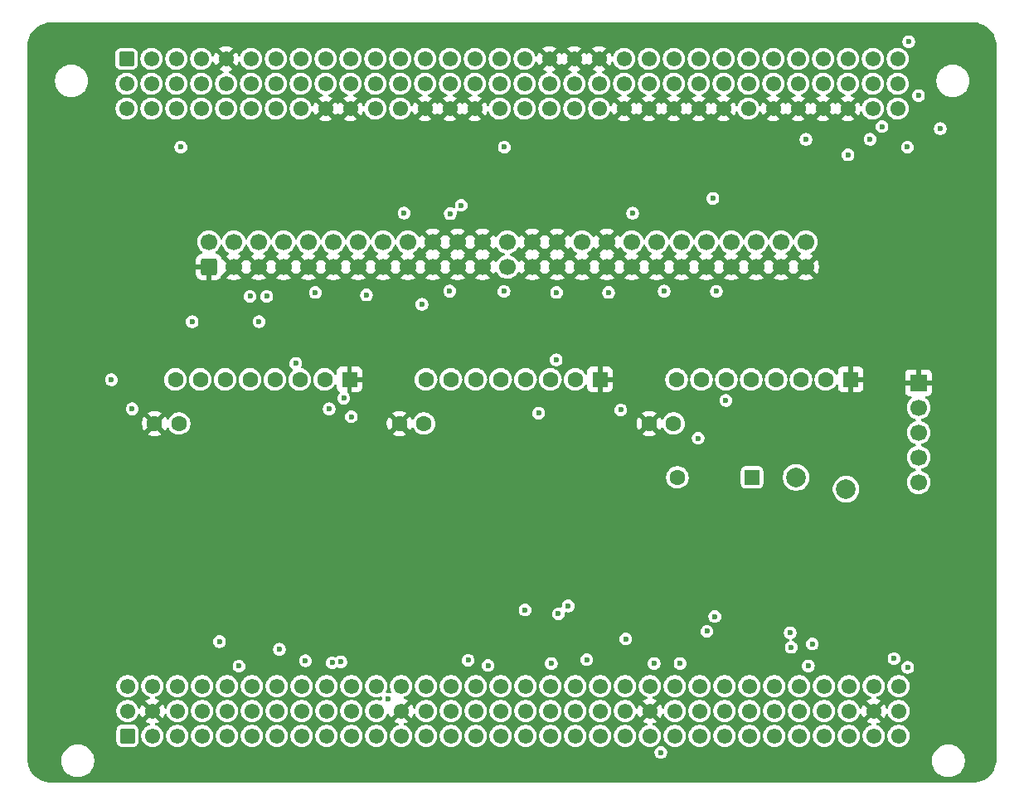
<source format=gbr>
%TF.GenerationSoftware,KiCad,Pcbnew,9.0.6*%
%TF.CreationDate,2025-12-23T22:05:24+01:00*%
%TF.ProjectId,MVME712M_P2_Adapter,4d564d45-3731-4324-9d5f-50325f416461,rev?*%
%TF.SameCoordinates,Original*%
%TF.FileFunction,Copper,L3,Inr*%
%TF.FilePolarity,Positive*%
%FSLAX46Y46*%
G04 Gerber Fmt 4.6, Leading zero omitted, Abs format (unit mm)*
G04 Created by KiCad (PCBNEW 9.0.6) date 2025-12-23 22:05:24*
%MOMM*%
%LPD*%
G01*
G04 APERTURE LIST*
G04 Aperture macros list*
%AMRoundRect*
0 Rectangle with rounded corners*
0 $1 Rounding radius*
0 $2 $3 $4 $5 $6 $7 $8 $9 X,Y pos of 4 corners*
0 Add a 4 corners polygon primitive as box body*
4,1,4,$2,$3,$4,$5,$6,$7,$8,$9,$2,$3,0*
0 Add four circle primitives for the rounded corners*
1,1,$1+$1,$2,$3*
1,1,$1+$1,$4,$5*
1,1,$1+$1,$6,$7*
1,1,$1+$1,$8,$9*
0 Add four rect primitives between the rounded corners*
20,1,$1+$1,$2,$3,$4,$5,0*
20,1,$1+$1,$4,$5,$6,$7,0*
20,1,$1+$1,$6,$7,$8,$9,0*
20,1,$1+$1,$8,$9,$2,$3,0*%
G04 Aperture macros list end*
%TA.AperFunction,ComponentPad*%
%ADD10RoundRect,0.250000X0.600000X-0.600000X0.600000X0.600000X-0.600000X0.600000X-0.600000X-0.600000X0*%
%TD*%
%TA.AperFunction,ComponentPad*%
%ADD11C,1.700000*%
%TD*%
%TA.AperFunction,ComponentPad*%
%ADD12C,2.010000*%
%TD*%
%TA.AperFunction,ComponentPad*%
%ADD13C,1.600000*%
%TD*%
%TA.AperFunction,ComponentPad*%
%ADD14R,1.600000X1.600000*%
%TD*%
%TA.AperFunction,ComponentPad*%
%ADD15R,1.700000X1.700000*%
%TD*%
%TA.AperFunction,ComponentPad*%
%ADD16RoundRect,0.250000X0.550000X0.550000X-0.550000X0.550000X-0.550000X-0.550000X0.550000X-0.550000X0*%
%TD*%
%TA.AperFunction,ComponentPad*%
%ADD17RoundRect,0.249999X-0.525001X-0.525001X0.525001X-0.525001X0.525001X0.525001X-0.525001X0.525001X0*%
%TD*%
%TA.AperFunction,ComponentPad*%
%ADD18C,1.550000*%
%TD*%
%TA.AperFunction,ComponentPad*%
%ADD19RoundRect,0.249999X-0.525001X0.525001X-0.525001X-0.525001X0.525001X-0.525001X0.525001X0.525001X0*%
%TD*%
%TA.AperFunction,ViaPad*%
%ADD20C,0.600000*%
%TD*%
G04 APERTURE END LIST*
D10*
%TO.N,GND*%
%TO.C,J3*%
X54040000Y-60500000D03*
D11*
%TO.N,DB0*%
X54040000Y-57960000D03*
%TO.N,GND*%
X56580000Y-60500000D03*
%TO.N,DB1*%
X56580000Y-57960000D03*
%TO.N,GND*%
X59120000Y-60500000D03*
%TO.N,DB2*%
X59120000Y-57960000D03*
%TO.N,GND*%
X61660000Y-60500000D03*
%TO.N,DB3*%
X61660000Y-57960000D03*
%TO.N,GND*%
X64200000Y-60500000D03*
%TO.N,DB4*%
X64200000Y-57960000D03*
%TO.N,GND*%
X66740000Y-60500000D03*
%TO.N,DB5*%
X66740000Y-57960000D03*
%TO.N,GND*%
X69280000Y-60500000D03*
%TO.N,DB6*%
X69280000Y-57960000D03*
%TO.N,GND*%
X71820000Y-60500000D03*
%TO.N,DB7*%
X71820000Y-57960000D03*
%TO.N,GND*%
X74360000Y-60500000D03*
%TO.N,DBP*%
X74360000Y-57960000D03*
%TO.N,GND*%
X76900000Y-60500000D03*
X76900000Y-57960000D03*
X79440000Y-60500000D03*
X79440000Y-57960000D03*
X81980000Y-60500000D03*
X81980000Y-57960000D03*
%TO.N,unconnected-(J3-Pin_25-Pad25)*%
X84520000Y-60500000D03*
%TO.N,TERMPWR*%
X84520000Y-57960000D03*
%TO.N,GND*%
X87060000Y-60500000D03*
X87060000Y-57960000D03*
X89600000Y-60500000D03*
X89600000Y-57960000D03*
X92140000Y-60500000D03*
%TO.N,ATN*%
X92140000Y-57960000D03*
%TO.N,GND*%
X94680000Y-60500000D03*
X94680000Y-57960000D03*
X97220000Y-60500000D03*
%TO.N,BSY*%
X97220000Y-57960000D03*
%TO.N,GND*%
X99760000Y-60500000D03*
%TO.N,ACK*%
X99760000Y-57960000D03*
%TO.N,GND*%
X102300000Y-60500000D03*
%TO.N,RST*%
X102300000Y-57960000D03*
%TO.N,GND*%
X104840000Y-60500000D03*
%TO.N,MSG*%
X104840000Y-57960000D03*
%TO.N,GND*%
X107380000Y-60500000D03*
%TO.N,SEL*%
X107380000Y-57960000D03*
%TO.N,GND*%
X109920000Y-60500000D03*
%TO.N,D{slash}C*%
X109920000Y-57960000D03*
%TO.N,GND*%
X112460000Y-60500000D03*
%TO.N,REQ*%
X112460000Y-57960000D03*
%TO.N,GND*%
X115000000Y-60500000D03*
%TO.N,O{slash}I*%
X115000000Y-57960000D03*
%TD*%
D12*
%TO.N,DPWR*%
%TO.C,F1*%
X114000000Y-82000000D03*
%TO.N,TERMPWR*%
X119100000Y-83200000D03*
%TD*%
D13*
%TO.N,DPWR*%
%TO.C,C2*%
X76000000Y-76500000D03*
%TO.N,GND*%
X73500000Y-76500000D03*
%TD*%
D14*
%TO.N,GND*%
%TO.C,RN2*%
X93987000Y-72000000D03*
D13*
%TO.N,ACK*%
X91447000Y-72000000D03*
%TO.N,BSY*%
X88907000Y-72000000D03*
%TO.N,ATN*%
X86367000Y-72000000D03*
%TO.N,DBP*%
X83827000Y-72000000D03*
%TO.N,DB7*%
X81287000Y-72000000D03*
%TO.N,DB6*%
X78747000Y-72000000D03*
%TO.N,DPWR*%
X76207000Y-72000000D03*
%TD*%
%TO.N,DPWR*%
%TO.C,C1*%
X51000000Y-76500000D03*
%TO.N,GND*%
X48500000Y-76500000D03*
%TD*%
%TO.N,DPWR*%
%TO.C,C3*%
X101500000Y-76500000D03*
%TO.N,GND*%
X99000000Y-76500000D03*
%TD*%
D15*
%TO.N,GND*%
%TO.C,J1*%
X126500000Y-72340000D03*
D11*
%TO.N,TXD1*%
X126500000Y-74880000D03*
%TO.N,RXD1*%
X126500000Y-77420000D03*
%TO.N,CTS1*%
X126500000Y-79960000D03*
%TO.N,RTS1*%
X126500000Y-82500000D03*
%TD*%
D14*
%TO.N,GND*%
%TO.C,RN1*%
X119577000Y-72000000D03*
D13*
%TO.N,O{slash}I*%
X117037000Y-72000000D03*
%TO.N,REQ*%
X114497000Y-72000000D03*
%TO.N,D{slash}C*%
X111957000Y-72000000D03*
%TO.N,SEL*%
X109417000Y-72000000D03*
%TO.N,MSG*%
X106877000Y-72000000D03*
%TO.N,RST*%
X104337000Y-72000000D03*
%TO.N,DPWR*%
X101797000Y-72000000D03*
%TD*%
D14*
%TO.N,GND*%
%TO.C,RN3*%
X68397000Y-72000000D03*
D13*
%TO.N,DB5*%
X65857000Y-72000000D03*
%TO.N,DB4*%
X63317000Y-72000000D03*
%TO.N,DB3*%
X60777000Y-72000000D03*
%TO.N,DB2*%
X58237000Y-72000000D03*
%TO.N,DB1*%
X55697000Y-72000000D03*
%TO.N,DB0*%
X53157000Y-72000000D03*
%TO.N,DPWR*%
X50617000Y-72000000D03*
%TD*%
D16*
%TO.N,DPWR*%
%TO.C,D1*%
X109500000Y-82000000D03*
D13*
%TO.N,VCC*%
X101880000Y-82000000D03*
%TD*%
D17*
%TO.N,DB0*%
%TO.C,P2*%
X45727000Y-108396000D03*
D18*
%TO.N,DB1*%
X48267000Y-108396000D03*
%TO.N,DB2*%
X50807000Y-108396000D03*
%TO.N,DB3*%
X53347000Y-108396000D03*
%TO.N,DB4*%
X55887000Y-108396000D03*
%TO.N,DB5*%
X58427000Y-108396000D03*
%TO.N,DB6*%
X60967000Y-108396000D03*
%TO.N,DB7*%
X63507000Y-108396000D03*
%TO.N,DBP*%
X66047000Y-108396000D03*
%TO.N,ATN*%
X68587000Y-108396000D03*
%TO.N,BSY*%
X71127000Y-108396000D03*
%TO.N,ACK*%
X73667000Y-108396000D03*
%TO.N,RST*%
X76207000Y-108396000D03*
%TO.N,MSG*%
X78747000Y-108396000D03*
%TO.N,SEL*%
X81287000Y-108396000D03*
%TO.N,D{slash}C*%
X83827000Y-108396000D03*
%TO.N,REQ*%
X86367000Y-108396000D03*
%TO.N,O{slash}I*%
X88907000Y-108396000D03*
%TO.N,TXD3*%
X91447000Y-108396000D03*
%TO.N,RXD3*%
X93987000Y-108396000D03*
%TO.N,RTS3*%
X96527000Y-108396000D03*
%TO.N,CTS3*%
X99067000Y-108396000D03*
%TO.N,DTR3*%
X101607000Y-108396000D03*
%TO.N,DCD3*%
X104147000Y-108396000D03*
%TO.N,TXD4*%
X106687000Y-108396000D03*
%TO.N,RXD4*%
X109227000Y-108396000D03*
%TO.N,RTS4*%
X111767000Y-108396000D03*
%TO.N,TRXC4*%
X114307000Y-108396000D03*
%TO.N,CTS4*%
X116847000Y-108396000D03*
%TO.N,DTR4*%
X119387000Y-108396000D03*
%TO.N,DCD4*%
X121927000Y-108396000D03*
%TO.N,RTXC4*%
X124467000Y-108396000D03*
%TO.N,VCC*%
X45727000Y-105856000D03*
%TO.N,GND*%
X48267000Y-105856000D03*
%TO.N,unconnected-(P2B-Pin_b3-Padb3)*%
X50807000Y-105856000D03*
%TO.N,unconnected-(P2B-Pin_b4-Padb4)*%
X53347000Y-105856000D03*
%TO.N,unconnected-(P2B-Pin_b5-Padb5)*%
X55887000Y-105856000D03*
%TO.N,unconnected-(P2B-Pin_b6-Padb6)*%
X58427000Y-105856000D03*
%TO.N,unconnected-(P2B-Pin_b7-Padb7)*%
X60967000Y-105856000D03*
%TO.N,unconnected-(P2B-Pin_b8-Padb8)*%
X63507000Y-105856000D03*
%TO.N,unconnected-(P2B-Pin_b9-Padb9)*%
X66047000Y-105856000D03*
%TO.N,unconnected-(P2B-Pin_b10-Padb10)*%
X68587000Y-105856000D03*
%TO.N,unconnected-(P2B-Pin_b11-Padb11)*%
X71127000Y-105856000D03*
%TO.N,GND*%
X73667000Y-105856000D03*
%TO.N,VCC*%
X76207000Y-105856000D03*
%TO.N,unconnected-(P2B-Pin_b14-Padb14)*%
X78747000Y-105856000D03*
%TO.N,unconnected-(P2B-Pin_b15-Padb15)*%
X81287000Y-105856000D03*
%TO.N,unconnected-(P2B-Pin_b16-Padb16)*%
X83827000Y-105856000D03*
%TO.N,unconnected-(P2B-Pin_b17-Padb17)*%
X86367000Y-105856000D03*
%TO.N,unconnected-(P2B-Pin_b18-Padb18)*%
X88907000Y-105856000D03*
%TO.N,unconnected-(P2B-Pin_b19-Padb19)*%
X91447000Y-105856000D03*
%TO.N,unconnected-(P2B-Pin_b20-Padb20)*%
X93987000Y-105856000D03*
%TO.N,unconnected-(P2B-Pin_b21-Padb21)*%
X96527000Y-105856000D03*
%TO.N,GND*%
X99067000Y-105856000D03*
%TO.N,unconnected-(P2B-Pin_b23-Padb23)*%
X101607000Y-105856000D03*
%TO.N,unconnected-(P2B-Pin_b24-Padb24)*%
X104147000Y-105856000D03*
%TO.N,unconnected-(P2B-Pin_b25-Padb25)*%
X106687000Y-105856000D03*
%TO.N,unconnected-(P2B-Pin_b26-Padb26)*%
X109227000Y-105856000D03*
%TO.N,unconnected-(P2B-Pin_b27-Padb27)*%
X111767000Y-105856000D03*
%TO.N,unconnected-(P2B-Pin_b28-Padb28)*%
X114307000Y-105856000D03*
%TO.N,unconnected-(P2B-Pin_b29-Padb29)*%
X116847000Y-105856000D03*
%TO.N,unconnected-(P2B-Pin_b30-Padb30)*%
X119387000Y-105856000D03*
%TO.N,GND*%
X121927000Y-105856000D03*
%TO.N,VCC*%
X124467000Y-105856000D03*
%TO.N,C-*%
X45727000Y-103316000D03*
%TO.N,C+*%
X48267000Y-103316000D03*
%TO.N,T-*%
X50807000Y-103316000D03*
%TO.N,T+*%
X53347000Y-103316000D03*
%TO.N,R-*%
X55887000Y-103316000D03*
%TO.N,R+*%
X58427000Y-103316000D03*
%TO.N,+12VF*%
X60967000Y-103316000D03*
%TO.N,PRSTB*%
X63507000Y-103316000D03*
%TO.N,PRD0*%
X66047000Y-103316000D03*
%TO.N,PRD1*%
X68587000Y-103316000D03*
%TO.N,PRD2*%
X71127000Y-103316000D03*
%TO.N,PRD3*%
X73667000Y-103316000D03*
%TO.N,PRD4*%
X76207000Y-103316000D03*
%TO.N,PRD5*%
X78747000Y-103316000D03*
%TO.N,PRD6*%
X81287000Y-103316000D03*
%TO.N,PRD7*%
X83827000Y-103316000D03*
%TO.N,PRACK*%
X86367000Y-103316000D03*
%TO.N,PRBSY*%
X88907000Y-103316000D03*
%TO.N,PRPE*%
X91447000Y-103316000D03*
%TO.N,PRSEL*%
X93987000Y-103316000D03*
%TO.N,INPRIME*%
X96527000Y-103316000D03*
%TO.N,PRFAULT*%
X99067000Y-103316000D03*
%TO.N,TXD1*%
X101607000Y-103316000D03*
%TO.N,RXD1*%
X104147000Y-103316000D03*
%TO.N,RTS1*%
X106687000Y-103316000D03*
%TO.N,CTS1*%
X109227000Y-103316000D03*
%TO.N,TXD2*%
X111767000Y-103316000D03*
%TO.N,RXD2*%
X114307000Y-103316000D03*
%TO.N,RTS2*%
X116847000Y-103316000D03*
%TO.N,CTS2*%
X119387000Y-103316000D03*
%TO.N,DTR2*%
X121927000Y-103316000D03*
%TO.N,DCD2*%
X124467000Y-103316000D03*
%TD*%
D19*
%TO.N,C-*%
%TO.C,J2*%
X45630000Y-39260000D03*
D18*
%TO.N,T-*%
X48170000Y-39260000D03*
%TO.N,R-*%
X50710000Y-39260000D03*
%TO.N,+12VF*%
X53250000Y-39260000D03*
%TO.N,GND*%
X55790000Y-39260000D03*
%TO.N,PRD1*%
X58330000Y-39260000D03*
%TO.N,PRD3*%
X60870000Y-39260000D03*
%TO.N,PRD5*%
X63410000Y-39260000D03*
%TO.N,PRD7*%
X65950000Y-39260000D03*
%TO.N,PRACK*%
X68490000Y-39260000D03*
%TO.N,PRBSY*%
X71030000Y-39260000D03*
%TO.N,PRSEL*%
X73570000Y-39260000D03*
%TO.N,PRFAULT*%
X76110000Y-39260000D03*
%TO.N,TXD3*%
X78650000Y-39260000D03*
%TO.N,RXD3*%
X81190000Y-39260000D03*
%TO.N,RTS3*%
X83730000Y-39260000D03*
%TO.N,DTR3*%
X86270000Y-39260000D03*
%TO.N,GND*%
X88810000Y-39260000D03*
X91350000Y-39260000D03*
X93890000Y-39260000D03*
%TO.N,CTS1*%
X96430000Y-39260000D03*
%TO.N,TXD4*%
X98970000Y-39260000D03*
%TO.N,RXD4*%
X101510000Y-39260000D03*
%TO.N,RTS4*%
X104050000Y-39260000D03*
%TO.N,TRXC4*%
X106590000Y-39260000D03*
%TO.N,CTS4*%
X109130000Y-39260000D03*
%TO.N,DCD4*%
X111670000Y-39260000D03*
%TO.N,RTXC4*%
X114210000Y-39260000D03*
%TO.N,TXD2*%
X116750000Y-39260000D03*
%TO.N,RXD2*%
X119290000Y-39260000D03*
%TO.N,RTS2*%
X121830000Y-39260000D03*
%TO.N,DTR2*%
X124370000Y-39260000D03*
%TO.N,unconnected-(J2B-Pin_b1-Padb1)*%
X45630000Y-41800000D03*
%TO.N,unconnected-(J2B-Pin_b2-Padb2)*%
X48170000Y-41800000D03*
%TO.N,unconnected-(J2B-Pin_b3-Padb3)*%
X50710000Y-41800000D03*
%TO.N,unconnected-(J2B-Pin_b4-Padb4)*%
X53250000Y-41800000D03*
%TO.N,unconnected-(J2B-Pin_b5-Padb5)*%
X55790000Y-41800000D03*
%TO.N,unconnected-(J2B-Pin_b6-Padb6)*%
X58330000Y-41800000D03*
%TO.N,unconnected-(J2B-Pin_b7-Padb7)*%
X60870000Y-41800000D03*
%TO.N,unconnected-(J2B-Pin_b8-Padb8)*%
X63410000Y-41800000D03*
%TO.N,unconnected-(J2B-Pin_b9-Padb9)*%
X65950000Y-41800000D03*
%TO.N,unconnected-(J2B-Pin_b10-Padb10)*%
X68490000Y-41800000D03*
%TO.N,unconnected-(J2B-Pin_b11-Padb11)*%
X71030000Y-41800000D03*
%TO.N,unconnected-(J2B-Pin_b12-Padb12)*%
X73570000Y-41800000D03*
%TO.N,unconnected-(J2B-Pin_b13-Padb13)*%
X76110000Y-41800000D03*
%TO.N,unconnected-(J2B-Pin_b14-Padb14)*%
X78650000Y-41800000D03*
%TO.N,unconnected-(J2B-Pin_b15-Padb15)*%
X81190000Y-41800000D03*
%TO.N,unconnected-(J2B-Pin_b16-Padb16)*%
X83730000Y-41800000D03*
%TO.N,unconnected-(J2B-Pin_b17-Padb17)*%
X86270000Y-41800000D03*
%TO.N,unconnected-(J2B-Pin_b18-Padb18)*%
X88810000Y-41800000D03*
%TO.N,unconnected-(J2B-Pin_b19-Padb19)*%
X91350000Y-41800000D03*
%TO.N,unconnected-(J2B-Pin_b20-Padb20)*%
X93890000Y-41800000D03*
%TO.N,unconnected-(J2B-Pin_b21-Padb21)*%
X96430000Y-41800000D03*
%TO.N,unconnected-(J2B-Pin_b22-Padb22)*%
X98970000Y-41800000D03*
%TO.N,unconnected-(J2B-Pin_b23-Padb23)*%
X101510000Y-41800000D03*
%TO.N,unconnected-(J2B-Pin_b24-Padb24)*%
X104050000Y-41800000D03*
%TO.N,unconnected-(J2B-Pin_b25-Padb25)*%
X106590000Y-41800000D03*
%TO.N,unconnected-(J2B-Pin_b26-Padb26)*%
X109130000Y-41800000D03*
%TO.N,unconnected-(J2B-Pin_b27-Padb27)*%
X111670000Y-41800000D03*
%TO.N,unconnected-(J2B-Pin_b28-Padb28)*%
X114210000Y-41800000D03*
%TO.N,unconnected-(J2B-Pin_b29-Padb29)*%
X116750000Y-41800000D03*
%TO.N,unconnected-(J2B-Pin_b30-Padb30)*%
X119290000Y-41800000D03*
%TO.N,unconnected-(J2B-Pin_b31-Padb31)*%
X121830000Y-41800000D03*
%TO.N,unconnected-(J2B-Pin_b32-Padb32)*%
X124370000Y-41800000D03*
%TO.N,C+*%
X45630000Y-44340000D03*
%TO.N,T+*%
X48170000Y-44340000D03*
%TO.N,R+*%
X50710000Y-44340000D03*
%TO.N,PRSTB*%
X53250000Y-44340000D03*
%TO.N,PRD0*%
X55790000Y-44340000D03*
%TO.N,PRD2*%
X58330000Y-44340000D03*
%TO.N,PRD4*%
X60870000Y-44340000D03*
%TO.N,PRD6*%
X63410000Y-44340000D03*
%TO.N,GND*%
X65950000Y-44340000D03*
X68490000Y-44340000D03*
%TO.N,PRPE*%
X71030000Y-44340000D03*
%TO.N,INPRIME*%
X73570000Y-44340000D03*
%TO.N,GND*%
X76110000Y-44340000D03*
X78650000Y-44340000D03*
X81190000Y-44340000D03*
%TO.N,CTS3*%
X83730000Y-44340000D03*
%TO.N,DCD3*%
X86270000Y-44340000D03*
%TO.N,TXD1*%
X88810000Y-44340000D03*
%TO.N,RXD1*%
X91350000Y-44340000D03*
%TO.N,RTS1*%
X93890000Y-44340000D03*
%TO.N,GND*%
X96430000Y-44340000D03*
X98970000Y-44340000D03*
X101510000Y-44340000D03*
X104050000Y-44340000D03*
X106590000Y-44340000D03*
%TO.N,DTR4*%
X109130000Y-44340000D03*
%TO.N,GND*%
X111670000Y-44340000D03*
X114210000Y-44340000D03*
X116750000Y-44340000D03*
X119290000Y-44340000D03*
%TO.N,CTS2*%
X121830000Y-44340000D03*
%TO.N,DCD2*%
X124370000Y-44340000D03*
%TD*%
D20*
%TO.N,TERMPWR*%
X89500000Y-70000000D03*
X84175400Y-63000000D03*
%TO.N,INPRIME*%
X84211100Y-48266000D03*
%TO.N,CTS3*%
X100179800Y-110092500D03*
X119306200Y-49058600D03*
%TO.N,DCD4*%
X126500000Y-43000000D03*
%TO.N,TXD2*%
X115250000Y-101250000D03*
%TO.N,RXD1*%
X125373500Y-48266000D03*
X124000000Y-100500000D03*
%TO.N,CTS1*%
X125500000Y-37500000D03*
X125397700Y-101394500D03*
%TO.N,RTS1*%
X104000000Y-78000000D03*
X100522500Y-62979700D03*
X97305000Y-55000000D03*
%TO.N,PRD5*%
X70130200Y-63369800D03*
%TO.N,DCD3*%
X99500000Y-101000000D03*
%TO.N,CTS4*%
X122770000Y-46164900D03*
%TO.N,RTXC4*%
X128719500Y-46365600D03*
%TO.N,PRFAULT*%
X79805200Y-54206800D03*
X102155300Y-101000000D03*
X94846000Y-63118000D03*
%TO.N,PRPE*%
X73974700Y-55000000D03*
X89000000Y-101000000D03*
X78629100Y-62974700D03*
%TO.N,DTR4*%
X115000000Y-47473400D03*
X121557400Y-47473400D03*
%TO.N,PRSEL*%
X96603100Y-98490200D03*
X78690200Y-55067700D03*
X92621900Y-100608300D03*
X89545600Y-63118000D03*
%TO.N,TXD1*%
X96092200Y-75108600D03*
%TO.N,PRD2*%
X55123400Y-98762800D03*
X51179000Y-48266000D03*
%TO.N,PRSTB*%
X61245500Y-99555400D03*
X59162700Y-66088400D03*
X52331300Y-66088400D03*
%TO.N,RTS4*%
X106830100Y-74147200D03*
X105500000Y-53500000D03*
%TO.N,DB3*%
X59948600Y-63500000D03*
%TO.N,ACK*%
X90729900Y-95126200D03*
X72357100Y-104642900D03*
%TO.N,MSG*%
X80509500Y-100673500D03*
X105862600Y-63000000D03*
X105702800Y-96208300D03*
%TO.N,DB7*%
X66323500Y-74999600D03*
X67514600Y-100835400D03*
%TO.N,ATN*%
X68582500Y-75792200D03*
%TO.N,DB1*%
X57110000Y-101272600D03*
%TO.N,DB2*%
X58237000Y-63500000D03*
X44086400Y-72029200D03*
%TO.N,O{slash}I*%
X115650000Y-99000000D03*
%TO.N,BSY*%
X89726400Y-95936800D03*
%TO.N,REQ*%
X113504900Y-99349500D03*
%TO.N,DBP*%
X86327100Y-95531500D03*
%TO.N,D{slash}C*%
X87706700Y-75435200D03*
%TO.N,DB5*%
X64910800Y-63118000D03*
X66644700Y-100921400D03*
%TO.N,DB6*%
X75790300Y-64318700D03*
X67811100Y-73900300D03*
%TO.N,DB0*%
X46209200Y-74999600D03*
%TO.N,RST*%
X104896700Y-97711700D03*
%TO.N,DB4*%
X62907300Y-70355100D03*
X63902000Y-100717000D03*
%TO.N,SEL*%
X113389100Y-97870200D03*
X82542838Y-101205051D03*
%TD*%
%TA.AperFunction,Conductor*%
%TO.N,GND*%
G36*
X55364712Y-58226238D02*
G01*
X55416188Y-58273482D01*
X55427931Y-58299196D01*
X55467454Y-58420836D01*
X55553237Y-58589194D01*
X55553240Y-58589199D01*
X55664310Y-58742073D01*
X55797927Y-58875690D01*
X55950801Y-58986760D01*
X55991614Y-59007555D01*
X56046696Y-59035621D01*
X56097492Y-59083596D01*
X56114287Y-59151417D01*
X56091750Y-59217552D01*
X56046697Y-59256590D01*
X55872443Y-59345378D01*
X55872440Y-59345380D01*
X55818282Y-59384727D01*
X55818282Y-59384728D01*
X56450591Y-60017037D01*
X56387007Y-60034075D01*
X56272993Y-60099901D01*
X56179901Y-60192993D01*
X56114075Y-60307007D01*
X56097037Y-60370591D01*
X55460743Y-59734297D01*
X55407250Y-59723059D01*
X55357494Y-59674008D01*
X55348193Y-59652809D01*
X55324359Y-59580882D01*
X55324356Y-59580875D01*
X55232315Y-59431654D01*
X55108345Y-59307684D01*
X54959124Y-59215643D01*
X54959119Y-59215641D01*
X54792697Y-59160494D01*
X54786071Y-59159076D01*
X54786614Y-59156539D01*
X54732812Y-59134563D01*
X54692682Y-59077368D01*
X54689844Y-59007555D01*
X54725201Y-58947292D01*
X54737249Y-58937317D01*
X54822073Y-58875690D01*
X54955690Y-58742073D01*
X55066760Y-58589199D01*
X55152547Y-58420832D01*
X55192069Y-58299195D01*
X55231507Y-58241521D01*
X55295866Y-58214323D01*
X55364712Y-58226238D01*
G37*
%TD.AperFunction*%
%TA.AperFunction,Conductor*%
G36*
X57904712Y-58226238D02*
G01*
X57956188Y-58273482D01*
X57967931Y-58299196D01*
X58007454Y-58420836D01*
X58093237Y-58589194D01*
X58093240Y-58589199D01*
X58204310Y-58742073D01*
X58337927Y-58875690D01*
X58490801Y-58986760D01*
X58531614Y-59007555D01*
X58586696Y-59035621D01*
X58637492Y-59083596D01*
X58654287Y-59151417D01*
X58631750Y-59217552D01*
X58586697Y-59256590D01*
X58412443Y-59345378D01*
X58412440Y-59345380D01*
X58358282Y-59384727D01*
X58358282Y-59384728D01*
X58990591Y-60017037D01*
X58927007Y-60034075D01*
X58812993Y-60099901D01*
X58719901Y-60192993D01*
X58654075Y-60307007D01*
X58637037Y-60370591D01*
X58004728Y-59738282D01*
X58004727Y-59738282D01*
X57965380Y-59792440D01*
X57960483Y-59802051D01*
X57912506Y-59852845D01*
X57844684Y-59869638D01*
X57778550Y-59847098D01*
X57739516Y-59802048D01*
X57734626Y-59792452D01*
X57695270Y-59738282D01*
X57695269Y-59738282D01*
X57062962Y-60370590D01*
X57045925Y-60307007D01*
X56980099Y-60192993D01*
X56887007Y-60099901D01*
X56772993Y-60034075D01*
X56709409Y-60017037D01*
X57341716Y-59384728D01*
X57287550Y-59345375D01*
X57113303Y-59256591D01*
X57062507Y-59208616D01*
X57045712Y-59140795D01*
X57068250Y-59074660D01*
X57113302Y-59035621D01*
X57209199Y-58986760D01*
X57362073Y-58875690D01*
X57495690Y-58742073D01*
X57606760Y-58589199D01*
X57692547Y-58420832D01*
X57732069Y-58299195D01*
X57771507Y-58241521D01*
X57835866Y-58214323D01*
X57904712Y-58226238D01*
G37*
%TD.AperFunction*%
%TA.AperFunction,Conductor*%
G36*
X60444712Y-58226238D02*
G01*
X60496188Y-58273482D01*
X60507931Y-58299196D01*
X60547454Y-58420836D01*
X60633237Y-58589194D01*
X60633240Y-58589199D01*
X60744310Y-58742073D01*
X60877927Y-58875690D01*
X61030801Y-58986760D01*
X61071614Y-59007555D01*
X61126696Y-59035621D01*
X61177492Y-59083596D01*
X61194287Y-59151417D01*
X61171750Y-59217552D01*
X61126697Y-59256590D01*
X60952443Y-59345378D01*
X60952440Y-59345380D01*
X60898282Y-59384727D01*
X60898282Y-59384728D01*
X61530591Y-60017037D01*
X61467007Y-60034075D01*
X61352993Y-60099901D01*
X61259901Y-60192993D01*
X61194075Y-60307007D01*
X61177037Y-60370591D01*
X60544728Y-59738282D01*
X60544727Y-59738282D01*
X60505380Y-59792440D01*
X60500483Y-59802051D01*
X60452506Y-59852845D01*
X60384684Y-59869638D01*
X60318550Y-59847098D01*
X60279516Y-59802048D01*
X60274626Y-59792452D01*
X60235270Y-59738282D01*
X60235269Y-59738282D01*
X59602962Y-60370590D01*
X59585925Y-60307007D01*
X59520099Y-60192993D01*
X59427007Y-60099901D01*
X59312993Y-60034075D01*
X59249409Y-60017037D01*
X59881716Y-59384728D01*
X59827550Y-59345375D01*
X59653303Y-59256591D01*
X59602507Y-59208616D01*
X59585712Y-59140795D01*
X59608250Y-59074660D01*
X59653302Y-59035621D01*
X59749199Y-58986760D01*
X59902073Y-58875690D01*
X60035690Y-58742073D01*
X60146760Y-58589199D01*
X60232547Y-58420832D01*
X60272069Y-58299195D01*
X60311507Y-58241521D01*
X60375866Y-58214323D01*
X60444712Y-58226238D01*
G37*
%TD.AperFunction*%
%TA.AperFunction,Conductor*%
G36*
X62984712Y-58226238D02*
G01*
X63036188Y-58273482D01*
X63047931Y-58299196D01*
X63087454Y-58420836D01*
X63173237Y-58589194D01*
X63173240Y-58589199D01*
X63284310Y-58742073D01*
X63417927Y-58875690D01*
X63570801Y-58986760D01*
X63611614Y-59007555D01*
X63666696Y-59035621D01*
X63717492Y-59083596D01*
X63734287Y-59151417D01*
X63711750Y-59217552D01*
X63666697Y-59256590D01*
X63492443Y-59345378D01*
X63492440Y-59345380D01*
X63438282Y-59384727D01*
X63438282Y-59384728D01*
X64070591Y-60017037D01*
X64007007Y-60034075D01*
X63892993Y-60099901D01*
X63799901Y-60192993D01*
X63734075Y-60307007D01*
X63717037Y-60370591D01*
X63084728Y-59738282D01*
X63084727Y-59738282D01*
X63045380Y-59792440D01*
X63040483Y-59802051D01*
X62992506Y-59852845D01*
X62924684Y-59869638D01*
X62858550Y-59847098D01*
X62819516Y-59802048D01*
X62814626Y-59792452D01*
X62775270Y-59738282D01*
X62775269Y-59738282D01*
X62142962Y-60370590D01*
X62125925Y-60307007D01*
X62060099Y-60192993D01*
X61967007Y-60099901D01*
X61852993Y-60034075D01*
X61789409Y-60017037D01*
X62421716Y-59384728D01*
X62367550Y-59345375D01*
X62193303Y-59256591D01*
X62142507Y-59208616D01*
X62125712Y-59140795D01*
X62148250Y-59074660D01*
X62193302Y-59035621D01*
X62289199Y-58986760D01*
X62442073Y-58875690D01*
X62575690Y-58742073D01*
X62686760Y-58589199D01*
X62772547Y-58420832D01*
X62812069Y-58299195D01*
X62851507Y-58241521D01*
X62915866Y-58214323D01*
X62984712Y-58226238D01*
G37*
%TD.AperFunction*%
%TA.AperFunction,Conductor*%
G36*
X65524712Y-58226238D02*
G01*
X65576188Y-58273482D01*
X65587931Y-58299196D01*
X65627454Y-58420836D01*
X65713237Y-58589194D01*
X65713240Y-58589199D01*
X65824310Y-58742073D01*
X65957927Y-58875690D01*
X66110801Y-58986760D01*
X66151614Y-59007555D01*
X66206696Y-59035621D01*
X66257492Y-59083596D01*
X66274287Y-59151417D01*
X66251750Y-59217552D01*
X66206697Y-59256590D01*
X66032443Y-59345378D01*
X66032440Y-59345380D01*
X65978282Y-59384727D01*
X65978282Y-59384728D01*
X66610591Y-60017037D01*
X66547007Y-60034075D01*
X66432993Y-60099901D01*
X66339901Y-60192993D01*
X66274075Y-60307007D01*
X66257037Y-60370591D01*
X65624728Y-59738282D01*
X65624727Y-59738282D01*
X65585380Y-59792440D01*
X65580483Y-59802051D01*
X65532506Y-59852845D01*
X65464684Y-59869638D01*
X65398550Y-59847098D01*
X65359516Y-59802048D01*
X65354626Y-59792452D01*
X65315270Y-59738282D01*
X65315269Y-59738282D01*
X64682962Y-60370590D01*
X64665925Y-60307007D01*
X64600099Y-60192993D01*
X64507007Y-60099901D01*
X64392993Y-60034075D01*
X64329409Y-60017037D01*
X64961716Y-59384728D01*
X64907550Y-59345375D01*
X64733303Y-59256591D01*
X64682507Y-59208616D01*
X64665712Y-59140795D01*
X64688250Y-59074660D01*
X64733302Y-59035621D01*
X64829199Y-58986760D01*
X64982073Y-58875690D01*
X65115690Y-58742073D01*
X65226760Y-58589199D01*
X65312547Y-58420832D01*
X65352069Y-58299195D01*
X65391507Y-58241521D01*
X65455866Y-58214323D01*
X65524712Y-58226238D01*
G37*
%TD.AperFunction*%
%TA.AperFunction,Conductor*%
G36*
X68064712Y-58226238D02*
G01*
X68116188Y-58273482D01*
X68127931Y-58299196D01*
X68167454Y-58420836D01*
X68253237Y-58589194D01*
X68253240Y-58589199D01*
X68364310Y-58742073D01*
X68497927Y-58875690D01*
X68650801Y-58986760D01*
X68691614Y-59007555D01*
X68746696Y-59035621D01*
X68797492Y-59083596D01*
X68814287Y-59151417D01*
X68791750Y-59217552D01*
X68746697Y-59256590D01*
X68572443Y-59345378D01*
X68572440Y-59345380D01*
X68518282Y-59384727D01*
X68518282Y-59384728D01*
X69150591Y-60017037D01*
X69087007Y-60034075D01*
X68972993Y-60099901D01*
X68879901Y-60192993D01*
X68814075Y-60307007D01*
X68797037Y-60370591D01*
X68164728Y-59738282D01*
X68164727Y-59738282D01*
X68125380Y-59792440D01*
X68120483Y-59802051D01*
X68072506Y-59852845D01*
X68004684Y-59869638D01*
X67938550Y-59847098D01*
X67899516Y-59802048D01*
X67894626Y-59792452D01*
X67855270Y-59738282D01*
X67855269Y-59738282D01*
X67222962Y-60370590D01*
X67205925Y-60307007D01*
X67140099Y-60192993D01*
X67047007Y-60099901D01*
X66932993Y-60034075D01*
X66869409Y-60017037D01*
X67501716Y-59384728D01*
X67447550Y-59345375D01*
X67273303Y-59256591D01*
X67222507Y-59208616D01*
X67205712Y-59140795D01*
X67228250Y-59074660D01*
X67273302Y-59035621D01*
X67369199Y-58986760D01*
X67522073Y-58875690D01*
X67655690Y-58742073D01*
X67766760Y-58589199D01*
X67852547Y-58420832D01*
X67892069Y-58299195D01*
X67931507Y-58241521D01*
X67995866Y-58214323D01*
X68064712Y-58226238D01*
G37*
%TD.AperFunction*%
%TA.AperFunction,Conductor*%
G36*
X70604712Y-58226238D02*
G01*
X70656188Y-58273482D01*
X70667931Y-58299196D01*
X70707454Y-58420836D01*
X70793237Y-58589194D01*
X70793240Y-58589199D01*
X70904310Y-58742073D01*
X71037927Y-58875690D01*
X71190801Y-58986760D01*
X71231614Y-59007555D01*
X71286696Y-59035621D01*
X71337492Y-59083596D01*
X71354287Y-59151417D01*
X71331750Y-59217552D01*
X71286697Y-59256590D01*
X71112443Y-59345378D01*
X71112440Y-59345380D01*
X71058282Y-59384727D01*
X71058282Y-59384728D01*
X71690591Y-60017037D01*
X71627007Y-60034075D01*
X71512993Y-60099901D01*
X71419901Y-60192993D01*
X71354075Y-60307007D01*
X71337037Y-60370591D01*
X70704728Y-59738282D01*
X70704727Y-59738282D01*
X70665380Y-59792440D01*
X70660483Y-59802051D01*
X70612506Y-59852845D01*
X70544684Y-59869638D01*
X70478550Y-59847098D01*
X70439516Y-59802048D01*
X70434626Y-59792452D01*
X70395270Y-59738282D01*
X69762962Y-60370590D01*
X69745925Y-60307007D01*
X69680099Y-60192993D01*
X69587007Y-60099901D01*
X69472993Y-60034075D01*
X69409409Y-60017037D01*
X70041716Y-59384728D01*
X69987550Y-59345375D01*
X69813303Y-59256591D01*
X69762507Y-59208616D01*
X69745712Y-59140795D01*
X69768250Y-59074660D01*
X69813302Y-59035621D01*
X69909199Y-58986760D01*
X70062073Y-58875690D01*
X70195690Y-58742073D01*
X70306760Y-58589199D01*
X70392547Y-58420832D01*
X70432069Y-58299195D01*
X70471507Y-58241521D01*
X70535866Y-58214323D01*
X70604712Y-58226238D01*
G37*
%TD.AperFunction*%
%TA.AperFunction,Conductor*%
G36*
X73144712Y-58226238D02*
G01*
X73196188Y-58273482D01*
X73207931Y-58299196D01*
X73247454Y-58420836D01*
X73333237Y-58589194D01*
X73333240Y-58589199D01*
X73444310Y-58742073D01*
X73577927Y-58875690D01*
X73730801Y-58986760D01*
X73771614Y-59007555D01*
X73826696Y-59035621D01*
X73877492Y-59083596D01*
X73894287Y-59151417D01*
X73871750Y-59217552D01*
X73826697Y-59256590D01*
X73652443Y-59345378D01*
X73652440Y-59345380D01*
X73598282Y-59384727D01*
X73598282Y-59384728D01*
X74230591Y-60017037D01*
X74167007Y-60034075D01*
X74052993Y-60099901D01*
X73959901Y-60192993D01*
X73894075Y-60307007D01*
X73877037Y-60370591D01*
X73244728Y-59738282D01*
X73244727Y-59738282D01*
X73205380Y-59792440D01*
X73200483Y-59802051D01*
X73152506Y-59852845D01*
X73084684Y-59869638D01*
X73018550Y-59847098D01*
X72979516Y-59802048D01*
X72974626Y-59792452D01*
X72935270Y-59738282D01*
X72935269Y-59738282D01*
X72302962Y-60370590D01*
X72285925Y-60307007D01*
X72220099Y-60192993D01*
X72127007Y-60099901D01*
X72012993Y-60034075D01*
X71949409Y-60017037D01*
X72581716Y-59384728D01*
X72527550Y-59345375D01*
X72353303Y-59256591D01*
X72302507Y-59208616D01*
X72285712Y-59140795D01*
X72308250Y-59074660D01*
X72353302Y-59035621D01*
X72449199Y-58986760D01*
X72602073Y-58875690D01*
X72735690Y-58742073D01*
X72846760Y-58589199D01*
X72932547Y-58420832D01*
X72972069Y-58299195D01*
X73011507Y-58241521D01*
X73075866Y-58214323D01*
X73144712Y-58226238D01*
G37*
%TD.AperFunction*%
%TA.AperFunction,Conductor*%
G36*
X76434075Y-58152993D02*
G01*
X76499901Y-58267007D01*
X76592993Y-58360099D01*
X76707007Y-58425925D01*
X76770590Y-58442962D01*
X76138282Y-59075269D01*
X76138282Y-59075270D01*
X76192452Y-59114626D01*
X76202048Y-59119516D01*
X76252844Y-59167491D01*
X76269638Y-59235312D01*
X76247100Y-59301447D01*
X76202051Y-59340483D01*
X76192440Y-59345380D01*
X76138282Y-59384727D01*
X76138282Y-59384728D01*
X76770591Y-60017037D01*
X76707007Y-60034075D01*
X76592993Y-60099901D01*
X76499901Y-60192993D01*
X76434075Y-60307007D01*
X76417037Y-60370591D01*
X75784728Y-59738282D01*
X75784727Y-59738282D01*
X75745380Y-59792440D01*
X75740483Y-59802051D01*
X75692506Y-59852845D01*
X75624684Y-59869638D01*
X75558550Y-59847098D01*
X75519516Y-59802048D01*
X75514626Y-59792452D01*
X75475270Y-59738282D01*
X75475269Y-59738282D01*
X74842962Y-60370590D01*
X74825925Y-60307007D01*
X74760099Y-60192993D01*
X74667007Y-60099901D01*
X74552993Y-60034075D01*
X74489409Y-60017037D01*
X75121716Y-59384728D01*
X75067550Y-59345375D01*
X74893303Y-59256591D01*
X74887580Y-59251186D01*
X74880086Y-59248790D01*
X74862541Y-59227537D01*
X74842507Y-59208616D01*
X74840615Y-59200978D01*
X74835605Y-59194909D01*
X74832335Y-59167542D01*
X74825712Y-59140795D01*
X74828250Y-59133346D01*
X74827317Y-59125532D01*
X74839361Y-59100742D01*
X74848250Y-59074660D01*
X74855186Y-59068171D01*
X74857851Y-59062688D01*
X74875248Y-59049405D01*
X74885069Y-59040219D01*
X74889096Y-59037764D01*
X74989199Y-58986760D01*
X75142073Y-58875690D01*
X75275690Y-58742073D01*
X75386760Y-58589199D01*
X75435621Y-58493302D01*
X75483595Y-58442507D01*
X75551416Y-58425712D01*
X75617551Y-58448249D01*
X75656591Y-58493303D01*
X75745375Y-58667550D01*
X75784728Y-58721716D01*
X76417037Y-58089408D01*
X76434075Y-58152993D01*
G37*
%TD.AperFunction*%
%TA.AperFunction,Conductor*%
G36*
X78974075Y-58152993D02*
G01*
X79039901Y-58267007D01*
X79132993Y-58360099D01*
X79247007Y-58425925D01*
X79310590Y-58442962D01*
X78678282Y-59075269D01*
X78678282Y-59075270D01*
X78732452Y-59114626D01*
X78742048Y-59119516D01*
X78792844Y-59167491D01*
X78809638Y-59235312D01*
X78787100Y-59301447D01*
X78742051Y-59340483D01*
X78732440Y-59345380D01*
X78678282Y-59384727D01*
X78678282Y-59384728D01*
X79310591Y-60017037D01*
X79247007Y-60034075D01*
X79132993Y-60099901D01*
X79039901Y-60192993D01*
X78974075Y-60307007D01*
X78957037Y-60370591D01*
X78324728Y-59738282D01*
X78324727Y-59738282D01*
X78285380Y-59792440D01*
X78280483Y-59802051D01*
X78232506Y-59852845D01*
X78164684Y-59869638D01*
X78098550Y-59847098D01*
X78059516Y-59802048D01*
X78054626Y-59792452D01*
X78015270Y-59738282D01*
X78015269Y-59738282D01*
X77382962Y-60370590D01*
X77365925Y-60307007D01*
X77300099Y-60192993D01*
X77207007Y-60099901D01*
X77092993Y-60034075D01*
X77029409Y-60017037D01*
X77661716Y-59384728D01*
X77607550Y-59345375D01*
X77597954Y-59340486D01*
X77547157Y-59292512D01*
X77530361Y-59224692D01*
X77551288Y-59160895D01*
X77630027Y-59043581D01*
X77029408Y-58442962D01*
X77092993Y-58425925D01*
X77207007Y-58360099D01*
X77300099Y-58267007D01*
X77365925Y-58152993D01*
X77382962Y-58089408D01*
X78015270Y-58721717D01*
X78015270Y-58721716D01*
X78054622Y-58667554D01*
X78059514Y-58657954D01*
X78107488Y-58607157D01*
X78175308Y-58590361D01*
X78241444Y-58612897D01*
X78280486Y-58657954D01*
X78285375Y-58667550D01*
X78324728Y-58721716D01*
X78957037Y-58089408D01*
X78974075Y-58152993D01*
G37*
%TD.AperFunction*%
%TA.AperFunction,Conductor*%
G36*
X81514075Y-58152993D02*
G01*
X81579901Y-58267007D01*
X81672993Y-58360099D01*
X81787007Y-58425925D01*
X81850590Y-58442962D01*
X81218282Y-59075269D01*
X81218282Y-59075270D01*
X81272452Y-59114626D01*
X81282048Y-59119516D01*
X81332844Y-59167491D01*
X81349638Y-59235312D01*
X81327100Y-59301447D01*
X81282051Y-59340483D01*
X81272440Y-59345380D01*
X81218282Y-59384727D01*
X81218282Y-59384728D01*
X81850591Y-60017037D01*
X81787007Y-60034075D01*
X81672993Y-60099901D01*
X81579901Y-60192993D01*
X81514075Y-60307007D01*
X81497037Y-60370591D01*
X80864728Y-59738282D01*
X80864727Y-59738282D01*
X80825380Y-59792440D01*
X80820483Y-59802051D01*
X80772506Y-59852845D01*
X80704684Y-59869638D01*
X80638550Y-59847098D01*
X80599516Y-59802048D01*
X80594626Y-59792452D01*
X80555270Y-59738282D01*
X79922962Y-60370590D01*
X79905925Y-60307007D01*
X79840099Y-60192993D01*
X79747007Y-60099901D01*
X79632993Y-60034075D01*
X79569409Y-60017037D01*
X80201716Y-59384728D01*
X80147550Y-59345375D01*
X80137954Y-59340486D01*
X80087157Y-59292512D01*
X80070361Y-59224692D01*
X80091288Y-59160895D01*
X80170027Y-59043581D01*
X79569408Y-58442962D01*
X79632993Y-58425925D01*
X79747007Y-58360099D01*
X79840099Y-58267007D01*
X79905925Y-58152993D01*
X79922962Y-58089408D01*
X80555270Y-58721717D01*
X80555270Y-58721716D01*
X80594622Y-58667554D01*
X80599514Y-58657954D01*
X80647488Y-58607157D01*
X80715308Y-58590361D01*
X80781444Y-58612897D01*
X80820486Y-58657954D01*
X80825375Y-58667550D01*
X80864728Y-58721716D01*
X81497037Y-58089408D01*
X81514075Y-58152993D01*
G37*
%TD.AperFunction*%
%TA.AperFunction,Conductor*%
G36*
X86594075Y-58152993D02*
G01*
X86659901Y-58267007D01*
X86752993Y-58360099D01*
X86867007Y-58425925D01*
X86930591Y-58442962D01*
X86329971Y-59043581D01*
X86408711Y-59160895D01*
X86409920Y-59164729D01*
X86412844Y-59167491D01*
X86420343Y-59197778D01*
X86429727Y-59227529D01*
X86428671Y-59231408D01*
X86429638Y-59235312D01*
X86419573Y-59264844D01*
X86411383Y-59294947D01*
X86408397Y-59297640D01*
X86407100Y-59301447D01*
X86362051Y-59340483D01*
X86352440Y-59345380D01*
X86298282Y-59384727D01*
X86298282Y-59384728D01*
X86930591Y-60017037D01*
X86867007Y-60034075D01*
X86752993Y-60099901D01*
X86659901Y-60192993D01*
X86594075Y-60307007D01*
X86577037Y-60370591D01*
X85944728Y-59738282D01*
X85944727Y-59738282D01*
X85905380Y-59792440D01*
X85905378Y-59792443D01*
X85816590Y-59966697D01*
X85768616Y-60017492D01*
X85700794Y-60034287D01*
X85634660Y-60011749D01*
X85595621Y-59966696D01*
X85546759Y-59870800D01*
X85533714Y-59852845D01*
X85435690Y-59717927D01*
X85302073Y-59584310D01*
X85149199Y-59473240D01*
X84980836Y-59387454D01*
X84906472Y-59363291D01*
X84859195Y-59347930D01*
X84801521Y-59308493D01*
X84774323Y-59244134D01*
X84786238Y-59175288D01*
X84833482Y-59123812D01*
X84859194Y-59112069D01*
X84980832Y-59072547D01*
X85149199Y-58986760D01*
X85302073Y-58875690D01*
X85435690Y-58742073D01*
X85546760Y-58589199D01*
X85595621Y-58493302D01*
X85643595Y-58442507D01*
X85711416Y-58425712D01*
X85777551Y-58448249D01*
X85816591Y-58493303D01*
X85905375Y-58667550D01*
X85944728Y-58721716D01*
X86577037Y-58089408D01*
X86594075Y-58152993D01*
G37*
%TD.AperFunction*%
%TA.AperFunction,Conductor*%
G36*
X89134075Y-58152993D02*
G01*
X89199901Y-58267007D01*
X89292993Y-58360099D01*
X89407007Y-58425925D01*
X89470590Y-58442962D01*
X88838282Y-59075269D01*
X88838282Y-59075270D01*
X88892452Y-59114626D01*
X88902048Y-59119516D01*
X88952844Y-59167491D01*
X88969638Y-59235312D01*
X88947100Y-59301447D01*
X88902051Y-59340483D01*
X88892440Y-59345380D01*
X88838282Y-59384727D01*
X88838282Y-59384728D01*
X89470591Y-60017037D01*
X89407007Y-60034075D01*
X89292993Y-60099901D01*
X89199901Y-60192993D01*
X89134075Y-60307007D01*
X89117037Y-60370591D01*
X88484728Y-59738282D01*
X88484727Y-59738282D01*
X88445380Y-59792440D01*
X88440483Y-59802051D01*
X88392506Y-59852845D01*
X88324684Y-59869638D01*
X88258550Y-59847098D01*
X88219516Y-59802048D01*
X88214626Y-59792452D01*
X88175270Y-59738282D01*
X87542962Y-60370590D01*
X87525925Y-60307007D01*
X87460099Y-60192993D01*
X87367007Y-60099901D01*
X87252993Y-60034075D01*
X87189409Y-60017037D01*
X87821716Y-59384728D01*
X87767550Y-59345375D01*
X87757954Y-59340486D01*
X87707157Y-59292512D01*
X87690361Y-59224692D01*
X87711288Y-59160895D01*
X87790027Y-59043581D01*
X87189408Y-58442962D01*
X87252993Y-58425925D01*
X87367007Y-58360099D01*
X87460099Y-58267007D01*
X87525925Y-58152993D01*
X87542962Y-58089408D01*
X88175270Y-58721717D01*
X88175270Y-58721716D01*
X88214622Y-58667554D01*
X88219514Y-58657954D01*
X88267488Y-58607157D01*
X88335308Y-58590361D01*
X88401444Y-58612897D01*
X88440486Y-58657954D01*
X88445375Y-58667550D01*
X88484728Y-58721716D01*
X89117037Y-58089408D01*
X89134075Y-58152993D01*
G37*
%TD.AperFunction*%
%TA.AperFunction,Conductor*%
G36*
X90715270Y-58721717D02*
G01*
X90715270Y-58721716D01*
X90754622Y-58667554D01*
X90843408Y-58493303D01*
X90891382Y-58442507D01*
X90959203Y-58425712D01*
X91025338Y-58448249D01*
X91064377Y-58493303D01*
X91113236Y-58589194D01*
X91113240Y-58589199D01*
X91224310Y-58742073D01*
X91357927Y-58875690D01*
X91510801Y-58986760D01*
X91551614Y-59007555D01*
X91606696Y-59035621D01*
X91657492Y-59083596D01*
X91674287Y-59151417D01*
X91651750Y-59217552D01*
X91606697Y-59256590D01*
X91432443Y-59345378D01*
X91432440Y-59345380D01*
X91378282Y-59384727D01*
X91378282Y-59384728D01*
X92010591Y-60017037D01*
X91947007Y-60034075D01*
X91832993Y-60099901D01*
X91739901Y-60192993D01*
X91674075Y-60307007D01*
X91657037Y-60370591D01*
X91024728Y-59738282D01*
X91024727Y-59738282D01*
X90985380Y-59792440D01*
X90980483Y-59802051D01*
X90932506Y-59852845D01*
X90864684Y-59869638D01*
X90798550Y-59847098D01*
X90759516Y-59802048D01*
X90754626Y-59792452D01*
X90715270Y-59738282D01*
X90715269Y-59738282D01*
X90082962Y-60370590D01*
X90065925Y-60307007D01*
X90000099Y-60192993D01*
X89907007Y-60099901D01*
X89792993Y-60034075D01*
X89729409Y-60017037D01*
X90361716Y-59384728D01*
X90307550Y-59345375D01*
X90297954Y-59340486D01*
X90247157Y-59292512D01*
X90230361Y-59224692D01*
X90252897Y-59158556D01*
X90297954Y-59119514D01*
X90307554Y-59114622D01*
X90361716Y-59075270D01*
X90361717Y-59075270D01*
X89729408Y-58442962D01*
X89792993Y-58425925D01*
X89907007Y-58360099D01*
X90000099Y-58267007D01*
X90065925Y-58152993D01*
X90082962Y-58089408D01*
X90715270Y-58721717D01*
G37*
%TD.AperFunction*%
%TA.AperFunction,Conductor*%
G36*
X94214075Y-58152993D02*
G01*
X94279901Y-58267007D01*
X94372993Y-58360099D01*
X94487007Y-58425925D01*
X94550591Y-58442962D01*
X93949971Y-59043581D01*
X94028711Y-59160895D01*
X94029920Y-59164729D01*
X94032844Y-59167491D01*
X94040343Y-59197778D01*
X94049727Y-59227529D01*
X94048671Y-59231408D01*
X94049638Y-59235312D01*
X94039573Y-59264844D01*
X94031383Y-59294947D01*
X94028397Y-59297640D01*
X94027100Y-59301447D01*
X93982051Y-59340483D01*
X93972440Y-59345380D01*
X93918282Y-59384727D01*
X93918282Y-59384728D01*
X94550591Y-60017037D01*
X94487007Y-60034075D01*
X94372993Y-60099901D01*
X94279901Y-60192993D01*
X94214075Y-60307007D01*
X94197037Y-60370591D01*
X93564728Y-59738282D01*
X93564727Y-59738282D01*
X93525380Y-59792440D01*
X93520483Y-59802051D01*
X93472506Y-59852845D01*
X93404684Y-59869638D01*
X93338550Y-59847098D01*
X93299516Y-59802048D01*
X93294626Y-59792452D01*
X93255270Y-59738282D01*
X93255269Y-59738282D01*
X92622962Y-60370590D01*
X92605925Y-60307007D01*
X92540099Y-60192993D01*
X92447007Y-60099901D01*
X92332993Y-60034075D01*
X92269409Y-60017037D01*
X92901716Y-59384728D01*
X92847550Y-59345375D01*
X92673303Y-59256591D01*
X92667580Y-59251186D01*
X92660086Y-59248790D01*
X92642541Y-59227537D01*
X92622507Y-59208616D01*
X92620615Y-59200978D01*
X92615605Y-59194909D01*
X92612335Y-59167542D01*
X92605712Y-59140795D01*
X92608250Y-59133346D01*
X92607317Y-59125532D01*
X92619361Y-59100742D01*
X92628250Y-59074660D01*
X92635186Y-59068171D01*
X92637851Y-59062688D01*
X92655248Y-59049405D01*
X92665069Y-59040219D01*
X92669096Y-59037764D01*
X92769199Y-58986760D01*
X92922073Y-58875690D01*
X93055690Y-58742073D01*
X93166760Y-58589199D01*
X93215621Y-58493302D01*
X93263595Y-58442507D01*
X93331416Y-58425712D01*
X93397551Y-58448249D01*
X93436591Y-58493303D01*
X93525375Y-58667550D01*
X93564728Y-58721716D01*
X94197037Y-58089408D01*
X94214075Y-58152993D01*
G37*
%TD.AperFunction*%
%TA.AperFunction,Conductor*%
G36*
X95795270Y-58721717D02*
G01*
X95795270Y-58721716D01*
X95834622Y-58667554D01*
X95923408Y-58493303D01*
X95971382Y-58442507D01*
X96039203Y-58425712D01*
X96105338Y-58448249D01*
X96144377Y-58493303D01*
X96193236Y-58589194D01*
X96193240Y-58589199D01*
X96304310Y-58742073D01*
X96437927Y-58875690D01*
X96590801Y-58986760D01*
X96631614Y-59007555D01*
X96686696Y-59035621D01*
X96737492Y-59083596D01*
X96754287Y-59151417D01*
X96731750Y-59217552D01*
X96686697Y-59256590D01*
X96512443Y-59345378D01*
X96512440Y-59345380D01*
X96458282Y-59384727D01*
X96458282Y-59384728D01*
X97090591Y-60017037D01*
X97027007Y-60034075D01*
X96912993Y-60099901D01*
X96819901Y-60192993D01*
X96754075Y-60307007D01*
X96737037Y-60370591D01*
X96104728Y-59738282D01*
X96104727Y-59738282D01*
X96065380Y-59792440D01*
X96060483Y-59802051D01*
X96012506Y-59852845D01*
X95944684Y-59869638D01*
X95878550Y-59847098D01*
X95839516Y-59802048D01*
X95834626Y-59792452D01*
X95795270Y-59738282D01*
X95795269Y-59738282D01*
X95162962Y-60370590D01*
X95145925Y-60307007D01*
X95080099Y-60192993D01*
X94987007Y-60099901D01*
X94872993Y-60034075D01*
X94809409Y-60017037D01*
X95441716Y-59384728D01*
X95387550Y-59345375D01*
X95377954Y-59340486D01*
X95327157Y-59292512D01*
X95310361Y-59224692D01*
X95332897Y-59158556D01*
X95377954Y-59119514D01*
X95387554Y-59114622D01*
X95441716Y-59075270D01*
X95441717Y-59075270D01*
X94809408Y-58442962D01*
X94872993Y-58425925D01*
X94987007Y-58360099D01*
X95080099Y-58267007D01*
X95145925Y-58152993D01*
X95162962Y-58089408D01*
X95795270Y-58721717D01*
G37*
%TD.AperFunction*%
%TA.AperFunction,Conductor*%
G36*
X98544712Y-58226238D02*
G01*
X98596188Y-58273482D01*
X98607931Y-58299196D01*
X98647454Y-58420836D01*
X98733237Y-58589194D01*
X98733240Y-58589199D01*
X98844310Y-58742073D01*
X98977927Y-58875690D01*
X99130801Y-58986760D01*
X99171614Y-59007555D01*
X99226696Y-59035621D01*
X99277492Y-59083596D01*
X99294287Y-59151417D01*
X99271750Y-59217552D01*
X99226697Y-59256590D01*
X99052443Y-59345378D01*
X99052440Y-59345380D01*
X98998282Y-59384727D01*
X98998282Y-59384728D01*
X99630591Y-60017037D01*
X99567007Y-60034075D01*
X99452993Y-60099901D01*
X99359901Y-60192993D01*
X99294075Y-60307007D01*
X99277037Y-60370591D01*
X98644728Y-59738282D01*
X98644727Y-59738282D01*
X98605380Y-59792440D01*
X98600483Y-59802051D01*
X98552506Y-59852845D01*
X98484684Y-59869638D01*
X98418550Y-59847098D01*
X98379516Y-59802048D01*
X98374626Y-59792452D01*
X98335270Y-59738282D01*
X98335269Y-59738282D01*
X97702962Y-60370590D01*
X97685925Y-60307007D01*
X97620099Y-60192993D01*
X97527007Y-60099901D01*
X97412993Y-60034075D01*
X97349409Y-60017037D01*
X97981716Y-59384728D01*
X97927550Y-59345375D01*
X97753303Y-59256591D01*
X97702507Y-59208616D01*
X97685712Y-59140795D01*
X97708250Y-59074660D01*
X97753302Y-59035621D01*
X97849199Y-58986760D01*
X98002073Y-58875690D01*
X98135690Y-58742073D01*
X98246760Y-58589199D01*
X98332547Y-58420832D01*
X98372069Y-58299195D01*
X98411507Y-58241521D01*
X98475866Y-58214323D01*
X98544712Y-58226238D01*
G37*
%TD.AperFunction*%
%TA.AperFunction,Conductor*%
G36*
X101084712Y-58226238D02*
G01*
X101136188Y-58273482D01*
X101147931Y-58299196D01*
X101187454Y-58420836D01*
X101273237Y-58589194D01*
X101273240Y-58589199D01*
X101384310Y-58742073D01*
X101517927Y-58875690D01*
X101670801Y-58986760D01*
X101711614Y-59007555D01*
X101766696Y-59035621D01*
X101817492Y-59083596D01*
X101834287Y-59151417D01*
X101811750Y-59217552D01*
X101766697Y-59256590D01*
X101592443Y-59345378D01*
X101592440Y-59345380D01*
X101538282Y-59384727D01*
X101538282Y-59384728D01*
X102170591Y-60017037D01*
X102107007Y-60034075D01*
X101992993Y-60099901D01*
X101899901Y-60192993D01*
X101834075Y-60307007D01*
X101817037Y-60370591D01*
X101184728Y-59738282D01*
X101184727Y-59738282D01*
X101145380Y-59792440D01*
X101140483Y-59802051D01*
X101092506Y-59852845D01*
X101024684Y-59869638D01*
X100958550Y-59847098D01*
X100919516Y-59802048D01*
X100914626Y-59792452D01*
X100875270Y-59738282D01*
X100242962Y-60370590D01*
X100225925Y-60307007D01*
X100160099Y-60192993D01*
X100067007Y-60099901D01*
X99952993Y-60034075D01*
X99889409Y-60017037D01*
X100521716Y-59384728D01*
X100467550Y-59345375D01*
X100293303Y-59256591D01*
X100242507Y-59208616D01*
X100225712Y-59140795D01*
X100248250Y-59074660D01*
X100293302Y-59035621D01*
X100389199Y-58986760D01*
X100542073Y-58875690D01*
X100675690Y-58742073D01*
X100786760Y-58589199D01*
X100872547Y-58420832D01*
X100912069Y-58299195D01*
X100951507Y-58241521D01*
X101015866Y-58214323D01*
X101084712Y-58226238D01*
G37*
%TD.AperFunction*%
%TA.AperFunction,Conductor*%
G36*
X103624712Y-58226238D02*
G01*
X103676188Y-58273482D01*
X103687931Y-58299196D01*
X103727454Y-58420836D01*
X103813237Y-58589194D01*
X103813240Y-58589199D01*
X103924310Y-58742073D01*
X104057927Y-58875690D01*
X104210801Y-58986760D01*
X104251614Y-59007555D01*
X104306696Y-59035621D01*
X104357492Y-59083596D01*
X104374287Y-59151417D01*
X104351750Y-59217552D01*
X104306697Y-59256590D01*
X104132443Y-59345378D01*
X104132440Y-59345380D01*
X104078282Y-59384727D01*
X104078282Y-59384728D01*
X104710591Y-60017037D01*
X104647007Y-60034075D01*
X104532993Y-60099901D01*
X104439901Y-60192993D01*
X104374075Y-60307007D01*
X104357037Y-60370591D01*
X103724728Y-59738282D01*
X103724727Y-59738282D01*
X103685380Y-59792440D01*
X103680483Y-59802051D01*
X103632506Y-59852845D01*
X103564684Y-59869638D01*
X103498550Y-59847098D01*
X103459516Y-59802048D01*
X103454626Y-59792452D01*
X103415270Y-59738282D01*
X102782962Y-60370590D01*
X102765925Y-60307007D01*
X102700099Y-60192993D01*
X102607007Y-60099901D01*
X102492993Y-60034075D01*
X102429409Y-60017037D01*
X103061716Y-59384728D01*
X103007550Y-59345375D01*
X102833303Y-59256591D01*
X102782507Y-59208616D01*
X102765712Y-59140795D01*
X102788250Y-59074660D01*
X102833302Y-59035621D01*
X102929199Y-58986760D01*
X103082073Y-58875690D01*
X103215690Y-58742073D01*
X103326760Y-58589199D01*
X103412547Y-58420832D01*
X103452069Y-58299195D01*
X103491507Y-58241521D01*
X103555866Y-58214323D01*
X103624712Y-58226238D01*
G37*
%TD.AperFunction*%
%TA.AperFunction,Conductor*%
G36*
X106164712Y-58226238D02*
G01*
X106216188Y-58273482D01*
X106227931Y-58299196D01*
X106267454Y-58420836D01*
X106353237Y-58589194D01*
X106353240Y-58589199D01*
X106464310Y-58742073D01*
X106597927Y-58875690D01*
X106750801Y-58986760D01*
X106791614Y-59007555D01*
X106846696Y-59035621D01*
X106897492Y-59083596D01*
X106914287Y-59151417D01*
X106891750Y-59217552D01*
X106846697Y-59256590D01*
X106672443Y-59345378D01*
X106672440Y-59345380D01*
X106618282Y-59384727D01*
X106618282Y-59384728D01*
X107250591Y-60017037D01*
X107187007Y-60034075D01*
X107072993Y-60099901D01*
X106979901Y-60192993D01*
X106914075Y-60307007D01*
X106897037Y-60370591D01*
X106264728Y-59738282D01*
X106264727Y-59738282D01*
X106225380Y-59792440D01*
X106220483Y-59802051D01*
X106172506Y-59852845D01*
X106104684Y-59869638D01*
X106038550Y-59847098D01*
X105999516Y-59802048D01*
X105994626Y-59792452D01*
X105955270Y-59738282D01*
X105955269Y-59738282D01*
X105322962Y-60370590D01*
X105305925Y-60307007D01*
X105240099Y-60192993D01*
X105147007Y-60099901D01*
X105032993Y-60034075D01*
X104969409Y-60017037D01*
X105601716Y-59384728D01*
X105547550Y-59345375D01*
X105373303Y-59256591D01*
X105322507Y-59208616D01*
X105305712Y-59140795D01*
X105328250Y-59074660D01*
X105373302Y-59035621D01*
X105469199Y-58986760D01*
X105622073Y-58875690D01*
X105755690Y-58742073D01*
X105866760Y-58589199D01*
X105952547Y-58420832D01*
X105992069Y-58299195D01*
X106031507Y-58241521D01*
X106095866Y-58214323D01*
X106164712Y-58226238D01*
G37*
%TD.AperFunction*%
%TA.AperFunction,Conductor*%
G36*
X108704712Y-58226238D02*
G01*
X108756188Y-58273482D01*
X108767931Y-58299196D01*
X108807454Y-58420836D01*
X108893237Y-58589194D01*
X108893240Y-58589199D01*
X109004310Y-58742073D01*
X109137927Y-58875690D01*
X109290801Y-58986760D01*
X109331614Y-59007555D01*
X109386696Y-59035621D01*
X109437492Y-59083596D01*
X109454287Y-59151417D01*
X109431750Y-59217552D01*
X109386697Y-59256590D01*
X109212443Y-59345378D01*
X109212440Y-59345380D01*
X109158282Y-59384727D01*
X109158282Y-59384728D01*
X109790591Y-60017037D01*
X109727007Y-60034075D01*
X109612993Y-60099901D01*
X109519901Y-60192993D01*
X109454075Y-60307007D01*
X109437037Y-60370591D01*
X108804728Y-59738282D01*
X108804727Y-59738282D01*
X108765380Y-59792440D01*
X108760483Y-59802051D01*
X108712506Y-59852845D01*
X108644684Y-59869638D01*
X108578550Y-59847098D01*
X108539516Y-59802048D01*
X108534626Y-59792452D01*
X108495270Y-59738282D01*
X108495269Y-59738282D01*
X107862962Y-60370590D01*
X107845925Y-60307007D01*
X107780099Y-60192993D01*
X107687007Y-60099901D01*
X107572993Y-60034075D01*
X107509409Y-60017037D01*
X108141716Y-59384728D01*
X108087550Y-59345375D01*
X107913303Y-59256591D01*
X107862507Y-59208616D01*
X107845712Y-59140795D01*
X107868250Y-59074660D01*
X107913302Y-59035621D01*
X108009199Y-58986760D01*
X108162073Y-58875690D01*
X108295690Y-58742073D01*
X108406760Y-58589199D01*
X108492547Y-58420832D01*
X108532069Y-58299195D01*
X108571507Y-58241521D01*
X108635866Y-58214323D01*
X108704712Y-58226238D01*
G37*
%TD.AperFunction*%
%TA.AperFunction,Conductor*%
G36*
X111244712Y-58226238D02*
G01*
X111296188Y-58273482D01*
X111307931Y-58299196D01*
X111347454Y-58420836D01*
X111433237Y-58589194D01*
X111433240Y-58589199D01*
X111544310Y-58742073D01*
X111677927Y-58875690D01*
X111830801Y-58986760D01*
X111871614Y-59007555D01*
X111926696Y-59035621D01*
X111977492Y-59083596D01*
X111994287Y-59151417D01*
X111971750Y-59217552D01*
X111926697Y-59256590D01*
X111752443Y-59345378D01*
X111752440Y-59345380D01*
X111698282Y-59384727D01*
X111698282Y-59384728D01*
X112330591Y-60017037D01*
X112267007Y-60034075D01*
X112152993Y-60099901D01*
X112059901Y-60192993D01*
X111994075Y-60307007D01*
X111977037Y-60370591D01*
X111344728Y-59738282D01*
X111344727Y-59738282D01*
X111305380Y-59792440D01*
X111300483Y-59802051D01*
X111252506Y-59852845D01*
X111184684Y-59869638D01*
X111118550Y-59847098D01*
X111079516Y-59802048D01*
X111074626Y-59792452D01*
X111035270Y-59738282D01*
X111035269Y-59738282D01*
X110402962Y-60370590D01*
X110385925Y-60307007D01*
X110320099Y-60192993D01*
X110227007Y-60099901D01*
X110112993Y-60034075D01*
X110049409Y-60017037D01*
X110681716Y-59384728D01*
X110627550Y-59345375D01*
X110453303Y-59256591D01*
X110402507Y-59208616D01*
X110385712Y-59140795D01*
X110408250Y-59074660D01*
X110453302Y-59035621D01*
X110549199Y-58986760D01*
X110702073Y-58875690D01*
X110835690Y-58742073D01*
X110946760Y-58589199D01*
X111032547Y-58420832D01*
X111072069Y-58299195D01*
X111111507Y-58241521D01*
X111175866Y-58214323D01*
X111244712Y-58226238D01*
G37*
%TD.AperFunction*%
%TA.AperFunction,Conductor*%
G36*
X113784712Y-58226238D02*
G01*
X113836188Y-58273482D01*
X113847931Y-58299196D01*
X113887454Y-58420836D01*
X113973237Y-58589194D01*
X113973240Y-58589199D01*
X114084310Y-58742073D01*
X114217927Y-58875690D01*
X114370801Y-58986760D01*
X114411614Y-59007555D01*
X114466696Y-59035621D01*
X114517492Y-59083596D01*
X114534287Y-59151417D01*
X114511750Y-59217552D01*
X114466697Y-59256590D01*
X114292443Y-59345378D01*
X114292440Y-59345380D01*
X114238282Y-59384727D01*
X114238282Y-59384728D01*
X114870591Y-60017037D01*
X114807007Y-60034075D01*
X114692993Y-60099901D01*
X114599901Y-60192993D01*
X114534075Y-60307007D01*
X114517037Y-60370591D01*
X113884728Y-59738282D01*
X113884727Y-59738282D01*
X113845380Y-59792440D01*
X113840483Y-59802051D01*
X113792506Y-59852845D01*
X113724684Y-59869638D01*
X113658550Y-59847098D01*
X113619516Y-59802048D01*
X113614626Y-59792452D01*
X113575270Y-59738282D01*
X112942962Y-60370590D01*
X112925925Y-60307007D01*
X112860099Y-60192993D01*
X112767007Y-60099901D01*
X112652993Y-60034075D01*
X112589409Y-60017037D01*
X113221716Y-59384728D01*
X113167550Y-59345375D01*
X112993303Y-59256591D01*
X112942507Y-59208616D01*
X112925712Y-59140795D01*
X112948250Y-59074660D01*
X112993302Y-59035621D01*
X113089199Y-58986760D01*
X113242073Y-58875690D01*
X113375690Y-58742073D01*
X113486760Y-58589199D01*
X113572547Y-58420832D01*
X113612069Y-58299195D01*
X113651507Y-58241521D01*
X113715866Y-58214323D01*
X113784712Y-58226238D01*
G37*
%TD.AperFunction*%
%TA.AperFunction,Conductor*%
G36*
X83095270Y-58721717D02*
G01*
X83095270Y-58721716D01*
X83134622Y-58667554D01*
X83223408Y-58493303D01*
X83271382Y-58442507D01*
X83339203Y-58425712D01*
X83405338Y-58448249D01*
X83444377Y-58493303D01*
X83493236Y-58589194D01*
X83493240Y-58589199D01*
X83604310Y-58742073D01*
X83737927Y-58875690D01*
X83890801Y-58986760D01*
X83931614Y-59007555D01*
X84059163Y-59072545D01*
X84059165Y-59072545D01*
X84059168Y-59072547D01*
X84145943Y-59100742D01*
X84180803Y-59112069D01*
X84238478Y-59151507D01*
X84265676Y-59215866D01*
X84253761Y-59284712D01*
X84206516Y-59336188D01*
X84180803Y-59347931D01*
X84059163Y-59387454D01*
X83890800Y-59473240D01*
X83803579Y-59536610D01*
X83737927Y-59584310D01*
X83737925Y-59584312D01*
X83737924Y-59584312D01*
X83604312Y-59717924D01*
X83604312Y-59717925D01*
X83604310Y-59717927D01*
X83582968Y-59747302D01*
X83493238Y-59870803D01*
X83444377Y-59966697D01*
X83396402Y-60017492D01*
X83328581Y-60034287D01*
X83262447Y-60011749D01*
X83223408Y-59966696D01*
X83134624Y-59792449D01*
X83095270Y-59738282D01*
X82462962Y-60370590D01*
X82445925Y-60307007D01*
X82380099Y-60192993D01*
X82287007Y-60099901D01*
X82172993Y-60034075D01*
X82109409Y-60017037D01*
X82741716Y-59384728D01*
X82687550Y-59345375D01*
X82677954Y-59340486D01*
X82627157Y-59292512D01*
X82610361Y-59224692D01*
X82632897Y-59158556D01*
X82677954Y-59119514D01*
X82687554Y-59114622D01*
X82741716Y-59075270D01*
X82741717Y-59075270D01*
X82109408Y-58442962D01*
X82172993Y-58425925D01*
X82287007Y-58360099D01*
X82380099Y-58267007D01*
X82445925Y-58152993D01*
X82462962Y-58089408D01*
X83095270Y-58721717D01*
G37*
%TD.AperFunction*%
%TA.AperFunction,Conductor*%
G36*
X132003736Y-35500726D02*
G01*
X132293796Y-35518271D01*
X132308659Y-35520076D01*
X132590798Y-35571780D01*
X132605335Y-35575363D01*
X132879172Y-35660695D01*
X132893163Y-35666000D01*
X133154743Y-35783727D01*
X133167989Y-35790680D01*
X133413465Y-35939075D01*
X133425776Y-35947573D01*
X133651573Y-36124473D01*
X133662781Y-36134403D01*
X133865596Y-36337218D01*
X133875526Y-36348426D01*
X133995481Y-36501538D01*
X134052422Y-36574217D01*
X134060928Y-36586540D01*
X134209316Y-36832004D01*
X134216275Y-36845263D01*
X134333997Y-37106831D01*
X134339306Y-37120832D01*
X134424635Y-37394663D01*
X134428219Y-37409201D01*
X134479923Y-37691340D01*
X134481728Y-37706205D01*
X134499274Y-37996263D01*
X134499500Y-38003750D01*
X134499500Y-110696249D01*
X134499274Y-110703736D01*
X134481728Y-110993794D01*
X134479923Y-111008659D01*
X134428219Y-111290798D01*
X134424635Y-111305336D01*
X134339306Y-111579167D01*
X134333997Y-111593168D01*
X134216275Y-111854736D01*
X134209316Y-111867995D01*
X134060928Y-112113459D01*
X134052422Y-112125782D01*
X133875526Y-112351573D01*
X133865596Y-112362781D01*
X133662781Y-112565596D01*
X133651573Y-112575526D01*
X133425782Y-112752422D01*
X133413459Y-112760928D01*
X133167995Y-112909316D01*
X133154736Y-112916275D01*
X132893168Y-113033997D01*
X132879167Y-113039306D01*
X132605336Y-113124635D01*
X132590798Y-113128219D01*
X132308659Y-113179923D01*
X132293794Y-113181728D01*
X132003736Y-113199274D01*
X131996249Y-113199500D01*
X38003751Y-113199500D01*
X37996264Y-113199274D01*
X37706205Y-113181728D01*
X37691340Y-113179923D01*
X37409201Y-113128219D01*
X37394663Y-113124635D01*
X37120832Y-113039306D01*
X37106831Y-113033997D01*
X36845263Y-112916275D01*
X36832004Y-112909316D01*
X36586540Y-112760928D01*
X36574217Y-112752422D01*
X36348426Y-112575526D01*
X36337218Y-112565596D01*
X36134403Y-112362781D01*
X36124473Y-112351573D01*
X35947573Y-112125776D01*
X35939075Y-112113465D01*
X35790680Y-111867989D01*
X35783727Y-111854743D01*
X35666000Y-111593163D01*
X35660693Y-111579167D01*
X35628460Y-111475729D01*
X35575363Y-111305335D01*
X35571780Y-111290798D01*
X35557752Y-111214250D01*
X35520075Y-111008657D01*
X35518271Y-110993794D01*
X35508340Y-110829610D01*
X35508133Y-110826188D01*
X38971500Y-110826188D01*
X38971500Y-111045811D01*
X38971501Y-111045828D01*
X39000167Y-111263573D01*
X39057014Y-111475729D01*
X39102829Y-111586335D01*
X39141065Y-111678645D01*
X39250884Y-111868855D01*
X39250889Y-111868861D01*
X39250890Y-111868863D01*
X39384588Y-112043102D01*
X39384594Y-112043109D01*
X39539890Y-112198405D01*
X39539897Y-112198411D01*
X39663977Y-112293621D01*
X39714145Y-112332116D01*
X39904355Y-112441935D01*
X40005814Y-112483960D01*
X40107270Y-112525985D01*
X40107271Y-112525985D01*
X40107273Y-112525986D01*
X40319425Y-112582832D01*
X40537182Y-112611500D01*
X40537189Y-112611500D01*
X40756811Y-112611500D01*
X40756818Y-112611500D01*
X40974575Y-112582832D01*
X41186727Y-112525986D01*
X41389645Y-112441935D01*
X41579855Y-112332116D01*
X41754104Y-112198410D01*
X41909410Y-112043104D01*
X42043116Y-111868855D01*
X42152935Y-111678645D01*
X42236986Y-111475727D01*
X42293832Y-111263575D01*
X42322500Y-111045818D01*
X42322500Y-110826188D01*
X127871500Y-110826188D01*
X127871500Y-111045811D01*
X127871501Y-111045828D01*
X127900167Y-111263573D01*
X127957014Y-111475729D01*
X128002829Y-111586335D01*
X128041065Y-111678645D01*
X128150884Y-111868855D01*
X128150889Y-111868861D01*
X128150890Y-111868863D01*
X128284588Y-112043102D01*
X128284594Y-112043109D01*
X128439890Y-112198405D01*
X128439897Y-112198411D01*
X128563977Y-112293621D01*
X128614145Y-112332116D01*
X128804355Y-112441935D01*
X128905814Y-112483960D01*
X129007270Y-112525985D01*
X129007271Y-112525985D01*
X129007273Y-112525986D01*
X129219425Y-112582832D01*
X129437182Y-112611500D01*
X129437189Y-112611500D01*
X129656811Y-112611500D01*
X129656818Y-112611500D01*
X129874575Y-112582832D01*
X130086727Y-112525986D01*
X130289645Y-112441935D01*
X130479855Y-112332116D01*
X130654104Y-112198410D01*
X130809410Y-112043104D01*
X130943116Y-111868855D01*
X131052935Y-111678645D01*
X131136986Y-111475727D01*
X131193832Y-111263575D01*
X131222500Y-111045818D01*
X131222500Y-110826182D01*
X131193832Y-110608425D01*
X131136986Y-110396273D01*
X131052935Y-110193355D01*
X130943116Y-110003145D01*
X130809410Y-109828896D01*
X130809405Y-109828890D01*
X130654109Y-109673594D01*
X130654102Y-109673588D01*
X130479863Y-109539890D01*
X130479861Y-109539889D01*
X130479855Y-109539884D01*
X130289645Y-109430065D01*
X130289641Y-109430063D01*
X130086729Y-109346014D01*
X129874573Y-109289167D01*
X129656828Y-109260501D01*
X129656823Y-109260500D01*
X129656818Y-109260500D01*
X129437182Y-109260500D01*
X129437176Y-109260500D01*
X129437171Y-109260501D01*
X129219426Y-109289167D01*
X129007270Y-109346014D01*
X128804358Y-109430063D01*
X128804354Y-109430065D01*
X128614145Y-109539884D01*
X128614136Y-109539890D01*
X128439897Y-109673588D01*
X128439890Y-109673594D01*
X128284594Y-109828890D01*
X128284588Y-109828897D01*
X128150890Y-110003136D01*
X128150884Y-110003145D01*
X128041065Y-110193354D01*
X128041063Y-110193358D01*
X127957014Y-110396270D01*
X127900167Y-110608426D01*
X127871501Y-110826171D01*
X127871500Y-110826188D01*
X42322500Y-110826188D01*
X42322500Y-110826182D01*
X42293832Y-110608425D01*
X42236986Y-110396273D01*
X42152935Y-110193355D01*
X42131698Y-110156571D01*
X99529299Y-110156571D01*
X99554297Y-110282238D01*
X99554299Y-110282244D01*
X99603333Y-110400624D01*
X99603338Y-110400633D01*
X99674523Y-110507168D01*
X99674526Y-110507172D01*
X99765127Y-110597773D01*
X99765131Y-110597776D01*
X99871666Y-110668961D01*
X99871672Y-110668964D01*
X99871673Y-110668965D01*
X99990056Y-110718001D01*
X99990060Y-110718001D01*
X99990061Y-110718002D01*
X100115728Y-110743000D01*
X100115731Y-110743000D01*
X100243871Y-110743000D01*
X100328415Y-110726182D01*
X100369544Y-110718001D01*
X100487927Y-110668965D01*
X100594469Y-110597776D01*
X100685076Y-110507169D01*
X100756265Y-110400627D01*
X100805301Y-110282244D01*
X100830300Y-110156569D01*
X100830300Y-110028431D01*
X100830300Y-110028428D01*
X100805302Y-109902761D01*
X100805301Y-109902760D01*
X100805301Y-109902756D01*
X100756265Y-109784373D01*
X100756264Y-109784372D01*
X100756261Y-109784366D01*
X100685076Y-109677831D01*
X100685073Y-109677827D01*
X100594472Y-109587226D01*
X100594468Y-109587223D01*
X100487933Y-109516038D01*
X100487924Y-109516033D01*
X100369544Y-109466999D01*
X100369538Y-109466997D01*
X100243871Y-109442000D01*
X100243869Y-109442000D01*
X100115731Y-109442000D01*
X100115729Y-109442000D01*
X99990061Y-109466997D01*
X99990055Y-109466999D01*
X99871675Y-109516033D01*
X99871666Y-109516038D01*
X99765131Y-109587223D01*
X99765127Y-109587226D01*
X99674526Y-109677827D01*
X99674523Y-109677831D01*
X99603338Y-109784366D01*
X99603333Y-109784375D01*
X99554299Y-109902755D01*
X99554297Y-109902761D01*
X99529300Y-110028428D01*
X99529300Y-110028431D01*
X99529300Y-110156569D01*
X99529300Y-110156571D01*
X99529299Y-110156571D01*
X42131698Y-110156571D01*
X42043116Y-110003145D01*
X41909410Y-109828896D01*
X41909405Y-109828890D01*
X41754109Y-109673594D01*
X41754102Y-109673588D01*
X41579863Y-109539890D01*
X41579861Y-109539889D01*
X41579855Y-109539884D01*
X41389645Y-109430065D01*
X41389641Y-109430063D01*
X41186729Y-109346014D01*
X40974573Y-109289167D01*
X40756828Y-109260501D01*
X40756823Y-109260500D01*
X40756818Y-109260500D01*
X40537182Y-109260500D01*
X40537176Y-109260500D01*
X40537171Y-109260501D01*
X40319426Y-109289167D01*
X40107270Y-109346014D01*
X39904358Y-109430063D01*
X39904354Y-109430065D01*
X39714145Y-109539884D01*
X39714136Y-109539890D01*
X39539897Y-109673588D01*
X39539890Y-109673594D01*
X39384594Y-109828890D01*
X39384588Y-109828897D01*
X39250890Y-110003136D01*
X39250884Y-110003145D01*
X39141065Y-110193354D01*
X39141063Y-110193358D01*
X39057014Y-110396270D01*
X39000167Y-110608426D01*
X38971501Y-110826171D01*
X38971500Y-110826188D01*
X35508133Y-110826188D01*
X35500726Y-110703736D01*
X35500500Y-110696249D01*
X35500500Y-107831644D01*
X44601500Y-107831644D01*
X44601500Y-108960355D01*
X44601501Y-108960371D01*
X44616955Y-109077761D01*
X44616957Y-109077766D01*
X44677461Y-109223837D01*
X44677461Y-109223838D01*
X44677463Y-109223841D01*
X44677464Y-109223842D01*
X44773718Y-109349282D01*
X44899158Y-109445536D01*
X44899161Y-109445537D01*
X44899162Y-109445538D01*
X44950969Y-109466997D01*
X45045237Y-109506044D01*
X45162638Y-109521500D01*
X45162645Y-109521500D01*
X46291355Y-109521500D01*
X46291362Y-109521500D01*
X46408763Y-109506044D01*
X46554837Y-109445538D01*
X46554838Y-109445538D01*
X46554838Y-109445537D01*
X46554842Y-109445536D01*
X46680282Y-109349282D01*
X46776536Y-109223842D01*
X46837044Y-109077763D01*
X46852500Y-108960362D01*
X46852500Y-107831638D01*
X46837044Y-107714237D01*
X46776538Y-107568162D01*
X46776538Y-107568161D01*
X46776536Y-107568158D01*
X46680282Y-107442718D01*
X46554842Y-107346464D01*
X46554839Y-107346463D01*
X46554837Y-107346461D01*
X46408766Y-107285957D01*
X46408761Y-107285955D01*
X46291371Y-107270501D01*
X46291368Y-107270500D01*
X46291362Y-107270500D01*
X45162638Y-107270500D01*
X45162632Y-107270500D01*
X45162628Y-107270501D01*
X45045238Y-107285955D01*
X45045233Y-107285957D01*
X44899162Y-107346461D01*
X44899161Y-107346461D01*
X44773718Y-107442718D01*
X44677461Y-107568161D01*
X44677461Y-107568162D01*
X44616957Y-107714233D01*
X44616955Y-107714238D01*
X44601501Y-107831628D01*
X44601500Y-107831644D01*
X35500500Y-107831644D01*
X35500500Y-105767421D01*
X44601500Y-105767421D01*
X44601500Y-105944578D01*
X44629214Y-106119556D01*
X44683956Y-106288039D01*
X44683957Y-106288042D01*
X44764386Y-106445890D01*
X44868517Y-106589214D01*
X44993786Y-106714483D01*
X45137110Y-106818614D01*
X45214529Y-106858061D01*
X45294957Y-106899042D01*
X45294960Y-106899043D01*
X45379201Y-106926414D01*
X45463445Y-106953786D01*
X45638421Y-106981500D01*
X45638422Y-106981500D01*
X45815578Y-106981500D01*
X45815579Y-106981500D01*
X45990555Y-106953786D01*
X46159042Y-106899042D01*
X46316890Y-106818614D01*
X46460214Y-106714483D01*
X46585483Y-106589214D01*
X46689614Y-106445890D01*
X46770042Y-106288042D01*
X46800472Y-106194388D01*
X46839909Y-106136712D01*
X46904267Y-106109513D01*
X46973114Y-106121427D01*
X47024590Y-106168671D01*
X47036334Y-106194387D01*
X47085412Y-106345432D01*
X47176522Y-106524246D01*
X47205422Y-106564022D01*
X47205423Y-106564023D01*
X47784037Y-105985408D01*
X47801075Y-106048993D01*
X47866901Y-106163007D01*
X47959993Y-106256099D01*
X48074007Y-106321925D01*
X48137590Y-106338962D01*
X47558975Y-106917576D01*
X47598754Y-106946478D01*
X47777567Y-107037587D01*
X47928612Y-107086665D01*
X47986287Y-107126102D01*
X48013486Y-107190461D01*
X48001571Y-107259307D01*
X47954327Y-107310783D01*
X47928613Y-107322527D01*
X47834957Y-107352958D01*
X47677109Y-107433386D01*
X47595338Y-107492796D01*
X47533786Y-107537517D01*
X47533784Y-107537519D01*
X47533783Y-107537519D01*
X47408519Y-107662783D01*
X47408519Y-107662784D01*
X47408517Y-107662786D01*
X47371139Y-107714233D01*
X47304386Y-107806109D01*
X47223957Y-107963957D01*
X47223956Y-107963960D01*
X47169214Y-108132443D01*
X47141500Y-108307421D01*
X47141500Y-108484578D01*
X47169214Y-108659556D01*
X47223956Y-108828039D01*
X47223957Y-108828042D01*
X47291375Y-108960355D01*
X47304386Y-108985890D01*
X47408517Y-109129214D01*
X47533786Y-109254483D01*
X47677110Y-109358614D01*
X47754529Y-109398061D01*
X47834957Y-109439042D01*
X47834960Y-109439043D01*
X47919201Y-109466414D01*
X48003445Y-109493786D01*
X48178421Y-109521500D01*
X48178422Y-109521500D01*
X48355578Y-109521500D01*
X48355579Y-109521500D01*
X48530555Y-109493786D01*
X48699042Y-109439042D01*
X48856890Y-109358614D01*
X49000214Y-109254483D01*
X49125483Y-109129214D01*
X49229614Y-108985890D01*
X49310042Y-108828042D01*
X49364786Y-108659555D01*
X49392500Y-108484579D01*
X49392500Y-108307421D01*
X49681500Y-108307421D01*
X49681500Y-108484578D01*
X49709214Y-108659556D01*
X49763956Y-108828039D01*
X49763957Y-108828042D01*
X49831375Y-108960355D01*
X49844386Y-108985890D01*
X49948517Y-109129214D01*
X50073786Y-109254483D01*
X50217110Y-109358614D01*
X50294529Y-109398061D01*
X50374957Y-109439042D01*
X50374960Y-109439043D01*
X50459201Y-109466414D01*
X50543445Y-109493786D01*
X50718421Y-109521500D01*
X50718422Y-109521500D01*
X50895578Y-109521500D01*
X50895579Y-109521500D01*
X51070555Y-109493786D01*
X51239042Y-109439042D01*
X51396890Y-109358614D01*
X51540214Y-109254483D01*
X51665483Y-109129214D01*
X51769614Y-108985890D01*
X51850042Y-108828042D01*
X51904786Y-108659555D01*
X51932500Y-108484579D01*
X51932500Y-108307421D01*
X52221500Y-108307421D01*
X52221500Y-108484578D01*
X52249214Y-108659556D01*
X52303956Y-108828039D01*
X52303957Y-108828042D01*
X52371375Y-108960355D01*
X52384386Y-108985890D01*
X52488517Y-109129214D01*
X52613786Y-109254483D01*
X52757110Y-109358614D01*
X52834529Y-109398061D01*
X52914957Y-109439042D01*
X52914960Y-109439043D01*
X52999201Y-109466414D01*
X53083445Y-109493786D01*
X53258421Y-109521500D01*
X53258422Y-109521500D01*
X53435578Y-109521500D01*
X53435579Y-109521500D01*
X53610555Y-109493786D01*
X53779042Y-109439042D01*
X53936890Y-109358614D01*
X54080214Y-109254483D01*
X54205483Y-109129214D01*
X54309614Y-108985890D01*
X54390042Y-108828042D01*
X54444786Y-108659555D01*
X54472500Y-108484579D01*
X54472500Y-108307421D01*
X54761500Y-108307421D01*
X54761500Y-108484578D01*
X54789214Y-108659556D01*
X54843956Y-108828039D01*
X54843957Y-108828042D01*
X54911375Y-108960355D01*
X54924386Y-108985890D01*
X55028517Y-109129214D01*
X55153786Y-109254483D01*
X55297110Y-109358614D01*
X55374529Y-109398061D01*
X55454957Y-109439042D01*
X55454960Y-109439043D01*
X55539201Y-109466414D01*
X55623445Y-109493786D01*
X55798421Y-109521500D01*
X55798422Y-109521500D01*
X55975578Y-109521500D01*
X55975579Y-109521500D01*
X56150555Y-109493786D01*
X56319042Y-109439042D01*
X56476890Y-109358614D01*
X56620214Y-109254483D01*
X56745483Y-109129214D01*
X56849614Y-108985890D01*
X56930042Y-108828042D01*
X56984786Y-108659555D01*
X57012500Y-108484579D01*
X57012500Y-108307421D01*
X57301500Y-108307421D01*
X57301500Y-108484578D01*
X57329214Y-108659556D01*
X57383956Y-108828039D01*
X57383957Y-108828042D01*
X57451375Y-108960355D01*
X57464386Y-108985890D01*
X57568517Y-109129214D01*
X57693786Y-109254483D01*
X57837110Y-109358614D01*
X57914529Y-109398061D01*
X57994957Y-109439042D01*
X57994960Y-109439043D01*
X58079201Y-109466414D01*
X58163445Y-109493786D01*
X58338421Y-109521500D01*
X58338422Y-109521500D01*
X58515578Y-109521500D01*
X58515579Y-109521500D01*
X58690555Y-109493786D01*
X58859042Y-109439042D01*
X59016890Y-109358614D01*
X59160214Y-109254483D01*
X59285483Y-109129214D01*
X59389614Y-108985890D01*
X59470042Y-108828042D01*
X59524786Y-108659555D01*
X59552500Y-108484579D01*
X59552500Y-108307421D01*
X59841500Y-108307421D01*
X59841500Y-108484578D01*
X59869214Y-108659556D01*
X59923956Y-108828039D01*
X59923957Y-108828042D01*
X59991375Y-108960355D01*
X60004386Y-108985890D01*
X60108517Y-109129214D01*
X60233786Y-109254483D01*
X60377110Y-109358614D01*
X60454529Y-109398061D01*
X60534957Y-109439042D01*
X60534960Y-109439043D01*
X60619201Y-109466414D01*
X60703445Y-109493786D01*
X60878421Y-109521500D01*
X60878422Y-109521500D01*
X61055578Y-109521500D01*
X61055579Y-109521500D01*
X61230555Y-109493786D01*
X61399042Y-109439042D01*
X61556890Y-109358614D01*
X61700214Y-109254483D01*
X61825483Y-109129214D01*
X61929614Y-108985890D01*
X62010042Y-108828042D01*
X62064786Y-108659555D01*
X62092500Y-108484579D01*
X62092500Y-108307421D01*
X62381500Y-108307421D01*
X62381500Y-108484578D01*
X62409214Y-108659556D01*
X62463956Y-108828039D01*
X62463957Y-108828042D01*
X62531375Y-108960355D01*
X62544386Y-108985890D01*
X62648517Y-109129214D01*
X62773786Y-109254483D01*
X62917110Y-109358614D01*
X62994529Y-109398061D01*
X63074957Y-109439042D01*
X63074960Y-109439043D01*
X63159201Y-109466414D01*
X63243445Y-109493786D01*
X63418421Y-109521500D01*
X63418422Y-109521500D01*
X63595578Y-109521500D01*
X63595579Y-109521500D01*
X63770555Y-109493786D01*
X63939042Y-109439042D01*
X64096890Y-109358614D01*
X64240214Y-109254483D01*
X64365483Y-109129214D01*
X64469614Y-108985890D01*
X64550042Y-108828042D01*
X64604786Y-108659555D01*
X64632500Y-108484579D01*
X64632500Y-108307421D01*
X64921500Y-108307421D01*
X64921500Y-108484578D01*
X64949214Y-108659556D01*
X65003956Y-108828039D01*
X65003957Y-108828042D01*
X65071375Y-108960355D01*
X65084386Y-108985890D01*
X65188517Y-109129214D01*
X65313786Y-109254483D01*
X65457110Y-109358614D01*
X65534529Y-109398061D01*
X65614957Y-109439042D01*
X65614960Y-109439043D01*
X65699201Y-109466414D01*
X65783445Y-109493786D01*
X65958421Y-109521500D01*
X65958422Y-109521500D01*
X66135578Y-109521500D01*
X66135579Y-109521500D01*
X66310555Y-109493786D01*
X66479042Y-109439042D01*
X66636890Y-109358614D01*
X66780214Y-109254483D01*
X66905483Y-109129214D01*
X67009614Y-108985890D01*
X67090042Y-108828042D01*
X67144786Y-108659555D01*
X67172500Y-108484579D01*
X67172500Y-108307421D01*
X67461500Y-108307421D01*
X67461500Y-108484578D01*
X67489214Y-108659556D01*
X67543956Y-108828039D01*
X67543957Y-108828042D01*
X67611375Y-108960355D01*
X67624386Y-108985890D01*
X67728517Y-109129214D01*
X67853786Y-109254483D01*
X67997110Y-109358614D01*
X68074529Y-109398061D01*
X68154957Y-109439042D01*
X68154960Y-109439043D01*
X68239201Y-109466414D01*
X68323445Y-109493786D01*
X68498421Y-109521500D01*
X68498422Y-109521500D01*
X68675578Y-109521500D01*
X68675579Y-109521500D01*
X68850555Y-109493786D01*
X69019042Y-109439042D01*
X69176890Y-109358614D01*
X69320214Y-109254483D01*
X69445483Y-109129214D01*
X69549614Y-108985890D01*
X69630042Y-108828042D01*
X69684786Y-108659555D01*
X69712500Y-108484579D01*
X69712500Y-108307421D01*
X70001500Y-108307421D01*
X70001500Y-108484578D01*
X70029214Y-108659556D01*
X70083956Y-108828039D01*
X70083957Y-108828042D01*
X70151375Y-108960355D01*
X70164386Y-108985890D01*
X70268517Y-109129214D01*
X70393786Y-109254483D01*
X70537110Y-109358614D01*
X70614529Y-109398061D01*
X70694957Y-109439042D01*
X70694960Y-109439043D01*
X70779201Y-109466414D01*
X70863445Y-109493786D01*
X71038421Y-109521500D01*
X71038422Y-109521500D01*
X71215578Y-109521500D01*
X71215579Y-109521500D01*
X71390555Y-109493786D01*
X71559042Y-109439042D01*
X71716890Y-109358614D01*
X71860214Y-109254483D01*
X71985483Y-109129214D01*
X72089614Y-108985890D01*
X72170042Y-108828042D01*
X72224786Y-108659555D01*
X72252500Y-108484579D01*
X72252500Y-108307421D01*
X72224786Y-108132445D01*
X72170042Y-107963958D01*
X72170042Y-107963957D01*
X72089613Y-107806109D01*
X71985483Y-107662786D01*
X71860214Y-107537517D01*
X71716890Y-107433386D01*
X71559042Y-107352957D01*
X71559039Y-107352956D01*
X71390556Y-107298214D01*
X71295061Y-107283089D01*
X71215579Y-107270500D01*
X71038421Y-107270500D01*
X70980095Y-107279738D01*
X70863443Y-107298214D01*
X70694960Y-107352956D01*
X70694957Y-107352957D01*
X70537109Y-107433386D01*
X70455338Y-107492796D01*
X70393786Y-107537517D01*
X70393784Y-107537519D01*
X70393783Y-107537519D01*
X70268519Y-107662783D01*
X70268519Y-107662784D01*
X70268517Y-107662786D01*
X70231139Y-107714233D01*
X70164386Y-107806109D01*
X70083957Y-107963957D01*
X70083956Y-107963960D01*
X70029214Y-108132443D01*
X70001500Y-108307421D01*
X69712500Y-108307421D01*
X69684786Y-108132445D01*
X69630042Y-107963958D01*
X69630042Y-107963957D01*
X69549613Y-107806109D01*
X69445483Y-107662786D01*
X69320214Y-107537517D01*
X69176890Y-107433386D01*
X69019042Y-107352957D01*
X69019039Y-107352956D01*
X68850556Y-107298214D01*
X68755061Y-107283089D01*
X68675579Y-107270500D01*
X68498421Y-107270500D01*
X68440095Y-107279738D01*
X68323443Y-107298214D01*
X68154960Y-107352956D01*
X68154957Y-107352957D01*
X67997109Y-107433386D01*
X67915338Y-107492796D01*
X67853786Y-107537517D01*
X67853784Y-107537519D01*
X67853783Y-107537519D01*
X67728519Y-107662783D01*
X67728519Y-107662784D01*
X67728517Y-107662786D01*
X67691139Y-107714233D01*
X67624386Y-107806109D01*
X67543957Y-107963957D01*
X67543956Y-107963960D01*
X67489214Y-108132443D01*
X67461500Y-108307421D01*
X67172500Y-108307421D01*
X67144786Y-108132445D01*
X67090042Y-107963958D01*
X67090042Y-107963957D01*
X67009613Y-107806109D01*
X66905483Y-107662786D01*
X66780214Y-107537517D01*
X66636890Y-107433386D01*
X66479042Y-107352957D01*
X66479039Y-107352956D01*
X66310556Y-107298214D01*
X66215061Y-107283089D01*
X66135579Y-107270500D01*
X65958421Y-107270500D01*
X65900095Y-107279738D01*
X65783443Y-107298214D01*
X65614960Y-107352956D01*
X65614957Y-107352957D01*
X65457109Y-107433386D01*
X65375338Y-107492796D01*
X65313786Y-107537517D01*
X65313784Y-107537519D01*
X65313783Y-107537519D01*
X65188519Y-107662783D01*
X65188519Y-107662784D01*
X65188517Y-107662786D01*
X65151139Y-107714233D01*
X65084386Y-107806109D01*
X65003957Y-107963957D01*
X65003956Y-107963960D01*
X64949214Y-108132443D01*
X64921500Y-108307421D01*
X64632500Y-108307421D01*
X64604786Y-108132445D01*
X64550042Y-107963958D01*
X64550042Y-107963957D01*
X64469613Y-107806109D01*
X64365483Y-107662786D01*
X64240214Y-107537517D01*
X64096890Y-107433386D01*
X63939042Y-107352957D01*
X63939039Y-107352956D01*
X63770556Y-107298214D01*
X63675061Y-107283089D01*
X63595579Y-107270500D01*
X63418421Y-107270500D01*
X63360095Y-107279738D01*
X63243443Y-107298214D01*
X63074960Y-107352956D01*
X63074957Y-107352957D01*
X62917109Y-107433386D01*
X62835338Y-107492796D01*
X62773786Y-107537517D01*
X62773784Y-107537519D01*
X62773783Y-107537519D01*
X62648519Y-107662783D01*
X62648519Y-107662784D01*
X62648517Y-107662786D01*
X62611139Y-107714233D01*
X62544386Y-107806109D01*
X62463957Y-107963957D01*
X62463956Y-107963960D01*
X62409214Y-108132443D01*
X62381500Y-108307421D01*
X62092500Y-108307421D01*
X62064786Y-108132445D01*
X62010042Y-107963958D01*
X62010042Y-107963957D01*
X61929613Y-107806109D01*
X61825483Y-107662786D01*
X61700214Y-107537517D01*
X61556890Y-107433386D01*
X61399042Y-107352957D01*
X61399039Y-107352956D01*
X61230556Y-107298214D01*
X61135061Y-107283089D01*
X61055579Y-107270500D01*
X60878421Y-107270500D01*
X60820095Y-107279738D01*
X60703443Y-107298214D01*
X60534960Y-107352956D01*
X60534957Y-107352957D01*
X60377109Y-107433386D01*
X60295338Y-107492796D01*
X60233786Y-107537517D01*
X60233784Y-107537519D01*
X60233783Y-107537519D01*
X60108519Y-107662783D01*
X60108519Y-107662784D01*
X60108517Y-107662786D01*
X60071139Y-107714233D01*
X60004386Y-107806109D01*
X59923957Y-107963957D01*
X59923956Y-107963960D01*
X59869214Y-108132443D01*
X59841500Y-108307421D01*
X59552500Y-108307421D01*
X59524786Y-108132445D01*
X59470042Y-107963958D01*
X59470042Y-107963957D01*
X59389613Y-107806109D01*
X59285483Y-107662786D01*
X59160214Y-107537517D01*
X59016890Y-107433386D01*
X58859042Y-107352957D01*
X58859039Y-107352956D01*
X58690556Y-107298214D01*
X58595061Y-107283089D01*
X58515579Y-107270500D01*
X58338421Y-107270500D01*
X58280095Y-107279738D01*
X58163443Y-107298214D01*
X57994960Y-107352956D01*
X57994957Y-107352957D01*
X57837109Y-107433386D01*
X57755338Y-107492796D01*
X57693786Y-107537517D01*
X57693784Y-107537519D01*
X57693783Y-107537519D01*
X57568519Y-107662783D01*
X57568519Y-107662784D01*
X57568517Y-107662786D01*
X57531139Y-107714233D01*
X57464386Y-107806109D01*
X57383957Y-107963957D01*
X57383956Y-107963960D01*
X57329214Y-108132443D01*
X57301500Y-108307421D01*
X57012500Y-108307421D01*
X56984786Y-108132445D01*
X56930042Y-107963958D01*
X56930042Y-107963957D01*
X56849613Y-107806109D01*
X56745483Y-107662786D01*
X56620214Y-107537517D01*
X56476890Y-107433386D01*
X56319042Y-107352957D01*
X56319039Y-107352956D01*
X56150556Y-107298214D01*
X56055061Y-107283089D01*
X55975579Y-107270500D01*
X55798421Y-107270500D01*
X55740095Y-107279738D01*
X55623443Y-107298214D01*
X55454960Y-107352956D01*
X55454957Y-107352957D01*
X55297109Y-107433386D01*
X55215338Y-107492796D01*
X55153786Y-107537517D01*
X55153784Y-107537519D01*
X55153783Y-107537519D01*
X55028519Y-107662783D01*
X55028519Y-107662784D01*
X55028517Y-107662786D01*
X54991139Y-107714233D01*
X54924386Y-107806109D01*
X54843957Y-107963957D01*
X54843956Y-107963960D01*
X54789214Y-108132443D01*
X54761500Y-108307421D01*
X54472500Y-108307421D01*
X54444786Y-108132445D01*
X54390042Y-107963958D01*
X54390042Y-107963957D01*
X54309613Y-107806109D01*
X54205483Y-107662786D01*
X54080214Y-107537517D01*
X53936890Y-107433386D01*
X53779042Y-107352957D01*
X53779039Y-107352956D01*
X53610556Y-107298214D01*
X53515061Y-107283089D01*
X53435579Y-107270500D01*
X53258421Y-107270500D01*
X53200095Y-107279738D01*
X53083443Y-107298214D01*
X52914960Y-107352956D01*
X52914957Y-107352957D01*
X52757109Y-107433386D01*
X52675338Y-107492796D01*
X52613786Y-107537517D01*
X52613784Y-107537519D01*
X52613783Y-107537519D01*
X52488519Y-107662783D01*
X52488519Y-107662784D01*
X52488517Y-107662786D01*
X52451139Y-107714233D01*
X52384386Y-107806109D01*
X52303957Y-107963957D01*
X52303956Y-107963960D01*
X52249214Y-108132443D01*
X52221500Y-108307421D01*
X51932500Y-108307421D01*
X51904786Y-108132445D01*
X51850042Y-107963958D01*
X51850042Y-107963957D01*
X51769613Y-107806109D01*
X51665483Y-107662786D01*
X51540214Y-107537517D01*
X51396890Y-107433386D01*
X51239042Y-107352957D01*
X51239039Y-107352956D01*
X51070556Y-107298214D01*
X50975061Y-107283089D01*
X50895579Y-107270500D01*
X50718421Y-107270500D01*
X50660095Y-107279738D01*
X50543443Y-107298214D01*
X50374960Y-107352956D01*
X50374957Y-107352957D01*
X50217109Y-107433386D01*
X50135338Y-107492796D01*
X50073786Y-107537517D01*
X50073784Y-107537519D01*
X50073783Y-107537519D01*
X49948519Y-107662783D01*
X49948519Y-107662784D01*
X49948517Y-107662786D01*
X49911139Y-107714233D01*
X49844386Y-107806109D01*
X49763957Y-107963957D01*
X49763956Y-107963960D01*
X49709214Y-108132443D01*
X49681500Y-108307421D01*
X49392500Y-108307421D01*
X49364786Y-108132445D01*
X49310042Y-107963958D01*
X49310042Y-107963957D01*
X49229613Y-107806109D01*
X49125483Y-107662786D01*
X49000214Y-107537517D01*
X48856890Y-107433386D01*
X48699042Y-107352957D01*
X48699039Y-107352956D01*
X48605387Y-107322527D01*
X48547711Y-107283089D01*
X48520513Y-107218731D01*
X48532428Y-107149884D01*
X48579672Y-107098409D01*
X48605387Y-107086665D01*
X48756432Y-107037587D01*
X48935246Y-106946477D01*
X48975022Y-106917576D01*
X48396408Y-106338962D01*
X48459993Y-106321925D01*
X48574007Y-106256099D01*
X48667099Y-106163007D01*
X48732925Y-106048993D01*
X48749962Y-105985408D01*
X49328576Y-106564022D01*
X49357477Y-106524246D01*
X49448587Y-106345432D01*
X49497665Y-106194387D01*
X49537102Y-106136712D01*
X49601461Y-106109513D01*
X49670307Y-106121427D01*
X49721783Y-106168671D01*
X49733527Y-106194387D01*
X49763956Y-106288039D01*
X49763957Y-106288042D01*
X49844386Y-106445890D01*
X49948517Y-106589214D01*
X50073786Y-106714483D01*
X50217110Y-106818614D01*
X50294529Y-106858061D01*
X50374957Y-106899042D01*
X50374960Y-106899043D01*
X50459201Y-106926414D01*
X50543445Y-106953786D01*
X50718421Y-106981500D01*
X50718422Y-106981500D01*
X50895578Y-106981500D01*
X50895579Y-106981500D01*
X51070555Y-106953786D01*
X51239042Y-106899042D01*
X51396890Y-106818614D01*
X51540214Y-106714483D01*
X51665483Y-106589214D01*
X51769614Y-106445890D01*
X51850042Y-106288042D01*
X51904786Y-106119555D01*
X51932500Y-105944579D01*
X51932500Y-105767421D01*
X52221500Y-105767421D01*
X52221500Y-105944578D01*
X52249214Y-106119556D01*
X52303956Y-106288039D01*
X52303957Y-106288042D01*
X52384386Y-106445890D01*
X52488517Y-106589214D01*
X52613786Y-106714483D01*
X52757110Y-106818614D01*
X52834529Y-106858061D01*
X52914957Y-106899042D01*
X52914960Y-106899043D01*
X52999201Y-106926414D01*
X53083445Y-106953786D01*
X53258421Y-106981500D01*
X53258422Y-106981500D01*
X53435578Y-106981500D01*
X53435579Y-106981500D01*
X53610555Y-106953786D01*
X53779042Y-106899042D01*
X53936890Y-106818614D01*
X54080214Y-106714483D01*
X54205483Y-106589214D01*
X54309614Y-106445890D01*
X54390042Y-106288042D01*
X54444786Y-106119555D01*
X54472500Y-105944579D01*
X54472500Y-105767421D01*
X54761500Y-105767421D01*
X54761500Y-105944578D01*
X54789214Y-106119556D01*
X54843956Y-106288039D01*
X54843957Y-106288042D01*
X54924386Y-106445890D01*
X55028517Y-106589214D01*
X55153786Y-106714483D01*
X55297110Y-106818614D01*
X55374529Y-106858061D01*
X55454957Y-106899042D01*
X55454960Y-106899043D01*
X55539201Y-106926414D01*
X55623445Y-106953786D01*
X55798421Y-106981500D01*
X55798422Y-106981500D01*
X55975578Y-106981500D01*
X55975579Y-106981500D01*
X56150555Y-106953786D01*
X56319042Y-106899042D01*
X56476890Y-106818614D01*
X56620214Y-106714483D01*
X56745483Y-106589214D01*
X56849614Y-106445890D01*
X56930042Y-106288042D01*
X56984786Y-106119555D01*
X57012500Y-105944579D01*
X57012500Y-105767421D01*
X57301500Y-105767421D01*
X57301500Y-105944578D01*
X57329214Y-106119556D01*
X57383956Y-106288039D01*
X57383957Y-106288042D01*
X57464386Y-106445890D01*
X57568517Y-106589214D01*
X57693786Y-106714483D01*
X57837110Y-106818614D01*
X57914529Y-106858061D01*
X57994957Y-106899042D01*
X57994960Y-106899043D01*
X58079201Y-106926414D01*
X58163445Y-106953786D01*
X58338421Y-106981500D01*
X58338422Y-106981500D01*
X58515578Y-106981500D01*
X58515579Y-106981500D01*
X58690555Y-106953786D01*
X58859042Y-106899042D01*
X59016890Y-106818614D01*
X59160214Y-106714483D01*
X59285483Y-106589214D01*
X59389614Y-106445890D01*
X59470042Y-106288042D01*
X59524786Y-106119555D01*
X59552500Y-105944579D01*
X59552500Y-105767421D01*
X59841500Y-105767421D01*
X59841500Y-105944578D01*
X59869214Y-106119556D01*
X59923956Y-106288039D01*
X59923957Y-106288042D01*
X60004386Y-106445890D01*
X60108517Y-106589214D01*
X60233786Y-106714483D01*
X60377110Y-106818614D01*
X60454529Y-106858061D01*
X60534957Y-106899042D01*
X60534960Y-106899043D01*
X60619201Y-106926414D01*
X60703445Y-106953786D01*
X60878421Y-106981500D01*
X60878422Y-106981500D01*
X61055578Y-106981500D01*
X61055579Y-106981500D01*
X61230555Y-106953786D01*
X61399042Y-106899042D01*
X61556890Y-106818614D01*
X61700214Y-106714483D01*
X61825483Y-106589214D01*
X61929614Y-106445890D01*
X62010042Y-106288042D01*
X62064786Y-106119555D01*
X62092500Y-105944579D01*
X62092500Y-105767421D01*
X62381500Y-105767421D01*
X62381500Y-105944578D01*
X62409214Y-106119556D01*
X62463956Y-106288039D01*
X62463957Y-106288042D01*
X62544386Y-106445890D01*
X62648517Y-106589214D01*
X62773786Y-106714483D01*
X62917110Y-106818614D01*
X62994529Y-106858061D01*
X63074957Y-106899042D01*
X63074960Y-106899043D01*
X63159201Y-106926414D01*
X63243445Y-106953786D01*
X63418421Y-106981500D01*
X63418422Y-106981500D01*
X63595578Y-106981500D01*
X63595579Y-106981500D01*
X63770555Y-106953786D01*
X63939042Y-106899042D01*
X64096890Y-106818614D01*
X64240214Y-106714483D01*
X64365483Y-106589214D01*
X64469614Y-106445890D01*
X64550042Y-106288042D01*
X64604786Y-106119555D01*
X64632500Y-105944579D01*
X64632500Y-105767421D01*
X64921500Y-105767421D01*
X64921500Y-105944578D01*
X64949214Y-106119556D01*
X65003956Y-106288039D01*
X65003957Y-106288042D01*
X65084386Y-106445890D01*
X65188517Y-106589214D01*
X65313786Y-106714483D01*
X65457110Y-106818614D01*
X65534529Y-106858061D01*
X65614957Y-106899042D01*
X65614960Y-106899043D01*
X65699201Y-106926414D01*
X65783445Y-106953786D01*
X65958421Y-106981500D01*
X65958422Y-106981500D01*
X66135578Y-106981500D01*
X66135579Y-106981500D01*
X66310555Y-106953786D01*
X66479042Y-106899042D01*
X66636890Y-106818614D01*
X66780214Y-106714483D01*
X66905483Y-106589214D01*
X67009614Y-106445890D01*
X67090042Y-106288042D01*
X67144786Y-106119555D01*
X67172500Y-105944579D01*
X67172500Y-105767421D01*
X67461500Y-105767421D01*
X67461500Y-105944578D01*
X67489214Y-106119556D01*
X67543956Y-106288039D01*
X67543957Y-106288042D01*
X67624386Y-106445890D01*
X67728517Y-106589214D01*
X67853786Y-106714483D01*
X67997110Y-106818614D01*
X68074529Y-106858061D01*
X68154957Y-106899042D01*
X68154960Y-106899043D01*
X68239201Y-106926414D01*
X68323445Y-106953786D01*
X68498421Y-106981500D01*
X68498422Y-106981500D01*
X68675578Y-106981500D01*
X68675579Y-106981500D01*
X68850555Y-106953786D01*
X69019042Y-106899042D01*
X69176890Y-106818614D01*
X69320214Y-106714483D01*
X69445483Y-106589214D01*
X69549614Y-106445890D01*
X69630042Y-106288042D01*
X69684786Y-106119555D01*
X69712500Y-105944579D01*
X69712500Y-105767421D01*
X69684786Y-105592445D01*
X69630042Y-105423958D01*
X69630042Y-105423957D01*
X69549613Y-105266109D01*
X69445483Y-105122786D01*
X69320214Y-104997517D01*
X69176890Y-104893386D01*
X69019042Y-104812957D01*
X69019039Y-104812956D01*
X68850556Y-104758214D01*
X68763067Y-104744357D01*
X68675579Y-104730500D01*
X68498421Y-104730500D01*
X68440095Y-104739738D01*
X68323443Y-104758214D01*
X68154960Y-104812956D01*
X68154957Y-104812957D01*
X67997109Y-104893386D01*
X67940078Y-104934822D01*
X67853786Y-104997517D01*
X67853784Y-104997519D01*
X67853783Y-104997519D01*
X67728519Y-105122783D01*
X67728519Y-105122784D01*
X67728517Y-105122786D01*
X67710070Y-105148176D01*
X67624386Y-105266109D01*
X67543957Y-105423957D01*
X67543956Y-105423960D01*
X67489214Y-105592443D01*
X67461500Y-105767421D01*
X67172500Y-105767421D01*
X67144786Y-105592445D01*
X67090042Y-105423958D01*
X67090042Y-105423957D01*
X67009613Y-105266109D01*
X66905483Y-105122786D01*
X66780214Y-104997517D01*
X66636890Y-104893386D01*
X66479042Y-104812957D01*
X66479039Y-104812956D01*
X66310556Y-104758214D01*
X66223067Y-104744357D01*
X66135579Y-104730500D01*
X65958421Y-104730500D01*
X65900095Y-104739738D01*
X65783443Y-104758214D01*
X65614960Y-104812956D01*
X65614957Y-104812957D01*
X65457109Y-104893386D01*
X65400078Y-104934822D01*
X65313786Y-104997517D01*
X65313784Y-104997519D01*
X65313783Y-104997519D01*
X65188519Y-105122783D01*
X65188519Y-105122784D01*
X65188517Y-105122786D01*
X65170070Y-105148176D01*
X65084386Y-105266109D01*
X65003957Y-105423957D01*
X65003956Y-105423960D01*
X64949214Y-105592443D01*
X64921500Y-105767421D01*
X64632500Y-105767421D01*
X64604786Y-105592445D01*
X64550042Y-105423958D01*
X64550042Y-105423957D01*
X64469613Y-105266109D01*
X64365483Y-105122786D01*
X64240214Y-104997517D01*
X64096890Y-104893386D01*
X63939042Y-104812957D01*
X63939039Y-104812956D01*
X63770556Y-104758214D01*
X63683067Y-104744357D01*
X63595579Y-104730500D01*
X63418421Y-104730500D01*
X63360095Y-104739738D01*
X63243443Y-104758214D01*
X63074960Y-104812956D01*
X63074957Y-104812957D01*
X62917109Y-104893386D01*
X62860078Y-104934822D01*
X62773786Y-104997517D01*
X62773784Y-104997519D01*
X62773783Y-104997519D01*
X62648519Y-105122783D01*
X62648519Y-105122784D01*
X62648517Y-105122786D01*
X62630070Y-105148176D01*
X62544386Y-105266109D01*
X62463957Y-105423957D01*
X62463956Y-105423960D01*
X62409214Y-105592443D01*
X62381500Y-105767421D01*
X62092500Y-105767421D01*
X62064786Y-105592445D01*
X62010042Y-105423958D01*
X62010042Y-105423957D01*
X61929613Y-105266109D01*
X61825483Y-105122786D01*
X61700214Y-104997517D01*
X61556890Y-104893386D01*
X61399042Y-104812957D01*
X61399039Y-104812956D01*
X61230556Y-104758214D01*
X61143067Y-104744357D01*
X61055579Y-104730500D01*
X60878421Y-104730500D01*
X60820095Y-104739738D01*
X60703443Y-104758214D01*
X60534960Y-104812956D01*
X60534957Y-104812957D01*
X60377109Y-104893386D01*
X60320078Y-104934822D01*
X60233786Y-104997517D01*
X60233784Y-104997519D01*
X60233783Y-104997519D01*
X60108519Y-105122783D01*
X60108519Y-105122784D01*
X60108517Y-105122786D01*
X60090070Y-105148176D01*
X60004386Y-105266109D01*
X59923957Y-105423957D01*
X59923956Y-105423960D01*
X59869214Y-105592443D01*
X59841500Y-105767421D01*
X59552500Y-105767421D01*
X59524786Y-105592445D01*
X59470042Y-105423958D01*
X59470042Y-105423957D01*
X59389613Y-105266109D01*
X59285483Y-105122786D01*
X59160214Y-104997517D01*
X59016890Y-104893386D01*
X58859042Y-104812957D01*
X58859039Y-104812956D01*
X58690556Y-104758214D01*
X58603067Y-104744357D01*
X58515579Y-104730500D01*
X58338421Y-104730500D01*
X58280095Y-104739738D01*
X58163443Y-104758214D01*
X57994960Y-104812956D01*
X57994957Y-104812957D01*
X57837109Y-104893386D01*
X57780078Y-104934822D01*
X57693786Y-104997517D01*
X57693784Y-104997519D01*
X57693783Y-104997519D01*
X57568519Y-105122783D01*
X57568519Y-105122784D01*
X57568517Y-105122786D01*
X57550070Y-105148176D01*
X57464386Y-105266109D01*
X57383957Y-105423957D01*
X57383956Y-105423960D01*
X57329214Y-105592443D01*
X57301500Y-105767421D01*
X57012500Y-105767421D01*
X56984786Y-105592445D01*
X56930042Y-105423958D01*
X56930042Y-105423957D01*
X56849613Y-105266109D01*
X56745483Y-105122786D01*
X56620214Y-104997517D01*
X56476890Y-104893386D01*
X56319042Y-104812957D01*
X56319039Y-104812956D01*
X56150556Y-104758214D01*
X56063067Y-104744357D01*
X55975579Y-104730500D01*
X55798421Y-104730500D01*
X55740095Y-104739738D01*
X55623443Y-104758214D01*
X55454960Y-104812956D01*
X55454957Y-104812957D01*
X55297109Y-104893386D01*
X55240078Y-104934822D01*
X55153786Y-104997517D01*
X55153784Y-104997519D01*
X55153783Y-104997519D01*
X55028519Y-105122783D01*
X55028519Y-105122784D01*
X55028517Y-105122786D01*
X55010070Y-105148176D01*
X54924386Y-105266109D01*
X54843957Y-105423957D01*
X54843956Y-105423960D01*
X54789214Y-105592443D01*
X54761500Y-105767421D01*
X54472500Y-105767421D01*
X54444786Y-105592445D01*
X54390042Y-105423958D01*
X54390042Y-105423957D01*
X54309613Y-105266109D01*
X54205483Y-105122786D01*
X54080214Y-104997517D01*
X53936890Y-104893386D01*
X53779042Y-104812957D01*
X53779039Y-104812956D01*
X53610556Y-104758214D01*
X53523067Y-104744357D01*
X53435579Y-104730500D01*
X53258421Y-104730500D01*
X53200095Y-104739738D01*
X53083443Y-104758214D01*
X52914960Y-104812956D01*
X52914957Y-104812957D01*
X52757109Y-104893386D01*
X52700078Y-104934822D01*
X52613786Y-104997517D01*
X52613784Y-104997519D01*
X52613783Y-104997519D01*
X52488519Y-105122783D01*
X52488519Y-105122784D01*
X52488517Y-105122786D01*
X52470070Y-105148176D01*
X52384386Y-105266109D01*
X52303957Y-105423957D01*
X52303956Y-105423960D01*
X52249214Y-105592443D01*
X52221500Y-105767421D01*
X51932500Y-105767421D01*
X51904786Y-105592445D01*
X51850042Y-105423958D01*
X51850042Y-105423957D01*
X51769613Y-105266109D01*
X51665483Y-105122786D01*
X51540214Y-104997517D01*
X51396890Y-104893386D01*
X51239042Y-104812957D01*
X51239039Y-104812956D01*
X51070556Y-104758214D01*
X50983067Y-104744357D01*
X50895579Y-104730500D01*
X50718421Y-104730500D01*
X50660095Y-104739738D01*
X50543443Y-104758214D01*
X50374960Y-104812956D01*
X50374957Y-104812957D01*
X50217109Y-104893386D01*
X50160078Y-104934822D01*
X50073786Y-104997517D01*
X50073784Y-104997519D01*
X50073783Y-104997519D01*
X49948519Y-105122783D01*
X49948519Y-105122784D01*
X49948517Y-105122786D01*
X49930070Y-105148176D01*
X49844386Y-105266109D01*
X49763958Y-105423957D01*
X49733527Y-105517613D01*
X49694089Y-105575288D01*
X49629730Y-105602486D01*
X49560884Y-105590571D01*
X49509408Y-105543327D01*
X49497665Y-105517612D01*
X49448587Y-105366567D01*
X49357478Y-105187754D01*
X49328576Y-105147976D01*
X49328576Y-105147975D01*
X48749962Y-105726590D01*
X48732925Y-105663007D01*
X48667099Y-105548993D01*
X48574007Y-105455901D01*
X48459993Y-105390075D01*
X48396409Y-105373037D01*
X48975023Y-104794423D01*
X48975022Y-104794422D01*
X48935246Y-104765522D01*
X48756432Y-104674412D01*
X48605387Y-104625334D01*
X48547711Y-104585896D01*
X48520513Y-104521538D01*
X48532428Y-104452691D01*
X48579672Y-104401216D01*
X48605388Y-104389472D01*
X48699036Y-104359044D01*
X48699042Y-104359042D01*
X48702993Y-104357029D01*
X48856890Y-104278614D01*
X49000214Y-104174483D01*
X49125483Y-104049214D01*
X49229614Y-103905890D01*
X49310042Y-103748042D01*
X49364786Y-103579555D01*
X49392500Y-103404579D01*
X49392500Y-103227421D01*
X49681500Y-103227421D01*
X49681500Y-103404578D01*
X49709214Y-103579556D01*
X49763956Y-103748039D01*
X49763957Y-103748042D01*
X49809314Y-103837058D01*
X49844386Y-103905890D01*
X49948517Y-104049214D01*
X50073786Y-104174483D01*
X50217110Y-104278614D01*
X50294529Y-104318061D01*
X50374957Y-104359042D01*
X50374960Y-104359043D01*
X50459201Y-104386414D01*
X50543445Y-104413786D01*
X50718421Y-104441500D01*
X50718422Y-104441500D01*
X50895578Y-104441500D01*
X50895579Y-104441500D01*
X51070555Y-104413786D01*
X51239042Y-104359042D01*
X51396890Y-104278614D01*
X51540214Y-104174483D01*
X51665483Y-104049214D01*
X51769614Y-103905890D01*
X51850042Y-103748042D01*
X51904786Y-103579555D01*
X51932500Y-103404579D01*
X51932500Y-103227421D01*
X52221500Y-103227421D01*
X52221500Y-103404578D01*
X52249214Y-103579556D01*
X52303956Y-103748039D01*
X52303957Y-103748042D01*
X52349314Y-103837058D01*
X52384386Y-103905890D01*
X52488517Y-104049214D01*
X52613786Y-104174483D01*
X52757110Y-104278614D01*
X52834529Y-104318061D01*
X52914957Y-104359042D01*
X52914960Y-104359043D01*
X52999201Y-104386414D01*
X53083445Y-104413786D01*
X53258421Y-104441500D01*
X53258422Y-104441500D01*
X53435578Y-104441500D01*
X53435579Y-104441500D01*
X53610555Y-104413786D01*
X53779042Y-104359042D01*
X53936890Y-104278614D01*
X54080214Y-104174483D01*
X54205483Y-104049214D01*
X54309614Y-103905890D01*
X54390042Y-103748042D01*
X54444786Y-103579555D01*
X54472500Y-103404579D01*
X54472500Y-103227421D01*
X54761500Y-103227421D01*
X54761500Y-103404578D01*
X54789214Y-103579556D01*
X54843956Y-103748039D01*
X54843957Y-103748042D01*
X54889314Y-103837058D01*
X54924386Y-103905890D01*
X55028517Y-104049214D01*
X55153786Y-104174483D01*
X55297110Y-104278614D01*
X55374529Y-104318061D01*
X55454957Y-104359042D01*
X55454960Y-104359043D01*
X55539201Y-104386414D01*
X55623445Y-104413786D01*
X55798421Y-104441500D01*
X55798422Y-104441500D01*
X55975578Y-104441500D01*
X55975579Y-104441500D01*
X56150555Y-104413786D01*
X56319042Y-104359042D01*
X56476890Y-104278614D01*
X56620214Y-104174483D01*
X56745483Y-104049214D01*
X56849614Y-103905890D01*
X56930042Y-103748042D01*
X56984786Y-103579555D01*
X57012500Y-103404579D01*
X57012500Y-103227421D01*
X57301500Y-103227421D01*
X57301500Y-103404578D01*
X57329214Y-103579556D01*
X57383956Y-103748039D01*
X57383957Y-103748042D01*
X57429314Y-103837058D01*
X57464386Y-103905890D01*
X57568517Y-104049214D01*
X57693786Y-104174483D01*
X57837110Y-104278614D01*
X57914529Y-104318061D01*
X57994957Y-104359042D01*
X57994960Y-104359043D01*
X58079201Y-104386414D01*
X58163445Y-104413786D01*
X58338421Y-104441500D01*
X58338422Y-104441500D01*
X58515578Y-104441500D01*
X58515579Y-104441500D01*
X58690555Y-104413786D01*
X58859042Y-104359042D01*
X59016890Y-104278614D01*
X59160214Y-104174483D01*
X59285483Y-104049214D01*
X59389614Y-103905890D01*
X59470042Y-103748042D01*
X59524786Y-103579555D01*
X59552500Y-103404579D01*
X59552500Y-103227421D01*
X59841500Y-103227421D01*
X59841500Y-103404578D01*
X59869214Y-103579556D01*
X59923956Y-103748039D01*
X59923957Y-103748042D01*
X59969314Y-103837058D01*
X60004386Y-103905890D01*
X60108517Y-104049214D01*
X60233786Y-104174483D01*
X60377110Y-104278614D01*
X60454529Y-104318061D01*
X60534957Y-104359042D01*
X60534960Y-104359043D01*
X60619201Y-104386414D01*
X60703445Y-104413786D01*
X60878421Y-104441500D01*
X60878422Y-104441500D01*
X61055578Y-104441500D01*
X61055579Y-104441500D01*
X61230555Y-104413786D01*
X61399042Y-104359042D01*
X61556890Y-104278614D01*
X61700214Y-104174483D01*
X61825483Y-104049214D01*
X61929614Y-103905890D01*
X62010042Y-103748042D01*
X62064786Y-103579555D01*
X62092500Y-103404579D01*
X62092500Y-103227421D01*
X62381500Y-103227421D01*
X62381500Y-103404578D01*
X62409214Y-103579556D01*
X62463956Y-103748039D01*
X62463957Y-103748042D01*
X62509314Y-103837058D01*
X62544386Y-103905890D01*
X62648517Y-104049214D01*
X62773786Y-104174483D01*
X62917110Y-104278614D01*
X62994529Y-104318061D01*
X63074957Y-104359042D01*
X63074960Y-104359043D01*
X63159201Y-104386414D01*
X63243445Y-104413786D01*
X63418421Y-104441500D01*
X63418422Y-104441500D01*
X63595578Y-104441500D01*
X63595579Y-104441500D01*
X63770555Y-104413786D01*
X63939042Y-104359042D01*
X64096890Y-104278614D01*
X64240214Y-104174483D01*
X64365483Y-104049214D01*
X64469614Y-103905890D01*
X64550042Y-103748042D01*
X64604786Y-103579555D01*
X64632500Y-103404579D01*
X64632500Y-103227421D01*
X64921500Y-103227421D01*
X64921500Y-103404578D01*
X64949214Y-103579556D01*
X65003956Y-103748039D01*
X65003957Y-103748042D01*
X65049314Y-103837058D01*
X65084386Y-103905890D01*
X65188517Y-104049214D01*
X65313786Y-104174483D01*
X65457110Y-104278614D01*
X65534529Y-104318061D01*
X65614957Y-104359042D01*
X65614960Y-104359043D01*
X65699201Y-104386414D01*
X65783445Y-104413786D01*
X65958421Y-104441500D01*
X65958422Y-104441500D01*
X66135578Y-104441500D01*
X66135579Y-104441500D01*
X66310555Y-104413786D01*
X66479042Y-104359042D01*
X66636890Y-104278614D01*
X66780214Y-104174483D01*
X66905483Y-104049214D01*
X67009614Y-103905890D01*
X67090042Y-103748042D01*
X67144786Y-103579555D01*
X67172500Y-103404579D01*
X67172500Y-103227421D01*
X67461500Y-103227421D01*
X67461500Y-103404578D01*
X67489214Y-103579556D01*
X67543956Y-103748039D01*
X67543957Y-103748042D01*
X67589314Y-103837058D01*
X67624386Y-103905890D01*
X67728517Y-104049214D01*
X67853786Y-104174483D01*
X67997110Y-104278614D01*
X68074529Y-104318061D01*
X68154957Y-104359042D01*
X68154960Y-104359043D01*
X68239201Y-104386414D01*
X68323445Y-104413786D01*
X68498421Y-104441500D01*
X68498422Y-104441500D01*
X68675578Y-104441500D01*
X68675579Y-104441500D01*
X68850555Y-104413786D01*
X69019042Y-104359042D01*
X69176890Y-104278614D01*
X69320214Y-104174483D01*
X69445483Y-104049214D01*
X69549614Y-103905890D01*
X69630042Y-103748042D01*
X69684786Y-103579555D01*
X69712500Y-103404579D01*
X69712500Y-103227421D01*
X70001500Y-103227421D01*
X70001500Y-103404578D01*
X70029214Y-103579556D01*
X70083956Y-103748039D01*
X70083957Y-103748042D01*
X70129314Y-103837058D01*
X70164386Y-103905890D01*
X70268517Y-104049214D01*
X70393786Y-104174483D01*
X70537110Y-104278614D01*
X70614529Y-104318061D01*
X70694957Y-104359042D01*
X70694960Y-104359043D01*
X70779201Y-104386414D01*
X70863445Y-104413786D01*
X71038421Y-104441500D01*
X71038422Y-104441500D01*
X71215578Y-104441500D01*
X71215579Y-104441500D01*
X71390555Y-104413786D01*
X71559042Y-104359042D01*
X71559043Y-104359041D01*
X71562325Y-104357975D01*
X71595439Y-104357029D01*
X71628524Y-104355081D01*
X71630221Y-104356035D01*
X71632166Y-104355980D01*
X71660536Y-104373087D01*
X71689421Y-104389335D01*
X71690332Y-104391054D01*
X71691999Y-104392060D01*
X71706622Y-104421803D01*
X71722131Y-104451075D01*
X71722137Y-104453357D01*
X71722827Y-104454761D01*
X71724206Y-104486308D01*
X71723620Y-104493267D01*
X71706600Y-104578831D01*
X71706600Y-104695441D01*
X71706163Y-104700632D01*
X71695347Y-104728550D01*
X71686915Y-104757269D01*
X71682862Y-104760780D01*
X71680924Y-104765784D01*
X71656728Y-104783425D01*
X71634111Y-104803024D01*
X71628802Y-104803787D01*
X71624468Y-104806948D01*
X71594581Y-104808707D01*
X71564953Y-104812968D01*
X71556321Y-104810960D01*
X71554719Y-104811055D01*
X71553303Y-104810258D01*
X71544283Y-104808161D01*
X71390557Y-104758214D01*
X71390558Y-104758214D01*
X71259323Y-104737428D01*
X71215579Y-104730500D01*
X71038421Y-104730500D01*
X70980095Y-104739738D01*
X70863443Y-104758214D01*
X70694960Y-104812956D01*
X70694957Y-104812957D01*
X70537109Y-104893386D01*
X70480078Y-104934822D01*
X70393786Y-104997517D01*
X70393784Y-104997519D01*
X70393783Y-104997519D01*
X70268519Y-105122783D01*
X70268519Y-105122784D01*
X70268517Y-105122786D01*
X70250070Y-105148176D01*
X70164386Y-105266109D01*
X70083957Y-105423957D01*
X70083956Y-105423960D01*
X70029214Y-105592443D01*
X70001500Y-105767421D01*
X70001500Y-105944578D01*
X70029214Y-106119556D01*
X70083956Y-106288039D01*
X70083957Y-106288042D01*
X70164386Y-106445890D01*
X70268517Y-106589214D01*
X70393786Y-106714483D01*
X70537110Y-106818614D01*
X70614529Y-106858061D01*
X70694957Y-106899042D01*
X70694960Y-106899043D01*
X70779201Y-106926414D01*
X70863445Y-106953786D01*
X71038421Y-106981500D01*
X71038422Y-106981500D01*
X71215578Y-106981500D01*
X71215579Y-106981500D01*
X71390555Y-106953786D01*
X71559042Y-106899042D01*
X71716890Y-106818614D01*
X71860214Y-106714483D01*
X71985483Y-106589214D01*
X72089614Y-106445890D01*
X72170042Y-106288042D01*
X72200472Y-106194388D01*
X72239909Y-106136712D01*
X72304267Y-106109513D01*
X72373114Y-106121427D01*
X72424590Y-106168671D01*
X72436334Y-106194387D01*
X72485412Y-106345432D01*
X72576522Y-106524246D01*
X72605422Y-106564022D01*
X72605422Y-106564023D01*
X73184037Y-105985408D01*
X73201075Y-106048993D01*
X73266901Y-106163007D01*
X73359993Y-106256099D01*
X73474007Y-106321925D01*
X73537590Y-106338962D01*
X72958975Y-106917576D01*
X72998754Y-106946478D01*
X73177567Y-107037587D01*
X73328612Y-107086665D01*
X73386287Y-107126102D01*
X73413486Y-107190461D01*
X73401571Y-107259307D01*
X73354327Y-107310783D01*
X73328613Y-107322527D01*
X73234957Y-107352958D01*
X73077109Y-107433386D01*
X72995338Y-107492796D01*
X72933786Y-107537517D01*
X72933784Y-107537519D01*
X72933783Y-107537519D01*
X72808519Y-107662783D01*
X72808519Y-107662784D01*
X72808517Y-107662786D01*
X72771139Y-107714233D01*
X72704386Y-107806109D01*
X72623957Y-107963957D01*
X72623956Y-107963960D01*
X72569214Y-108132443D01*
X72541500Y-108307421D01*
X72541500Y-108484578D01*
X72569214Y-108659556D01*
X72623956Y-108828039D01*
X72623957Y-108828042D01*
X72691375Y-108960355D01*
X72704386Y-108985890D01*
X72808517Y-109129214D01*
X72933786Y-109254483D01*
X73077110Y-109358614D01*
X73154529Y-109398061D01*
X73234957Y-109439042D01*
X73234960Y-109439043D01*
X73319201Y-109466414D01*
X73403445Y-109493786D01*
X73578421Y-109521500D01*
X73578422Y-109521500D01*
X73755578Y-109521500D01*
X73755579Y-109521500D01*
X73930555Y-109493786D01*
X74099042Y-109439042D01*
X74256890Y-109358614D01*
X74400214Y-109254483D01*
X74525483Y-109129214D01*
X74629614Y-108985890D01*
X74710042Y-108828042D01*
X74764786Y-108659555D01*
X74792500Y-108484579D01*
X74792500Y-108307421D01*
X75081500Y-108307421D01*
X75081500Y-108484578D01*
X75109214Y-108659556D01*
X75163956Y-108828039D01*
X75163957Y-108828042D01*
X75231375Y-108960355D01*
X75244386Y-108985890D01*
X75348517Y-109129214D01*
X75473786Y-109254483D01*
X75617110Y-109358614D01*
X75694529Y-109398061D01*
X75774957Y-109439042D01*
X75774960Y-109439043D01*
X75859201Y-109466414D01*
X75943445Y-109493786D01*
X76118421Y-109521500D01*
X76118422Y-109521500D01*
X76295578Y-109521500D01*
X76295579Y-109521500D01*
X76470555Y-109493786D01*
X76639042Y-109439042D01*
X76796890Y-109358614D01*
X76940214Y-109254483D01*
X77065483Y-109129214D01*
X77169614Y-108985890D01*
X77250042Y-108828042D01*
X77304786Y-108659555D01*
X77332500Y-108484579D01*
X77332500Y-108307421D01*
X77621500Y-108307421D01*
X77621500Y-108484578D01*
X77649214Y-108659556D01*
X77703956Y-108828039D01*
X77703957Y-108828042D01*
X77771375Y-108960355D01*
X77784386Y-108985890D01*
X77888517Y-109129214D01*
X78013786Y-109254483D01*
X78157110Y-109358614D01*
X78234529Y-109398061D01*
X78314957Y-109439042D01*
X78314960Y-109439043D01*
X78399201Y-109466414D01*
X78483445Y-109493786D01*
X78658421Y-109521500D01*
X78658422Y-109521500D01*
X78835578Y-109521500D01*
X78835579Y-109521500D01*
X79010555Y-109493786D01*
X79179042Y-109439042D01*
X79336890Y-109358614D01*
X79480214Y-109254483D01*
X79605483Y-109129214D01*
X79709614Y-108985890D01*
X79790042Y-108828042D01*
X79844786Y-108659555D01*
X79872500Y-108484579D01*
X79872500Y-108307421D01*
X80161500Y-108307421D01*
X80161500Y-108484578D01*
X80189214Y-108659556D01*
X80243956Y-108828039D01*
X80243957Y-108828042D01*
X80311375Y-108960355D01*
X80324386Y-108985890D01*
X80428517Y-109129214D01*
X80553786Y-109254483D01*
X80697110Y-109358614D01*
X80774529Y-109398061D01*
X80854957Y-109439042D01*
X80854960Y-109439043D01*
X80939201Y-109466414D01*
X81023445Y-109493786D01*
X81198421Y-109521500D01*
X81198422Y-109521500D01*
X81375578Y-109521500D01*
X81375579Y-109521500D01*
X81550555Y-109493786D01*
X81719042Y-109439042D01*
X81876890Y-109358614D01*
X82020214Y-109254483D01*
X82145483Y-109129214D01*
X82249614Y-108985890D01*
X82330042Y-108828042D01*
X82384786Y-108659555D01*
X82412500Y-108484579D01*
X82412500Y-108307421D01*
X82701500Y-108307421D01*
X82701500Y-108484578D01*
X82729214Y-108659556D01*
X82783956Y-108828039D01*
X82783957Y-108828042D01*
X82851375Y-108960355D01*
X82864386Y-108985890D01*
X82968517Y-109129214D01*
X83093786Y-109254483D01*
X83237110Y-109358614D01*
X83314529Y-109398061D01*
X83394957Y-109439042D01*
X83394960Y-109439043D01*
X83479201Y-109466414D01*
X83563445Y-109493786D01*
X83738421Y-109521500D01*
X83738422Y-109521500D01*
X83915578Y-109521500D01*
X83915579Y-109521500D01*
X84090555Y-109493786D01*
X84259042Y-109439042D01*
X84416890Y-109358614D01*
X84560214Y-109254483D01*
X84685483Y-109129214D01*
X84789614Y-108985890D01*
X84870042Y-108828042D01*
X84924786Y-108659555D01*
X84952500Y-108484579D01*
X84952500Y-108307421D01*
X85241500Y-108307421D01*
X85241500Y-108484578D01*
X85269214Y-108659556D01*
X85323956Y-108828039D01*
X85323957Y-108828042D01*
X85391375Y-108960355D01*
X85404386Y-108985890D01*
X85508517Y-109129214D01*
X85633786Y-109254483D01*
X85777110Y-109358614D01*
X85854529Y-109398061D01*
X85934957Y-109439042D01*
X85934960Y-109439043D01*
X86019201Y-109466414D01*
X86103445Y-109493786D01*
X86278421Y-109521500D01*
X86278422Y-109521500D01*
X86455578Y-109521500D01*
X86455579Y-109521500D01*
X86630555Y-109493786D01*
X86799042Y-109439042D01*
X86956890Y-109358614D01*
X87100214Y-109254483D01*
X87225483Y-109129214D01*
X87329614Y-108985890D01*
X87410042Y-108828042D01*
X87464786Y-108659555D01*
X87492500Y-108484579D01*
X87492500Y-108307421D01*
X87781500Y-108307421D01*
X87781500Y-108484578D01*
X87809214Y-108659556D01*
X87863956Y-108828039D01*
X87863957Y-108828042D01*
X87931375Y-108960355D01*
X87944386Y-108985890D01*
X88048517Y-109129214D01*
X88173786Y-109254483D01*
X88317110Y-109358614D01*
X88394529Y-109398061D01*
X88474957Y-109439042D01*
X88474960Y-109439043D01*
X88559201Y-109466414D01*
X88643445Y-109493786D01*
X88818421Y-109521500D01*
X88818422Y-109521500D01*
X88995578Y-109521500D01*
X88995579Y-109521500D01*
X89170555Y-109493786D01*
X89339042Y-109439042D01*
X89496890Y-109358614D01*
X89640214Y-109254483D01*
X89765483Y-109129214D01*
X89869614Y-108985890D01*
X89950042Y-108828042D01*
X90004786Y-108659555D01*
X90032500Y-108484579D01*
X90032500Y-108307421D01*
X90321500Y-108307421D01*
X90321500Y-108484578D01*
X90349214Y-108659556D01*
X90403956Y-108828039D01*
X90403957Y-108828042D01*
X90471375Y-108960355D01*
X90484386Y-108985890D01*
X90588517Y-109129214D01*
X90713786Y-109254483D01*
X90857110Y-109358614D01*
X90934529Y-109398061D01*
X91014957Y-109439042D01*
X91014960Y-109439043D01*
X91099201Y-109466414D01*
X91183445Y-109493786D01*
X91358421Y-109521500D01*
X91358422Y-109521500D01*
X91535578Y-109521500D01*
X91535579Y-109521500D01*
X91710555Y-109493786D01*
X91879042Y-109439042D01*
X92036890Y-109358614D01*
X92180214Y-109254483D01*
X92305483Y-109129214D01*
X92409614Y-108985890D01*
X92490042Y-108828042D01*
X92544786Y-108659555D01*
X92572500Y-108484579D01*
X92572500Y-108307421D01*
X92861500Y-108307421D01*
X92861500Y-108484578D01*
X92889214Y-108659556D01*
X92943956Y-108828039D01*
X92943957Y-108828042D01*
X93011375Y-108960355D01*
X93024386Y-108985890D01*
X93128517Y-109129214D01*
X93253786Y-109254483D01*
X93397110Y-109358614D01*
X93474529Y-109398061D01*
X93554957Y-109439042D01*
X93554960Y-109439043D01*
X93639201Y-109466414D01*
X93723445Y-109493786D01*
X93898421Y-109521500D01*
X93898422Y-109521500D01*
X94075578Y-109521500D01*
X94075579Y-109521500D01*
X94250555Y-109493786D01*
X94419042Y-109439042D01*
X94576890Y-109358614D01*
X94720214Y-109254483D01*
X94845483Y-109129214D01*
X94949614Y-108985890D01*
X95030042Y-108828042D01*
X95084786Y-108659555D01*
X95112500Y-108484579D01*
X95112500Y-108307421D01*
X95401500Y-108307421D01*
X95401500Y-108484578D01*
X95429214Y-108659556D01*
X95483956Y-108828039D01*
X95483957Y-108828042D01*
X95551375Y-108960355D01*
X95564386Y-108985890D01*
X95668517Y-109129214D01*
X95793786Y-109254483D01*
X95937110Y-109358614D01*
X96014529Y-109398061D01*
X96094957Y-109439042D01*
X96094960Y-109439043D01*
X96179201Y-109466414D01*
X96263445Y-109493786D01*
X96438421Y-109521500D01*
X96438422Y-109521500D01*
X96615578Y-109521500D01*
X96615579Y-109521500D01*
X96790555Y-109493786D01*
X96959042Y-109439042D01*
X97116890Y-109358614D01*
X97260214Y-109254483D01*
X97385483Y-109129214D01*
X97489614Y-108985890D01*
X97570042Y-108828042D01*
X97624786Y-108659555D01*
X97652500Y-108484579D01*
X97652500Y-108307421D01*
X97624786Y-108132445D01*
X97570042Y-107963958D01*
X97570042Y-107963957D01*
X97489613Y-107806109D01*
X97385483Y-107662786D01*
X97260214Y-107537517D01*
X97116890Y-107433386D01*
X96959042Y-107352957D01*
X96959039Y-107352956D01*
X96790556Y-107298214D01*
X96695061Y-107283089D01*
X96615579Y-107270500D01*
X96438421Y-107270500D01*
X96380095Y-107279738D01*
X96263443Y-107298214D01*
X96094960Y-107352956D01*
X96094957Y-107352957D01*
X95937109Y-107433386D01*
X95855338Y-107492796D01*
X95793786Y-107537517D01*
X95793784Y-107537519D01*
X95793783Y-107537519D01*
X95668519Y-107662783D01*
X95668519Y-107662784D01*
X95668517Y-107662786D01*
X95631139Y-107714233D01*
X95564386Y-107806109D01*
X95483957Y-107963957D01*
X95483956Y-107963960D01*
X95429214Y-108132443D01*
X95401500Y-108307421D01*
X95112500Y-108307421D01*
X95084786Y-108132445D01*
X95030042Y-107963958D01*
X95030042Y-107963957D01*
X94949613Y-107806109D01*
X94845483Y-107662786D01*
X94720214Y-107537517D01*
X94576890Y-107433386D01*
X94419042Y-107352957D01*
X94419039Y-107352956D01*
X94250556Y-107298214D01*
X94155061Y-107283089D01*
X94075579Y-107270500D01*
X93898421Y-107270500D01*
X93840095Y-107279738D01*
X93723443Y-107298214D01*
X93554960Y-107352956D01*
X93554957Y-107352957D01*
X93397109Y-107433386D01*
X93315338Y-107492796D01*
X93253786Y-107537517D01*
X93253784Y-107537519D01*
X93253783Y-107537519D01*
X93128519Y-107662783D01*
X93128519Y-107662784D01*
X93128517Y-107662786D01*
X93091139Y-107714233D01*
X93024386Y-107806109D01*
X92943957Y-107963957D01*
X92943956Y-107963960D01*
X92889214Y-108132443D01*
X92861500Y-108307421D01*
X92572500Y-108307421D01*
X92544786Y-108132445D01*
X92490042Y-107963958D01*
X92490042Y-107963957D01*
X92409613Y-107806109D01*
X92305483Y-107662786D01*
X92180214Y-107537517D01*
X92036890Y-107433386D01*
X91879042Y-107352957D01*
X91879039Y-107352956D01*
X91710556Y-107298214D01*
X91615061Y-107283089D01*
X91535579Y-107270500D01*
X91358421Y-107270500D01*
X91300095Y-107279738D01*
X91183443Y-107298214D01*
X91014960Y-107352956D01*
X91014957Y-107352957D01*
X90857109Y-107433386D01*
X90775338Y-107492796D01*
X90713786Y-107537517D01*
X90713784Y-107537519D01*
X90713783Y-107537519D01*
X90588519Y-107662783D01*
X90588519Y-107662784D01*
X90588517Y-107662786D01*
X90551139Y-107714233D01*
X90484386Y-107806109D01*
X90403957Y-107963957D01*
X90403956Y-107963960D01*
X90349214Y-108132443D01*
X90321500Y-108307421D01*
X90032500Y-108307421D01*
X90004786Y-108132445D01*
X89950042Y-107963958D01*
X89950042Y-107963957D01*
X89869613Y-107806109D01*
X89765483Y-107662786D01*
X89640214Y-107537517D01*
X89496890Y-107433386D01*
X89339042Y-107352957D01*
X89339039Y-107352956D01*
X89170556Y-107298214D01*
X89075061Y-107283089D01*
X88995579Y-107270500D01*
X88818421Y-107270500D01*
X88760095Y-107279738D01*
X88643443Y-107298214D01*
X88474960Y-107352956D01*
X88474957Y-107352957D01*
X88317109Y-107433386D01*
X88235338Y-107492796D01*
X88173786Y-107537517D01*
X88173784Y-107537519D01*
X88173783Y-107537519D01*
X88048519Y-107662783D01*
X88048519Y-107662784D01*
X88048517Y-107662786D01*
X88011139Y-107714233D01*
X87944386Y-107806109D01*
X87863957Y-107963957D01*
X87863956Y-107963960D01*
X87809214Y-108132443D01*
X87781500Y-108307421D01*
X87492500Y-108307421D01*
X87464786Y-108132445D01*
X87410042Y-107963958D01*
X87410042Y-107963957D01*
X87329613Y-107806109D01*
X87225483Y-107662786D01*
X87100214Y-107537517D01*
X86956890Y-107433386D01*
X86799042Y-107352957D01*
X86799039Y-107352956D01*
X86630556Y-107298214D01*
X86535061Y-107283089D01*
X86455579Y-107270500D01*
X86278421Y-107270500D01*
X86220095Y-107279738D01*
X86103443Y-107298214D01*
X85934960Y-107352956D01*
X85934957Y-107352957D01*
X85777109Y-107433386D01*
X85695338Y-107492796D01*
X85633786Y-107537517D01*
X85633784Y-107537519D01*
X85633783Y-107537519D01*
X85508519Y-107662783D01*
X85508519Y-107662784D01*
X85508517Y-107662786D01*
X85471139Y-107714233D01*
X85404386Y-107806109D01*
X85323957Y-107963957D01*
X85323956Y-107963960D01*
X85269214Y-108132443D01*
X85241500Y-108307421D01*
X84952500Y-108307421D01*
X84924786Y-108132445D01*
X84870042Y-107963958D01*
X84870042Y-107963957D01*
X84789613Y-107806109D01*
X84685483Y-107662786D01*
X84560214Y-107537517D01*
X84416890Y-107433386D01*
X84259042Y-107352957D01*
X84259039Y-107352956D01*
X84090556Y-107298214D01*
X83995061Y-107283089D01*
X83915579Y-107270500D01*
X83738421Y-107270500D01*
X83680095Y-107279738D01*
X83563443Y-107298214D01*
X83394960Y-107352956D01*
X83394957Y-107352957D01*
X83237109Y-107433386D01*
X83155338Y-107492796D01*
X83093786Y-107537517D01*
X83093784Y-107537519D01*
X83093783Y-107537519D01*
X82968519Y-107662783D01*
X82968519Y-107662784D01*
X82968517Y-107662786D01*
X82931139Y-107714233D01*
X82864386Y-107806109D01*
X82783957Y-107963957D01*
X82783956Y-107963960D01*
X82729214Y-108132443D01*
X82701500Y-108307421D01*
X82412500Y-108307421D01*
X82384786Y-108132445D01*
X82330042Y-107963958D01*
X82330042Y-107963957D01*
X82249613Y-107806109D01*
X82145483Y-107662786D01*
X82020214Y-107537517D01*
X81876890Y-107433386D01*
X81719042Y-107352957D01*
X81719039Y-107352956D01*
X81550556Y-107298214D01*
X81455061Y-107283089D01*
X81375579Y-107270500D01*
X81198421Y-107270500D01*
X81140095Y-107279738D01*
X81023443Y-107298214D01*
X80854960Y-107352956D01*
X80854957Y-107352957D01*
X80697109Y-107433386D01*
X80615338Y-107492796D01*
X80553786Y-107537517D01*
X80553784Y-107537519D01*
X80553783Y-107537519D01*
X80428519Y-107662783D01*
X80428519Y-107662784D01*
X80428517Y-107662786D01*
X80391139Y-107714233D01*
X80324386Y-107806109D01*
X80243957Y-107963957D01*
X80243956Y-107963960D01*
X80189214Y-108132443D01*
X80161500Y-108307421D01*
X79872500Y-108307421D01*
X79844786Y-108132445D01*
X79790042Y-107963958D01*
X79790042Y-107963957D01*
X79709613Y-107806109D01*
X79605483Y-107662786D01*
X79480214Y-107537517D01*
X79336890Y-107433386D01*
X79179042Y-107352957D01*
X79179039Y-107352956D01*
X79010556Y-107298214D01*
X78915061Y-107283089D01*
X78835579Y-107270500D01*
X78658421Y-107270500D01*
X78600095Y-107279738D01*
X78483443Y-107298214D01*
X78314960Y-107352956D01*
X78314957Y-107352957D01*
X78157109Y-107433386D01*
X78075338Y-107492796D01*
X78013786Y-107537517D01*
X78013784Y-107537519D01*
X78013783Y-107537519D01*
X77888519Y-107662783D01*
X77888519Y-107662784D01*
X77888517Y-107662786D01*
X77851139Y-107714233D01*
X77784386Y-107806109D01*
X77703957Y-107963957D01*
X77703956Y-107963960D01*
X77649214Y-108132443D01*
X77621500Y-108307421D01*
X77332500Y-108307421D01*
X77304786Y-108132445D01*
X77250042Y-107963958D01*
X77250042Y-107963957D01*
X77169613Y-107806109D01*
X77065483Y-107662786D01*
X76940214Y-107537517D01*
X76796890Y-107433386D01*
X76639042Y-107352957D01*
X76639039Y-107352956D01*
X76470556Y-107298214D01*
X76375061Y-107283089D01*
X76295579Y-107270500D01*
X76118421Y-107270500D01*
X76060095Y-107279738D01*
X75943443Y-107298214D01*
X75774960Y-107352956D01*
X75774957Y-107352957D01*
X75617109Y-107433386D01*
X75535338Y-107492796D01*
X75473786Y-107537517D01*
X75473784Y-107537519D01*
X75473783Y-107537519D01*
X75348519Y-107662783D01*
X75348519Y-107662784D01*
X75348517Y-107662786D01*
X75311139Y-107714233D01*
X75244386Y-107806109D01*
X75163957Y-107963957D01*
X75163956Y-107963960D01*
X75109214Y-108132443D01*
X75081500Y-108307421D01*
X74792500Y-108307421D01*
X74764786Y-108132445D01*
X74710042Y-107963958D01*
X74710042Y-107963957D01*
X74629613Y-107806109D01*
X74525483Y-107662786D01*
X74400214Y-107537517D01*
X74256890Y-107433386D01*
X74099042Y-107352957D01*
X74099039Y-107352956D01*
X74005387Y-107322527D01*
X73947711Y-107283089D01*
X73920513Y-107218731D01*
X73932428Y-107149884D01*
X73979672Y-107098409D01*
X74005387Y-107086665D01*
X74156432Y-107037587D01*
X74335246Y-106946477D01*
X74375022Y-106917576D01*
X73796408Y-106338962D01*
X73859993Y-106321925D01*
X73974007Y-106256099D01*
X74067099Y-106163007D01*
X74132925Y-106048993D01*
X74149962Y-105985408D01*
X74728576Y-106564022D01*
X74757477Y-106524246D01*
X74848587Y-106345432D01*
X74897665Y-106194387D01*
X74937102Y-106136712D01*
X75001461Y-106109513D01*
X75070307Y-106121427D01*
X75121783Y-106168671D01*
X75133527Y-106194387D01*
X75163956Y-106288039D01*
X75163957Y-106288042D01*
X75244386Y-106445890D01*
X75348517Y-106589214D01*
X75473786Y-106714483D01*
X75617110Y-106818614D01*
X75694529Y-106858061D01*
X75774957Y-106899042D01*
X75774960Y-106899043D01*
X75859201Y-106926414D01*
X75943445Y-106953786D01*
X76118421Y-106981500D01*
X76118422Y-106981500D01*
X76295578Y-106981500D01*
X76295579Y-106981500D01*
X76470555Y-106953786D01*
X76639042Y-106899042D01*
X76796890Y-106818614D01*
X76940214Y-106714483D01*
X77065483Y-106589214D01*
X77169614Y-106445890D01*
X77250042Y-106288042D01*
X77304786Y-106119555D01*
X77332500Y-105944579D01*
X77332500Y-105767421D01*
X77621500Y-105767421D01*
X77621500Y-105944578D01*
X77649214Y-106119556D01*
X77703956Y-106288039D01*
X77703957Y-106288042D01*
X77784386Y-106445890D01*
X77888517Y-106589214D01*
X78013786Y-106714483D01*
X78157110Y-106818614D01*
X78234529Y-106858061D01*
X78314957Y-106899042D01*
X78314960Y-106899043D01*
X78399201Y-106926414D01*
X78483445Y-106953786D01*
X78658421Y-106981500D01*
X78658422Y-106981500D01*
X78835578Y-106981500D01*
X78835579Y-106981500D01*
X79010555Y-106953786D01*
X79179042Y-106899042D01*
X79336890Y-106818614D01*
X79480214Y-106714483D01*
X79605483Y-106589214D01*
X79709614Y-106445890D01*
X79790042Y-106288042D01*
X79844786Y-106119555D01*
X79872500Y-105944579D01*
X79872500Y-105767421D01*
X80161500Y-105767421D01*
X80161500Y-105944578D01*
X80189214Y-106119556D01*
X80243956Y-106288039D01*
X80243957Y-106288042D01*
X80324386Y-106445890D01*
X80428517Y-106589214D01*
X80553786Y-106714483D01*
X80697110Y-106818614D01*
X80774529Y-106858061D01*
X80854957Y-106899042D01*
X80854960Y-106899043D01*
X80939201Y-106926414D01*
X81023445Y-106953786D01*
X81198421Y-106981500D01*
X81198422Y-106981500D01*
X81375578Y-106981500D01*
X81375579Y-106981500D01*
X81550555Y-106953786D01*
X81719042Y-106899042D01*
X81876890Y-106818614D01*
X82020214Y-106714483D01*
X82145483Y-106589214D01*
X82249614Y-106445890D01*
X82330042Y-106288042D01*
X82384786Y-106119555D01*
X82412500Y-105944579D01*
X82412500Y-105767421D01*
X82701500Y-105767421D01*
X82701500Y-105944578D01*
X82729214Y-106119556D01*
X82783956Y-106288039D01*
X82783957Y-106288042D01*
X82864386Y-106445890D01*
X82968517Y-106589214D01*
X83093786Y-106714483D01*
X83237110Y-106818614D01*
X83314529Y-106858061D01*
X83394957Y-106899042D01*
X83394960Y-106899043D01*
X83479201Y-106926414D01*
X83563445Y-106953786D01*
X83738421Y-106981500D01*
X83738422Y-106981500D01*
X83915578Y-106981500D01*
X83915579Y-106981500D01*
X84090555Y-106953786D01*
X84259042Y-106899042D01*
X84416890Y-106818614D01*
X84560214Y-106714483D01*
X84685483Y-106589214D01*
X84789614Y-106445890D01*
X84870042Y-106288042D01*
X84924786Y-106119555D01*
X84952500Y-105944579D01*
X84952500Y-105767421D01*
X85241500Y-105767421D01*
X85241500Y-105944578D01*
X85269214Y-106119556D01*
X85323956Y-106288039D01*
X85323957Y-106288042D01*
X85404386Y-106445890D01*
X85508517Y-106589214D01*
X85633786Y-106714483D01*
X85777110Y-106818614D01*
X85854529Y-106858061D01*
X85934957Y-106899042D01*
X85934960Y-106899043D01*
X86019201Y-106926414D01*
X86103445Y-106953786D01*
X86278421Y-106981500D01*
X86278422Y-106981500D01*
X86455578Y-106981500D01*
X86455579Y-106981500D01*
X86630555Y-106953786D01*
X86799042Y-106899042D01*
X86956890Y-106818614D01*
X87100214Y-106714483D01*
X87225483Y-106589214D01*
X87329614Y-106445890D01*
X87410042Y-106288042D01*
X87464786Y-106119555D01*
X87492500Y-105944579D01*
X87492500Y-105767421D01*
X87781500Y-105767421D01*
X87781500Y-105944578D01*
X87809214Y-106119556D01*
X87863956Y-106288039D01*
X87863957Y-106288042D01*
X87944386Y-106445890D01*
X88048517Y-106589214D01*
X88173786Y-106714483D01*
X88317110Y-106818614D01*
X88394529Y-106858061D01*
X88474957Y-106899042D01*
X88474960Y-106899043D01*
X88559201Y-106926414D01*
X88643445Y-106953786D01*
X88818421Y-106981500D01*
X88818422Y-106981500D01*
X88995578Y-106981500D01*
X88995579Y-106981500D01*
X89170555Y-106953786D01*
X89339042Y-106899042D01*
X89496890Y-106818614D01*
X89640214Y-106714483D01*
X89765483Y-106589214D01*
X89869614Y-106445890D01*
X89950042Y-106288042D01*
X90004786Y-106119555D01*
X90032500Y-105944579D01*
X90032500Y-105767421D01*
X90321500Y-105767421D01*
X90321500Y-105944578D01*
X90349214Y-106119556D01*
X90403956Y-106288039D01*
X90403957Y-106288042D01*
X90484386Y-106445890D01*
X90588517Y-106589214D01*
X90713786Y-106714483D01*
X90857110Y-106818614D01*
X90934529Y-106858061D01*
X91014957Y-106899042D01*
X91014960Y-106899043D01*
X91099201Y-106926414D01*
X91183445Y-106953786D01*
X91358421Y-106981500D01*
X91358422Y-106981500D01*
X91535578Y-106981500D01*
X91535579Y-106981500D01*
X91710555Y-106953786D01*
X91879042Y-106899042D01*
X92036890Y-106818614D01*
X92180214Y-106714483D01*
X92305483Y-106589214D01*
X92409614Y-106445890D01*
X92490042Y-106288042D01*
X92544786Y-106119555D01*
X92572500Y-105944579D01*
X92572500Y-105767421D01*
X92861500Y-105767421D01*
X92861500Y-105944578D01*
X92889214Y-106119556D01*
X92943956Y-106288039D01*
X92943957Y-106288042D01*
X93024386Y-106445890D01*
X93128517Y-106589214D01*
X93253786Y-106714483D01*
X93397110Y-106818614D01*
X93474529Y-106858061D01*
X93554957Y-106899042D01*
X93554960Y-106899043D01*
X93639201Y-106926414D01*
X93723445Y-106953786D01*
X93898421Y-106981500D01*
X93898422Y-106981500D01*
X94075578Y-106981500D01*
X94075579Y-106981500D01*
X94250555Y-106953786D01*
X94419042Y-106899042D01*
X94576890Y-106818614D01*
X94720214Y-106714483D01*
X94845483Y-106589214D01*
X94949614Y-106445890D01*
X95030042Y-106288042D01*
X95084786Y-106119555D01*
X95112500Y-105944579D01*
X95112500Y-105767421D01*
X95401500Y-105767421D01*
X95401500Y-105944578D01*
X95429214Y-106119556D01*
X95483956Y-106288039D01*
X95483957Y-106288042D01*
X95564386Y-106445890D01*
X95668517Y-106589214D01*
X95793786Y-106714483D01*
X95937110Y-106818614D01*
X96014529Y-106858061D01*
X96094957Y-106899042D01*
X96094960Y-106899043D01*
X96179201Y-106926414D01*
X96263445Y-106953786D01*
X96438421Y-106981500D01*
X96438422Y-106981500D01*
X96615578Y-106981500D01*
X96615579Y-106981500D01*
X96790555Y-106953786D01*
X96959042Y-106899042D01*
X97116890Y-106818614D01*
X97260214Y-106714483D01*
X97385483Y-106589214D01*
X97489614Y-106445890D01*
X97570042Y-106288042D01*
X97600472Y-106194388D01*
X97639909Y-106136712D01*
X97704267Y-106109513D01*
X97773114Y-106121427D01*
X97824590Y-106168671D01*
X97836334Y-106194387D01*
X97885412Y-106345432D01*
X97976522Y-106524246D01*
X98005422Y-106564022D01*
X98005423Y-106564023D01*
X98584037Y-105985408D01*
X98601075Y-106048993D01*
X98666901Y-106163007D01*
X98759993Y-106256099D01*
X98874007Y-106321925D01*
X98937590Y-106338962D01*
X98358975Y-106917576D01*
X98398754Y-106946478D01*
X98577567Y-107037587D01*
X98728612Y-107086665D01*
X98786287Y-107126102D01*
X98813486Y-107190461D01*
X98801571Y-107259307D01*
X98754327Y-107310783D01*
X98728613Y-107322527D01*
X98634957Y-107352958D01*
X98477109Y-107433386D01*
X98395338Y-107492796D01*
X98333786Y-107537517D01*
X98333784Y-107537519D01*
X98333783Y-107537519D01*
X98208519Y-107662783D01*
X98208519Y-107662784D01*
X98208517Y-107662786D01*
X98171139Y-107714233D01*
X98104386Y-107806109D01*
X98023957Y-107963957D01*
X98023956Y-107963960D01*
X97969214Y-108132443D01*
X97941500Y-108307421D01*
X97941500Y-108484578D01*
X97969214Y-108659556D01*
X98023956Y-108828039D01*
X98023957Y-108828042D01*
X98091375Y-108960355D01*
X98104386Y-108985890D01*
X98208517Y-109129214D01*
X98333786Y-109254483D01*
X98477110Y-109358614D01*
X98554529Y-109398061D01*
X98634957Y-109439042D01*
X98634960Y-109439043D01*
X98719201Y-109466414D01*
X98803445Y-109493786D01*
X98978421Y-109521500D01*
X98978422Y-109521500D01*
X99155578Y-109521500D01*
X99155579Y-109521500D01*
X99330555Y-109493786D01*
X99499042Y-109439042D01*
X99656890Y-109358614D01*
X99800214Y-109254483D01*
X99925483Y-109129214D01*
X100029614Y-108985890D01*
X100110042Y-108828042D01*
X100164786Y-108659555D01*
X100192500Y-108484579D01*
X100192500Y-108307421D01*
X100481500Y-108307421D01*
X100481500Y-108484578D01*
X100509214Y-108659556D01*
X100563956Y-108828039D01*
X100563957Y-108828042D01*
X100631375Y-108960355D01*
X100644386Y-108985890D01*
X100748517Y-109129214D01*
X100873786Y-109254483D01*
X101017110Y-109358614D01*
X101094529Y-109398061D01*
X101174957Y-109439042D01*
X101174960Y-109439043D01*
X101259201Y-109466414D01*
X101343445Y-109493786D01*
X101518421Y-109521500D01*
X101518422Y-109521500D01*
X101695578Y-109521500D01*
X101695579Y-109521500D01*
X101870555Y-109493786D01*
X102039042Y-109439042D01*
X102196890Y-109358614D01*
X102340214Y-109254483D01*
X102465483Y-109129214D01*
X102569614Y-108985890D01*
X102650042Y-108828042D01*
X102704786Y-108659555D01*
X102732500Y-108484579D01*
X102732500Y-108307421D01*
X103021500Y-108307421D01*
X103021500Y-108484578D01*
X103049214Y-108659556D01*
X103103956Y-108828039D01*
X103103957Y-108828042D01*
X103171375Y-108960355D01*
X103184386Y-108985890D01*
X103288517Y-109129214D01*
X103413786Y-109254483D01*
X103557110Y-109358614D01*
X103634529Y-109398061D01*
X103714957Y-109439042D01*
X103714960Y-109439043D01*
X103799201Y-109466414D01*
X103883445Y-109493786D01*
X104058421Y-109521500D01*
X104058422Y-109521500D01*
X104235578Y-109521500D01*
X104235579Y-109521500D01*
X104410555Y-109493786D01*
X104579042Y-109439042D01*
X104736890Y-109358614D01*
X104880214Y-109254483D01*
X105005483Y-109129214D01*
X105109614Y-108985890D01*
X105190042Y-108828042D01*
X105244786Y-108659555D01*
X105272500Y-108484579D01*
X105272500Y-108307421D01*
X105561500Y-108307421D01*
X105561500Y-108484578D01*
X105589214Y-108659556D01*
X105643956Y-108828039D01*
X105643957Y-108828042D01*
X105711375Y-108960355D01*
X105724386Y-108985890D01*
X105828517Y-109129214D01*
X105953786Y-109254483D01*
X106097110Y-109358614D01*
X106174529Y-109398061D01*
X106254957Y-109439042D01*
X106254960Y-109439043D01*
X106339201Y-109466414D01*
X106423445Y-109493786D01*
X106598421Y-109521500D01*
X106598422Y-109521500D01*
X106775578Y-109521500D01*
X106775579Y-109521500D01*
X106950555Y-109493786D01*
X107119042Y-109439042D01*
X107276890Y-109358614D01*
X107420214Y-109254483D01*
X107545483Y-109129214D01*
X107649614Y-108985890D01*
X107730042Y-108828042D01*
X107784786Y-108659555D01*
X107812500Y-108484579D01*
X107812500Y-108307421D01*
X108101500Y-108307421D01*
X108101500Y-108484578D01*
X108129214Y-108659556D01*
X108183956Y-108828039D01*
X108183957Y-108828042D01*
X108251375Y-108960355D01*
X108264386Y-108985890D01*
X108368517Y-109129214D01*
X108493786Y-109254483D01*
X108637110Y-109358614D01*
X108714529Y-109398061D01*
X108794957Y-109439042D01*
X108794960Y-109439043D01*
X108879201Y-109466414D01*
X108963445Y-109493786D01*
X109138421Y-109521500D01*
X109138422Y-109521500D01*
X109315578Y-109521500D01*
X109315579Y-109521500D01*
X109490555Y-109493786D01*
X109659042Y-109439042D01*
X109816890Y-109358614D01*
X109960214Y-109254483D01*
X110085483Y-109129214D01*
X110189614Y-108985890D01*
X110270042Y-108828042D01*
X110324786Y-108659555D01*
X110352500Y-108484579D01*
X110352500Y-108307421D01*
X110641500Y-108307421D01*
X110641500Y-108484578D01*
X110669214Y-108659556D01*
X110723956Y-108828039D01*
X110723957Y-108828042D01*
X110791375Y-108960355D01*
X110804386Y-108985890D01*
X110908517Y-109129214D01*
X111033786Y-109254483D01*
X111177110Y-109358614D01*
X111254529Y-109398061D01*
X111334957Y-109439042D01*
X111334960Y-109439043D01*
X111419201Y-109466414D01*
X111503445Y-109493786D01*
X111678421Y-109521500D01*
X111678422Y-109521500D01*
X111855578Y-109521500D01*
X111855579Y-109521500D01*
X112030555Y-109493786D01*
X112199042Y-109439042D01*
X112356890Y-109358614D01*
X112500214Y-109254483D01*
X112625483Y-109129214D01*
X112729614Y-108985890D01*
X112810042Y-108828042D01*
X112864786Y-108659555D01*
X112892500Y-108484579D01*
X112892500Y-108307421D01*
X113181500Y-108307421D01*
X113181500Y-108484578D01*
X113209214Y-108659556D01*
X113263956Y-108828039D01*
X113263957Y-108828042D01*
X113331375Y-108960355D01*
X113344386Y-108985890D01*
X113448517Y-109129214D01*
X113573786Y-109254483D01*
X113717110Y-109358614D01*
X113794529Y-109398061D01*
X113874957Y-109439042D01*
X113874960Y-109439043D01*
X113959201Y-109466414D01*
X114043445Y-109493786D01*
X114218421Y-109521500D01*
X114218422Y-109521500D01*
X114395578Y-109521500D01*
X114395579Y-109521500D01*
X114570555Y-109493786D01*
X114739042Y-109439042D01*
X114896890Y-109358614D01*
X115040214Y-109254483D01*
X115165483Y-109129214D01*
X115269614Y-108985890D01*
X115350042Y-108828042D01*
X115404786Y-108659555D01*
X115432500Y-108484579D01*
X115432500Y-108307421D01*
X115721500Y-108307421D01*
X115721500Y-108484578D01*
X115749214Y-108659556D01*
X115803956Y-108828039D01*
X115803957Y-108828042D01*
X115871375Y-108960355D01*
X115884386Y-108985890D01*
X115988517Y-109129214D01*
X116113786Y-109254483D01*
X116257110Y-109358614D01*
X116334529Y-109398061D01*
X116414957Y-109439042D01*
X116414960Y-109439043D01*
X116499201Y-109466414D01*
X116583445Y-109493786D01*
X116758421Y-109521500D01*
X116758422Y-109521500D01*
X116935578Y-109521500D01*
X116935579Y-109521500D01*
X117110555Y-109493786D01*
X117279042Y-109439042D01*
X117436890Y-109358614D01*
X117580214Y-109254483D01*
X117705483Y-109129214D01*
X117809614Y-108985890D01*
X117890042Y-108828042D01*
X117944786Y-108659555D01*
X117972500Y-108484579D01*
X117972500Y-108307421D01*
X118261500Y-108307421D01*
X118261500Y-108484578D01*
X118289214Y-108659556D01*
X118343956Y-108828039D01*
X118343957Y-108828042D01*
X118411375Y-108960355D01*
X118424386Y-108985890D01*
X118528517Y-109129214D01*
X118653786Y-109254483D01*
X118797110Y-109358614D01*
X118874529Y-109398061D01*
X118954957Y-109439042D01*
X118954960Y-109439043D01*
X119039201Y-109466414D01*
X119123445Y-109493786D01*
X119298421Y-109521500D01*
X119298422Y-109521500D01*
X119475578Y-109521500D01*
X119475579Y-109521500D01*
X119650555Y-109493786D01*
X119819042Y-109439042D01*
X119976890Y-109358614D01*
X120120214Y-109254483D01*
X120245483Y-109129214D01*
X120349614Y-108985890D01*
X120430042Y-108828042D01*
X120484786Y-108659555D01*
X120512500Y-108484579D01*
X120512500Y-108307421D01*
X120484786Y-108132445D01*
X120430042Y-107963958D01*
X120430042Y-107963957D01*
X120349613Y-107806109D01*
X120245483Y-107662786D01*
X120120214Y-107537517D01*
X119976890Y-107433386D01*
X119819042Y-107352957D01*
X119819039Y-107352956D01*
X119650556Y-107298214D01*
X119555061Y-107283089D01*
X119475579Y-107270500D01*
X119298421Y-107270500D01*
X119240095Y-107279738D01*
X119123443Y-107298214D01*
X118954960Y-107352956D01*
X118954957Y-107352957D01*
X118797109Y-107433386D01*
X118715338Y-107492796D01*
X118653786Y-107537517D01*
X118653784Y-107537519D01*
X118653783Y-107537519D01*
X118528519Y-107662783D01*
X118528519Y-107662784D01*
X118528517Y-107662786D01*
X118491139Y-107714233D01*
X118424386Y-107806109D01*
X118343957Y-107963957D01*
X118343956Y-107963960D01*
X118289214Y-108132443D01*
X118261500Y-108307421D01*
X117972500Y-108307421D01*
X117944786Y-108132445D01*
X117890042Y-107963958D01*
X117890042Y-107963957D01*
X117809613Y-107806109D01*
X117705483Y-107662786D01*
X117580214Y-107537517D01*
X117436890Y-107433386D01*
X117279042Y-107352957D01*
X117279039Y-107352956D01*
X117110556Y-107298214D01*
X117015061Y-107283089D01*
X116935579Y-107270500D01*
X116758421Y-107270500D01*
X116700095Y-107279738D01*
X116583443Y-107298214D01*
X116414960Y-107352956D01*
X116414957Y-107352957D01*
X116257109Y-107433386D01*
X116175338Y-107492796D01*
X116113786Y-107537517D01*
X116113784Y-107537519D01*
X116113783Y-107537519D01*
X115988519Y-107662783D01*
X115988519Y-107662784D01*
X115988517Y-107662786D01*
X115951139Y-107714233D01*
X115884386Y-107806109D01*
X115803957Y-107963957D01*
X115803956Y-107963960D01*
X115749214Y-108132443D01*
X115721500Y-108307421D01*
X115432500Y-108307421D01*
X115404786Y-108132445D01*
X115350042Y-107963958D01*
X115350042Y-107963957D01*
X115269613Y-107806109D01*
X115165483Y-107662786D01*
X115040214Y-107537517D01*
X114896890Y-107433386D01*
X114739042Y-107352957D01*
X114739039Y-107352956D01*
X114570556Y-107298214D01*
X114475061Y-107283089D01*
X114395579Y-107270500D01*
X114218421Y-107270500D01*
X114160095Y-107279738D01*
X114043443Y-107298214D01*
X113874960Y-107352956D01*
X113874957Y-107352957D01*
X113717109Y-107433386D01*
X113635338Y-107492796D01*
X113573786Y-107537517D01*
X113573784Y-107537519D01*
X113573783Y-107537519D01*
X113448519Y-107662783D01*
X113448519Y-107662784D01*
X113448517Y-107662786D01*
X113411139Y-107714233D01*
X113344386Y-107806109D01*
X113263957Y-107963957D01*
X113263956Y-107963960D01*
X113209214Y-108132443D01*
X113181500Y-108307421D01*
X112892500Y-108307421D01*
X112864786Y-108132445D01*
X112810042Y-107963958D01*
X112810042Y-107963957D01*
X112729613Y-107806109D01*
X112625483Y-107662786D01*
X112500214Y-107537517D01*
X112356890Y-107433386D01*
X112199042Y-107352957D01*
X112199039Y-107352956D01*
X112030556Y-107298214D01*
X111935061Y-107283089D01*
X111855579Y-107270500D01*
X111678421Y-107270500D01*
X111620095Y-107279738D01*
X111503443Y-107298214D01*
X111334960Y-107352956D01*
X111334957Y-107352957D01*
X111177109Y-107433386D01*
X111095338Y-107492796D01*
X111033786Y-107537517D01*
X111033784Y-107537519D01*
X111033783Y-107537519D01*
X110908519Y-107662783D01*
X110908519Y-107662784D01*
X110908517Y-107662786D01*
X110871139Y-107714233D01*
X110804386Y-107806109D01*
X110723957Y-107963957D01*
X110723956Y-107963960D01*
X110669214Y-108132443D01*
X110641500Y-108307421D01*
X110352500Y-108307421D01*
X110324786Y-108132445D01*
X110270042Y-107963958D01*
X110270042Y-107963957D01*
X110189613Y-107806109D01*
X110085483Y-107662786D01*
X109960214Y-107537517D01*
X109816890Y-107433386D01*
X109659042Y-107352957D01*
X109659039Y-107352956D01*
X109490556Y-107298214D01*
X109395061Y-107283089D01*
X109315579Y-107270500D01*
X109138421Y-107270500D01*
X109080095Y-107279738D01*
X108963443Y-107298214D01*
X108794960Y-107352956D01*
X108794957Y-107352957D01*
X108637109Y-107433386D01*
X108555338Y-107492796D01*
X108493786Y-107537517D01*
X108493784Y-107537519D01*
X108493783Y-107537519D01*
X108368519Y-107662783D01*
X108368519Y-107662784D01*
X108368517Y-107662786D01*
X108331139Y-107714233D01*
X108264386Y-107806109D01*
X108183957Y-107963957D01*
X108183956Y-107963960D01*
X108129214Y-108132443D01*
X108101500Y-108307421D01*
X107812500Y-108307421D01*
X107784786Y-108132445D01*
X107730042Y-107963958D01*
X107730042Y-107963957D01*
X107649613Y-107806109D01*
X107545483Y-107662786D01*
X107420214Y-107537517D01*
X107276890Y-107433386D01*
X107119042Y-107352957D01*
X107119039Y-107352956D01*
X106950556Y-107298214D01*
X106855061Y-107283089D01*
X106775579Y-107270500D01*
X106598421Y-107270500D01*
X106540095Y-107279738D01*
X106423443Y-107298214D01*
X106254960Y-107352956D01*
X106254957Y-107352957D01*
X106097109Y-107433386D01*
X106015338Y-107492796D01*
X105953786Y-107537517D01*
X105953784Y-107537519D01*
X105953783Y-107537519D01*
X105828519Y-107662783D01*
X105828519Y-107662784D01*
X105828517Y-107662786D01*
X105791139Y-107714233D01*
X105724386Y-107806109D01*
X105643957Y-107963957D01*
X105643956Y-107963960D01*
X105589214Y-108132443D01*
X105561500Y-108307421D01*
X105272500Y-108307421D01*
X105244786Y-108132445D01*
X105190042Y-107963958D01*
X105190042Y-107963957D01*
X105109613Y-107806109D01*
X105005483Y-107662786D01*
X104880214Y-107537517D01*
X104736890Y-107433386D01*
X104579042Y-107352957D01*
X104579039Y-107352956D01*
X104410556Y-107298214D01*
X104315061Y-107283089D01*
X104235579Y-107270500D01*
X104058421Y-107270500D01*
X104000095Y-107279738D01*
X103883443Y-107298214D01*
X103714960Y-107352956D01*
X103714957Y-107352957D01*
X103557109Y-107433386D01*
X103475338Y-107492796D01*
X103413786Y-107537517D01*
X103413784Y-107537519D01*
X103413783Y-107537519D01*
X103288519Y-107662783D01*
X103288519Y-107662784D01*
X103288517Y-107662786D01*
X103251139Y-107714233D01*
X103184386Y-107806109D01*
X103103957Y-107963957D01*
X103103956Y-107963960D01*
X103049214Y-108132443D01*
X103021500Y-108307421D01*
X102732500Y-108307421D01*
X102704786Y-108132445D01*
X102650042Y-107963958D01*
X102650042Y-107963957D01*
X102569613Y-107806109D01*
X102465483Y-107662786D01*
X102340214Y-107537517D01*
X102196890Y-107433386D01*
X102039042Y-107352957D01*
X102039039Y-107352956D01*
X101870556Y-107298214D01*
X101775061Y-107283089D01*
X101695579Y-107270500D01*
X101518421Y-107270500D01*
X101460095Y-107279738D01*
X101343443Y-107298214D01*
X101174960Y-107352956D01*
X101174957Y-107352957D01*
X101017109Y-107433386D01*
X100935338Y-107492796D01*
X100873786Y-107537517D01*
X100873784Y-107537519D01*
X100873783Y-107537519D01*
X100748519Y-107662783D01*
X100748519Y-107662784D01*
X100748517Y-107662786D01*
X100711139Y-107714233D01*
X100644386Y-107806109D01*
X100563957Y-107963957D01*
X100563956Y-107963960D01*
X100509214Y-108132443D01*
X100481500Y-108307421D01*
X100192500Y-108307421D01*
X100164786Y-108132445D01*
X100110042Y-107963958D01*
X100110042Y-107963957D01*
X100029613Y-107806109D01*
X99925483Y-107662786D01*
X99800214Y-107537517D01*
X99656890Y-107433386D01*
X99499042Y-107352957D01*
X99499039Y-107352956D01*
X99405387Y-107322527D01*
X99347711Y-107283089D01*
X99320513Y-107218731D01*
X99332428Y-107149884D01*
X99379672Y-107098409D01*
X99405387Y-107086665D01*
X99556432Y-107037587D01*
X99735246Y-106946477D01*
X99775022Y-106917576D01*
X99196408Y-106338962D01*
X99259993Y-106321925D01*
X99374007Y-106256099D01*
X99467099Y-106163007D01*
X99532925Y-106048993D01*
X99549962Y-105985408D01*
X100128576Y-106564022D01*
X100157477Y-106524246D01*
X100248587Y-106345432D01*
X100297665Y-106194387D01*
X100337102Y-106136712D01*
X100401461Y-106109513D01*
X100470307Y-106121427D01*
X100521783Y-106168671D01*
X100533527Y-106194387D01*
X100563956Y-106288039D01*
X100563957Y-106288042D01*
X100644386Y-106445890D01*
X100748517Y-106589214D01*
X100873786Y-106714483D01*
X101017110Y-106818614D01*
X101094529Y-106858061D01*
X101174957Y-106899042D01*
X101174960Y-106899043D01*
X101259201Y-106926414D01*
X101343445Y-106953786D01*
X101518421Y-106981500D01*
X101518422Y-106981500D01*
X101695578Y-106981500D01*
X101695579Y-106981500D01*
X101870555Y-106953786D01*
X102039042Y-106899042D01*
X102196890Y-106818614D01*
X102340214Y-106714483D01*
X102465483Y-106589214D01*
X102569614Y-106445890D01*
X102650042Y-106288042D01*
X102704786Y-106119555D01*
X102732500Y-105944579D01*
X102732500Y-105767421D01*
X103021500Y-105767421D01*
X103021500Y-105944578D01*
X103049214Y-106119556D01*
X103103956Y-106288039D01*
X103103957Y-106288042D01*
X103184386Y-106445890D01*
X103288517Y-106589214D01*
X103413786Y-106714483D01*
X103557110Y-106818614D01*
X103634529Y-106858061D01*
X103714957Y-106899042D01*
X103714960Y-106899043D01*
X103799201Y-106926414D01*
X103883445Y-106953786D01*
X104058421Y-106981500D01*
X104058422Y-106981500D01*
X104235578Y-106981500D01*
X104235579Y-106981500D01*
X104410555Y-106953786D01*
X104579042Y-106899042D01*
X104736890Y-106818614D01*
X104880214Y-106714483D01*
X105005483Y-106589214D01*
X105109614Y-106445890D01*
X105190042Y-106288042D01*
X105244786Y-106119555D01*
X105272500Y-105944579D01*
X105272500Y-105767421D01*
X105561500Y-105767421D01*
X105561500Y-105944578D01*
X105589214Y-106119556D01*
X105643956Y-106288039D01*
X105643957Y-106288042D01*
X105724386Y-106445890D01*
X105828517Y-106589214D01*
X105953786Y-106714483D01*
X106097110Y-106818614D01*
X106174529Y-106858061D01*
X106254957Y-106899042D01*
X106254960Y-106899043D01*
X106339201Y-106926414D01*
X106423445Y-106953786D01*
X106598421Y-106981500D01*
X106598422Y-106981500D01*
X106775578Y-106981500D01*
X106775579Y-106981500D01*
X106950555Y-106953786D01*
X107119042Y-106899042D01*
X107276890Y-106818614D01*
X107420214Y-106714483D01*
X107545483Y-106589214D01*
X107649614Y-106445890D01*
X107730042Y-106288042D01*
X107784786Y-106119555D01*
X107812500Y-105944579D01*
X107812500Y-105767421D01*
X108101500Y-105767421D01*
X108101500Y-105944578D01*
X108129214Y-106119556D01*
X108183956Y-106288039D01*
X108183957Y-106288042D01*
X108264386Y-106445890D01*
X108368517Y-106589214D01*
X108493786Y-106714483D01*
X108637110Y-106818614D01*
X108714529Y-106858061D01*
X108794957Y-106899042D01*
X108794960Y-106899043D01*
X108879201Y-106926414D01*
X108963445Y-106953786D01*
X109138421Y-106981500D01*
X109138422Y-106981500D01*
X109315578Y-106981500D01*
X109315579Y-106981500D01*
X109490555Y-106953786D01*
X109659042Y-106899042D01*
X109816890Y-106818614D01*
X109960214Y-106714483D01*
X110085483Y-106589214D01*
X110189614Y-106445890D01*
X110270042Y-106288042D01*
X110324786Y-106119555D01*
X110352500Y-105944579D01*
X110352500Y-105767421D01*
X110641500Y-105767421D01*
X110641500Y-105944578D01*
X110669214Y-106119556D01*
X110723956Y-106288039D01*
X110723957Y-106288042D01*
X110804386Y-106445890D01*
X110908517Y-106589214D01*
X111033786Y-106714483D01*
X111177110Y-106818614D01*
X111254529Y-106858061D01*
X111334957Y-106899042D01*
X111334960Y-106899043D01*
X111419201Y-106926414D01*
X111503445Y-106953786D01*
X111678421Y-106981500D01*
X111678422Y-106981500D01*
X111855578Y-106981500D01*
X111855579Y-106981500D01*
X112030555Y-106953786D01*
X112199042Y-106899042D01*
X112356890Y-106818614D01*
X112500214Y-106714483D01*
X112625483Y-106589214D01*
X112729614Y-106445890D01*
X112810042Y-106288042D01*
X112864786Y-106119555D01*
X112892500Y-105944579D01*
X112892500Y-105767421D01*
X113181500Y-105767421D01*
X113181500Y-105944578D01*
X113209214Y-106119556D01*
X113263956Y-106288039D01*
X113263957Y-106288042D01*
X113344386Y-106445890D01*
X113448517Y-106589214D01*
X113573786Y-106714483D01*
X113717110Y-106818614D01*
X113794529Y-106858061D01*
X113874957Y-106899042D01*
X113874960Y-106899043D01*
X113959201Y-106926414D01*
X114043445Y-106953786D01*
X114218421Y-106981500D01*
X114218422Y-106981500D01*
X114395578Y-106981500D01*
X114395579Y-106981500D01*
X114570555Y-106953786D01*
X114739042Y-106899042D01*
X114896890Y-106818614D01*
X115040214Y-106714483D01*
X115165483Y-106589214D01*
X115269614Y-106445890D01*
X115350042Y-106288042D01*
X115404786Y-106119555D01*
X115432500Y-105944579D01*
X115432500Y-105767421D01*
X115721500Y-105767421D01*
X115721500Y-105944578D01*
X115749214Y-106119556D01*
X115803956Y-106288039D01*
X115803957Y-106288042D01*
X115884386Y-106445890D01*
X115988517Y-106589214D01*
X116113786Y-106714483D01*
X116257110Y-106818614D01*
X116334529Y-106858061D01*
X116414957Y-106899042D01*
X116414960Y-106899043D01*
X116499201Y-106926414D01*
X116583445Y-106953786D01*
X116758421Y-106981500D01*
X116758422Y-106981500D01*
X116935578Y-106981500D01*
X116935579Y-106981500D01*
X117110555Y-106953786D01*
X117279042Y-106899042D01*
X117436890Y-106818614D01*
X117580214Y-106714483D01*
X117705483Y-106589214D01*
X117809614Y-106445890D01*
X117890042Y-106288042D01*
X117944786Y-106119555D01*
X117972500Y-105944579D01*
X117972500Y-105767421D01*
X118261500Y-105767421D01*
X118261500Y-105944578D01*
X118289214Y-106119556D01*
X118343956Y-106288039D01*
X118343957Y-106288042D01*
X118424386Y-106445890D01*
X118528517Y-106589214D01*
X118653786Y-106714483D01*
X118797110Y-106818614D01*
X118874529Y-106858061D01*
X118954957Y-106899042D01*
X118954960Y-106899043D01*
X119039201Y-106926414D01*
X119123445Y-106953786D01*
X119298421Y-106981500D01*
X119298422Y-106981500D01*
X119475578Y-106981500D01*
X119475579Y-106981500D01*
X119650555Y-106953786D01*
X119819042Y-106899042D01*
X119976890Y-106818614D01*
X120120214Y-106714483D01*
X120245483Y-106589214D01*
X120349614Y-106445890D01*
X120430042Y-106288042D01*
X120460472Y-106194388D01*
X120499909Y-106136712D01*
X120564267Y-106109513D01*
X120633114Y-106121427D01*
X120684590Y-106168671D01*
X120696334Y-106194387D01*
X120745412Y-106345432D01*
X120836522Y-106524246D01*
X120865422Y-106564022D01*
X120865423Y-106564023D01*
X121444037Y-105985408D01*
X121461075Y-106048993D01*
X121526901Y-106163007D01*
X121619993Y-106256099D01*
X121734007Y-106321925D01*
X121797590Y-106338962D01*
X121218975Y-106917576D01*
X121258754Y-106946478D01*
X121437567Y-107037587D01*
X121588612Y-107086665D01*
X121646287Y-107126102D01*
X121673486Y-107190461D01*
X121661571Y-107259307D01*
X121614327Y-107310783D01*
X121588613Y-107322527D01*
X121494957Y-107352958D01*
X121337109Y-107433386D01*
X121255338Y-107492796D01*
X121193786Y-107537517D01*
X121193784Y-107537519D01*
X121193783Y-107537519D01*
X121068519Y-107662783D01*
X121068519Y-107662784D01*
X121068517Y-107662786D01*
X121031139Y-107714233D01*
X120964386Y-107806109D01*
X120883957Y-107963957D01*
X120883956Y-107963960D01*
X120829214Y-108132443D01*
X120801500Y-108307421D01*
X120801500Y-108484578D01*
X120829214Y-108659556D01*
X120883956Y-108828039D01*
X120883957Y-108828042D01*
X120951375Y-108960355D01*
X120964386Y-108985890D01*
X121068517Y-109129214D01*
X121193786Y-109254483D01*
X121337110Y-109358614D01*
X121414529Y-109398061D01*
X121494957Y-109439042D01*
X121494960Y-109439043D01*
X121579201Y-109466414D01*
X121663445Y-109493786D01*
X121838421Y-109521500D01*
X121838422Y-109521500D01*
X122015578Y-109521500D01*
X122015579Y-109521500D01*
X122190555Y-109493786D01*
X122359042Y-109439042D01*
X122516890Y-109358614D01*
X122660214Y-109254483D01*
X122785483Y-109129214D01*
X122889614Y-108985890D01*
X122970042Y-108828042D01*
X123024786Y-108659555D01*
X123052500Y-108484579D01*
X123052500Y-108307421D01*
X123341500Y-108307421D01*
X123341500Y-108484578D01*
X123369214Y-108659556D01*
X123423956Y-108828039D01*
X123423957Y-108828042D01*
X123491375Y-108960355D01*
X123504386Y-108985890D01*
X123608517Y-109129214D01*
X123733786Y-109254483D01*
X123877110Y-109358614D01*
X123954529Y-109398061D01*
X124034957Y-109439042D01*
X124034960Y-109439043D01*
X124119201Y-109466414D01*
X124203445Y-109493786D01*
X124378421Y-109521500D01*
X124378422Y-109521500D01*
X124555578Y-109521500D01*
X124555579Y-109521500D01*
X124730555Y-109493786D01*
X124899042Y-109439042D01*
X125056890Y-109358614D01*
X125200214Y-109254483D01*
X125325483Y-109129214D01*
X125429614Y-108985890D01*
X125510042Y-108828042D01*
X125564786Y-108659555D01*
X125592500Y-108484579D01*
X125592500Y-108307421D01*
X125564786Y-108132445D01*
X125510042Y-107963958D01*
X125510042Y-107963957D01*
X125429613Y-107806109D01*
X125325483Y-107662786D01*
X125200214Y-107537517D01*
X125056890Y-107433386D01*
X124899042Y-107352957D01*
X124899039Y-107352956D01*
X124730556Y-107298214D01*
X124635061Y-107283089D01*
X124555579Y-107270500D01*
X124378421Y-107270500D01*
X124320095Y-107279738D01*
X124203443Y-107298214D01*
X124034960Y-107352956D01*
X124034957Y-107352957D01*
X123877109Y-107433386D01*
X123795338Y-107492796D01*
X123733786Y-107537517D01*
X123733784Y-107537519D01*
X123733783Y-107537519D01*
X123608519Y-107662783D01*
X123608519Y-107662784D01*
X123608517Y-107662786D01*
X123571139Y-107714233D01*
X123504386Y-107806109D01*
X123423957Y-107963957D01*
X123423956Y-107963960D01*
X123369214Y-108132443D01*
X123341500Y-108307421D01*
X123052500Y-108307421D01*
X123024786Y-108132445D01*
X122970042Y-107963958D01*
X122970042Y-107963957D01*
X122889613Y-107806109D01*
X122785483Y-107662786D01*
X122660214Y-107537517D01*
X122516890Y-107433386D01*
X122359042Y-107352957D01*
X122359039Y-107352956D01*
X122265387Y-107322527D01*
X122207711Y-107283089D01*
X122180513Y-107218731D01*
X122192428Y-107149884D01*
X122239672Y-107098409D01*
X122265387Y-107086665D01*
X122416432Y-107037587D01*
X122595246Y-106946477D01*
X122635022Y-106917576D01*
X122056408Y-106338962D01*
X122119993Y-106321925D01*
X122234007Y-106256099D01*
X122327099Y-106163007D01*
X122392925Y-106048993D01*
X122409962Y-105985408D01*
X122988576Y-106564022D01*
X123017477Y-106524246D01*
X123108587Y-106345432D01*
X123157665Y-106194387D01*
X123197102Y-106136712D01*
X123261461Y-106109513D01*
X123330307Y-106121427D01*
X123381783Y-106168671D01*
X123393527Y-106194387D01*
X123423956Y-106288039D01*
X123423957Y-106288042D01*
X123504386Y-106445890D01*
X123608517Y-106589214D01*
X123733786Y-106714483D01*
X123877110Y-106818614D01*
X123954529Y-106858061D01*
X124034957Y-106899042D01*
X124034960Y-106899043D01*
X124119201Y-106926414D01*
X124203445Y-106953786D01*
X124378421Y-106981500D01*
X124378422Y-106981500D01*
X124555578Y-106981500D01*
X124555579Y-106981500D01*
X124730555Y-106953786D01*
X124899042Y-106899042D01*
X125056890Y-106818614D01*
X125200214Y-106714483D01*
X125325483Y-106589214D01*
X125429614Y-106445890D01*
X125510042Y-106288042D01*
X125564786Y-106119555D01*
X125592500Y-105944579D01*
X125592500Y-105767421D01*
X125564786Y-105592445D01*
X125510042Y-105423958D01*
X125510042Y-105423957D01*
X125429613Y-105266109D01*
X125325483Y-105122786D01*
X125200214Y-104997517D01*
X125056890Y-104893386D01*
X124899042Y-104812957D01*
X124899039Y-104812956D01*
X124730556Y-104758214D01*
X124643067Y-104744357D01*
X124555579Y-104730500D01*
X124378421Y-104730500D01*
X124320095Y-104739738D01*
X124203443Y-104758214D01*
X124034960Y-104812956D01*
X124034957Y-104812957D01*
X123877109Y-104893386D01*
X123820078Y-104934822D01*
X123733786Y-104997517D01*
X123733784Y-104997519D01*
X123733783Y-104997519D01*
X123608519Y-105122783D01*
X123608519Y-105122784D01*
X123608517Y-105122786D01*
X123590070Y-105148176D01*
X123504386Y-105266109D01*
X123423958Y-105423957D01*
X123393527Y-105517613D01*
X123354089Y-105575288D01*
X123289730Y-105602486D01*
X123220884Y-105590571D01*
X123169408Y-105543327D01*
X123157665Y-105517612D01*
X123108587Y-105366567D01*
X123017478Y-105187754D01*
X122988576Y-105147976D01*
X122988576Y-105147975D01*
X122409962Y-105726590D01*
X122392925Y-105663007D01*
X122327099Y-105548993D01*
X122234007Y-105455901D01*
X122119993Y-105390075D01*
X122056409Y-105373037D01*
X122635023Y-104794423D01*
X122635022Y-104794422D01*
X122595246Y-104765522D01*
X122416432Y-104674412D01*
X122265387Y-104625334D01*
X122207711Y-104585896D01*
X122180513Y-104521538D01*
X122192428Y-104452691D01*
X122239672Y-104401216D01*
X122265388Y-104389472D01*
X122359036Y-104359044D01*
X122359042Y-104359042D01*
X122362993Y-104357029D01*
X122516890Y-104278614D01*
X122660214Y-104174483D01*
X122785483Y-104049214D01*
X122889614Y-103905890D01*
X122970042Y-103748042D01*
X123024786Y-103579555D01*
X123052500Y-103404579D01*
X123052500Y-103227421D01*
X123341500Y-103227421D01*
X123341500Y-103404578D01*
X123369214Y-103579556D01*
X123423956Y-103748039D01*
X123423957Y-103748042D01*
X123469314Y-103837058D01*
X123504386Y-103905890D01*
X123608517Y-104049214D01*
X123733786Y-104174483D01*
X123877110Y-104278614D01*
X123954529Y-104318061D01*
X124034957Y-104359042D01*
X124034960Y-104359043D01*
X124119201Y-104386414D01*
X124203445Y-104413786D01*
X124378421Y-104441500D01*
X124378422Y-104441500D01*
X124555578Y-104441500D01*
X124555579Y-104441500D01*
X124730555Y-104413786D01*
X124899042Y-104359042D01*
X125056890Y-104278614D01*
X125200214Y-104174483D01*
X125325483Y-104049214D01*
X125429614Y-103905890D01*
X125510042Y-103748042D01*
X125564786Y-103579555D01*
X125592500Y-103404579D01*
X125592500Y-103227421D01*
X125564786Y-103052445D01*
X125510042Y-102883958D01*
X125510042Y-102883957D01*
X125429613Y-102726109D01*
X125325483Y-102582786D01*
X125200214Y-102457517D01*
X125056890Y-102353386D01*
X124899042Y-102272957D01*
X124899039Y-102272956D01*
X124730556Y-102218214D01*
X124643067Y-102204357D01*
X124555579Y-102190500D01*
X124378421Y-102190500D01*
X124320095Y-102199738D01*
X124203443Y-102218214D01*
X124034960Y-102272956D01*
X124034957Y-102272957D01*
X123877109Y-102353386D01*
X123795338Y-102412796D01*
X123733786Y-102457517D01*
X123733784Y-102457519D01*
X123733783Y-102457519D01*
X123608519Y-102582783D01*
X123608519Y-102582784D01*
X123608517Y-102582786D01*
X123563796Y-102644338D01*
X123504386Y-102726109D01*
X123423957Y-102883957D01*
X123423956Y-102883960D01*
X123369214Y-103052443D01*
X123341500Y-103227421D01*
X123052500Y-103227421D01*
X123024786Y-103052445D01*
X122970042Y-102883958D01*
X122970042Y-102883957D01*
X122889613Y-102726109D01*
X122785483Y-102582786D01*
X122660214Y-102457517D01*
X122516890Y-102353386D01*
X122359042Y-102272957D01*
X122359039Y-102272956D01*
X122190556Y-102218214D01*
X122103067Y-102204357D01*
X122015579Y-102190500D01*
X121838421Y-102190500D01*
X121780095Y-102199738D01*
X121663443Y-102218214D01*
X121494960Y-102272956D01*
X121494957Y-102272957D01*
X121337109Y-102353386D01*
X121255338Y-102412796D01*
X121193786Y-102457517D01*
X121193784Y-102457519D01*
X121193783Y-102457519D01*
X121068519Y-102582783D01*
X121068519Y-102582784D01*
X121068517Y-102582786D01*
X121023796Y-102644338D01*
X120964386Y-102726109D01*
X120883957Y-102883957D01*
X120883956Y-102883960D01*
X120829214Y-103052443D01*
X120801500Y-103227421D01*
X120801500Y-103404578D01*
X120829214Y-103579556D01*
X120883956Y-103748039D01*
X120883957Y-103748042D01*
X120929314Y-103837058D01*
X120964386Y-103905890D01*
X121068517Y-104049214D01*
X121193786Y-104174483D01*
X121337110Y-104278614D01*
X121414529Y-104318061D01*
X121494957Y-104359042D01*
X121494960Y-104359043D01*
X121588612Y-104389472D01*
X121646287Y-104428909D01*
X121673486Y-104493268D01*
X121661572Y-104562114D01*
X121614328Y-104613590D01*
X121588613Y-104625334D01*
X121437565Y-104674412D01*
X121258755Y-104765521D01*
X121218976Y-104794422D01*
X121797591Y-105373037D01*
X121734007Y-105390075D01*
X121619993Y-105455901D01*
X121526901Y-105548993D01*
X121461075Y-105663007D01*
X121444037Y-105726591D01*
X120865422Y-105147976D01*
X120836521Y-105187755D01*
X120745412Y-105366565D01*
X120696334Y-105517613D01*
X120656896Y-105575288D01*
X120592537Y-105602486D01*
X120523691Y-105590571D01*
X120472215Y-105543327D01*
X120460472Y-105517612D01*
X120430043Y-105423960D01*
X120430042Y-105423957D01*
X120349613Y-105266109D01*
X120245483Y-105122786D01*
X120120214Y-104997517D01*
X119976890Y-104893386D01*
X119819042Y-104812957D01*
X119819039Y-104812956D01*
X119650556Y-104758214D01*
X119563067Y-104744357D01*
X119475579Y-104730500D01*
X119298421Y-104730500D01*
X119240095Y-104739738D01*
X119123443Y-104758214D01*
X118954960Y-104812956D01*
X118954957Y-104812957D01*
X118797109Y-104893386D01*
X118740078Y-104934822D01*
X118653786Y-104997517D01*
X118653784Y-104997519D01*
X118653783Y-104997519D01*
X118528519Y-105122783D01*
X118528519Y-105122784D01*
X118528517Y-105122786D01*
X118510070Y-105148176D01*
X118424386Y-105266109D01*
X118343957Y-105423957D01*
X118343956Y-105423960D01*
X118289214Y-105592443D01*
X118261500Y-105767421D01*
X117972500Y-105767421D01*
X117944786Y-105592445D01*
X117890042Y-105423958D01*
X117890042Y-105423957D01*
X117809613Y-105266109D01*
X117705483Y-105122786D01*
X117580214Y-104997517D01*
X117436890Y-104893386D01*
X117279042Y-104812957D01*
X117279039Y-104812956D01*
X117110556Y-104758214D01*
X117023067Y-104744357D01*
X116935579Y-104730500D01*
X116758421Y-104730500D01*
X116700095Y-104739738D01*
X116583443Y-104758214D01*
X116414960Y-104812956D01*
X116414957Y-104812957D01*
X116257109Y-104893386D01*
X116200078Y-104934822D01*
X116113786Y-104997517D01*
X116113784Y-104997519D01*
X116113783Y-104997519D01*
X115988519Y-105122783D01*
X115988519Y-105122784D01*
X115988517Y-105122786D01*
X115970070Y-105148176D01*
X115884386Y-105266109D01*
X115803957Y-105423957D01*
X115803956Y-105423960D01*
X115749214Y-105592443D01*
X115721500Y-105767421D01*
X115432500Y-105767421D01*
X115404786Y-105592445D01*
X115350042Y-105423958D01*
X115350042Y-105423957D01*
X115269613Y-105266109D01*
X115165483Y-105122786D01*
X115040214Y-104997517D01*
X114896890Y-104893386D01*
X114739042Y-104812957D01*
X114739039Y-104812956D01*
X114570556Y-104758214D01*
X114483067Y-104744357D01*
X114395579Y-104730500D01*
X114218421Y-104730500D01*
X114160095Y-104739738D01*
X114043443Y-104758214D01*
X113874960Y-104812956D01*
X113874957Y-104812957D01*
X113717109Y-104893386D01*
X113660078Y-104934822D01*
X113573786Y-104997517D01*
X113573784Y-104997519D01*
X113573783Y-104997519D01*
X113448519Y-105122783D01*
X113448519Y-105122784D01*
X113448517Y-105122786D01*
X113430070Y-105148176D01*
X113344386Y-105266109D01*
X113263957Y-105423957D01*
X113263956Y-105423960D01*
X113209214Y-105592443D01*
X113181500Y-105767421D01*
X112892500Y-105767421D01*
X112864786Y-105592445D01*
X112810042Y-105423958D01*
X112810042Y-105423957D01*
X112729613Y-105266109D01*
X112625483Y-105122786D01*
X112500214Y-104997517D01*
X112356890Y-104893386D01*
X112199042Y-104812957D01*
X112199039Y-104812956D01*
X112030556Y-104758214D01*
X111943067Y-104744357D01*
X111855579Y-104730500D01*
X111678421Y-104730500D01*
X111620095Y-104739738D01*
X111503443Y-104758214D01*
X111334960Y-104812956D01*
X111334957Y-104812957D01*
X111177109Y-104893386D01*
X111120078Y-104934822D01*
X111033786Y-104997517D01*
X111033784Y-104997519D01*
X111033783Y-104997519D01*
X110908519Y-105122783D01*
X110908519Y-105122784D01*
X110908517Y-105122786D01*
X110890070Y-105148176D01*
X110804386Y-105266109D01*
X110723957Y-105423957D01*
X110723956Y-105423960D01*
X110669214Y-105592443D01*
X110641500Y-105767421D01*
X110352500Y-105767421D01*
X110324786Y-105592445D01*
X110270042Y-105423958D01*
X110270042Y-105423957D01*
X110189613Y-105266109D01*
X110085483Y-105122786D01*
X109960214Y-104997517D01*
X109816890Y-104893386D01*
X109659042Y-104812957D01*
X109659039Y-104812956D01*
X109490556Y-104758214D01*
X109403067Y-104744357D01*
X109315579Y-104730500D01*
X109138421Y-104730500D01*
X109080095Y-104739738D01*
X108963443Y-104758214D01*
X108794960Y-104812956D01*
X108794957Y-104812957D01*
X108637109Y-104893386D01*
X108580078Y-104934822D01*
X108493786Y-104997517D01*
X108493784Y-104997519D01*
X108493783Y-104997519D01*
X108368519Y-105122783D01*
X108368519Y-105122784D01*
X108368517Y-105122786D01*
X108350070Y-105148176D01*
X108264386Y-105266109D01*
X108183957Y-105423957D01*
X108183956Y-105423960D01*
X108129214Y-105592443D01*
X108101500Y-105767421D01*
X107812500Y-105767421D01*
X107784786Y-105592445D01*
X107730042Y-105423958D01*
X107730042Y-105423957D01*
X107649613Y-105266109D01*
X107545483Y-105122786D01*
X107420214Y-104997517D01*
X107276890Y-104893386D01*
X107119042Y-104812957D01*
X107119039Y-104812956D01*
X106950556Y-104758214D01*
X106863067Y-104744357D01*
X106775579Y-104730500D01*
X106598421Y-104730500D01*
X106540095Y-104739738D01*
X106423443Y-104758214D01*
X106254960Y-104812956D01*
X106254957Y-104812957D01*
X106097109Y-104893386D01*
X106040078Y-104934822D01*
X105953786Y-104997517D01*
X105953784Y-104997519D01*
X105953783Y-104997519D01*
X105828519Y-105122783D01*
X105828519Y-105122784D01*
X105828517Y-105122786D01*
X105810070Y-105148176D01*
X105724386Y-105266109D01*
X105643957Y-105423957D01*
X105643956Y-105423960D01*
X105589214Y-105592443D01*
X105561500Y-105767421D01*
X105272500Y-105767421D01*
X105244786Y-105592445D01*
X105190042Y-105423958D01*
X105190042Y-105423957D01*
X105109613Y-105266109D01*
X105005483Y-105122786D01*
X104880214Y-104997517D01*
X104736890Y-104893386D01*
X104579042Y-104812957D01*
X104579039Y-104812956D01*
X104410556Y-104758214D01*
X104323067Y-104744357D01*
X104235579Y-104730500D01*
X104058421Y-104730500D01*
X104000095Y-104739738D01*
X103883443Y-104758214D01*
X103714960Y-104812956D01*
X103714957Y-104812957D01*
X103557109Y-104893386D01*
X103500078Y-104934822D01*
X103413786Y-104997517D01*
X103413784Y-104997519D01*
X103413783Y-104997519D01*
X103288519Y-105122783D01*
X103288519Y-105122784D01*
X103288517Y-105122786D01*
X103270070Y-105148176D01*
X103184386Y-105266109D01*
X103103957Y-105423957D01*
X103103956Y-105423960D01*
X103049214Y-105592443D01*
X103021500Y-105767421D01*
X102732500Y-105767421D01*
X102704786Y-105592445D01*
X102650042Y-105423958D01*
X102650042Y-105423957D01*
X102569613Y-105266109D01*
X102465483Y-105122786D01*
X102340214Y-104997517D01*
X102196890Y-104893386D01*
X102039042Y-104812957D01*
X102039039Y-104812956D01*
X101870556Y-104758214D01*
X101783067Y-104744357D01*
X101695579Y-104730500D01*
X101518421Y-104730500D01*
X101460095Y-104739738D01*
X101343443Y-104758214D01*
X101174960Y-104812956D01*
X101174957Y-104812957D01*
X101017109Y-104893386D01*
X100960078Y-104934822D01*
X100873786Y-104997517D01*
X100873784Y-104997519D01*
X100873783Y-104997519D01*
X100748519Y-105122783D01*
X100748519Y-105122784D01*
X100748517Y-105122786D01*
X100730070Y-105148176D01*
X100644386Y-105266109D01*
X100563958Y-105423957D01*
X100533527Y-105517613D01*
X100494089Y-105575288D01*
X100429730Y-105602486D01*
X100360884Y-105590571D01*
X100309408Y-105543327D01*
X100297665Y-105517612D01*
X100248587Y-105366567D01*
X100157478Y-105187754D01*
X100128576Y-105147976D01*
X100128576Y-105147975D01*
X99549962Y-105726590D01*
X99532925Y-105663007D01*
X99467099Y-105548993D01*
X99374007Y-105455901D01*
X99259993Y-105390075D01*
X99196409Y-105373037D01*
X99775023Y-104794423D01*
X99775022Y-104794422D01*
X99735246Y-104765522D01*
X99556432Y-104674412D01*
X99405387Y-104625334D01*
X99347711Y-104585896D01*
X99320513Y-104521538D01*
X99332428Y-104452691D01*
X99379672Y-104401216D01*
X99405388Y-104389472D01*
X99499036Y-104359044D01*
X99499042Y-104359042D01*
X99502993Y-104357029D01*
X99656890Y-104278614D01*
X99800214Y-104174483D01*
X99925483Y-104049214D01*
X100029614Y-103905890D01*
X100110042Y-103748042D01*
X100164786Y-103579555D01*
X100192500Y-103404579D01*
X100192500Y-103227421D01*
X100481500Y-103227421D01*
X100481500Y-103404578D01*
X100509214Y-103579556D01*
X100563956Y-103748039D01*
X100563957Y-103748042D01*
X100609314Y-103837058D01*
X100644386Y-103905890D01*
X100748517Y-104049214D01*
X100873786Y-104174483D01*
X101017110Y-104278614D01*
X101094529Y-104318061D01*
X101174957Y-104359042D01*
X101174960Y-104359043D01*
X101259201Y-104386414D01*
X101343445Y-104413786D01*
X101518421Y-104441500D01*
X101518422Y-104441500D01*
X101695578Y-104441500D01*
X101695579Y-104441500D01*
X101870555Y-104413786D01*
X102039042Y-104359042D01*
X102196890Y-104278614D01*
X102340214Y-104174483D01*
X102465483Y-104049214D01*
X102569614Y-103905890D01*
X102650042Y-103748042D01*
X102704786Y-103579555D01*
X102732500Y-103404579D01*
X102732500Y-103227421D01*
X103021500Y-103227421D01*
X103021500Y-103404578D01*
X103049214Y-103579556D01*
X103103956Y-103748039D01*
X103103957Y-103748042D01*
X103149314Y-103837058D01*
X103184386Y-103905890D01*
X103288517Y-104049214D01*
X103413786Y-104174483D01*
X103557110Y-104278614D01*
X103634529Y-104318061D01*
X103714957Y-104359042D01*
X103714960Y-104359043D01*
X103799201Y-104386414D01*
X103883445Y-104413786D01*
X104058421Y-104441500D01*
X104058422Y-104441500D01*
X104235578Y-104441500D01*
X104235579Y-104441500D01*
X104410555Y-104413786D01*
X104579042Y-104359042D01*
X104736890Y-104278614D01*
X104880214Y-104174483D01*
X105005483Y-104049214D01*
X105109614Y-103905890D01*
X105190042Y-103748042D01*
X105244786Y-103579555D01*
X105272500Y-103404579D01*
X105272500Y-103227421D01*
X105561500Y-103227421D01*
X105561500Y-103404578D01*
X105589214Y-103579556D01*
X105643956Y-103748039D01*
X105643957Y-103748042D01*
X105689314Y-103837058D01*
X105724386Y-103905890D01*
X105828517Y-104049214D01*
X105953786Y-104174483D01*
X106097110Y-104278614D01*
X106174529Y-104318061D01*
X106254957Y-104359042D01*
X106254960Y-104359043D01*
X106339201Y-104386414D01*
X106423445Y-104413786D01*
X106598421Y-104441500D01*
X106598422Y-104441500D01*
X106775578Y-104441500D01*
X106775579Y-104441500D01*
X106950555Y-104413786D01*
X107119042Y-104359042D01*
X107276890Y-104278614D01*
X107420214Y-104174483D01*
X107545483Y-104049214D01*
X107649614Y-103905890D01*
X107730042Y-103748042D01*
X107784786Y-103579555D01*
X107812500Y-103404579D01*
X107812500Y-103227421D01*
X108101500Y-103227421D01*
X108101500Y-103404578D01*
X108129214Y-103579556D01*
X108183956Y-103748039D01*
X108183957Y-103748042D01*
X108229314Y-103837058D01*
X108264386Y-103905890D01*
X108368517Y-104049214D01*
X108493786Y-104174483D01*
X108637110Y-104278614D01*
X108714529Y-104318061D01*
X108794957Y-104359042D01*
X108794960Y-104359043D01*
X108879201Y-104386414D01*
X108963445Y-104413786D01*
X109138421Y-104441500D01*
X109138422Y-104441500D01*
X109315578Y-104441500D01*
X109315579Y-104441500D01*
X109490555Y-104413786D01*
X109659042Y-104359042D01*
X109816890Y-104278614D01*
X109960214Y-104174483D01*
X110085483Y-104049214D01*
X110189614Y-103905890D01*
X110270042Y-103748042D01*
X110324786Y-103579555D01*
X110352500Y-103404579D01*
X110352500Y-103227421D01*
X110641500Y-103227421D01*
X110641500Y-103404578D01*
X110669214Y-103579556D01*
X110723956Y-103748039D01*
X110723957Y-103748042D01*
X110769314Y-103837058D01*
X110804386Y-103905890D01*
X110908517Y-104049214D01*
X111033786Y-104174483D01*
X111177110Y-104278614D01*
X111254529Y-104318061D01*
X111334957Y-104359042D01*
X111334960Y-104359043D01*
X111419201Y-104386414D01*
X111503445Y-104413786D01*
X111678421Y-104441500D01*
X111678422Y-104441500D01*
X111855578Y-104441500D01*
X111855579Y-104441500D01*
X112030555Y-104413786D01*
X112199042Y-104359042D01*
X112356890Y-104278614D01*
X112500214Y-104174483D01*
X112625483Y-104049214D01*
X112729614Y-103905890D01*
X112810042Y-103748042D01*
X112864786Y-103579555D01*
X112892500Y-103404579D01*
X112892500Y-103227421D01*
X113181500Y-103227421D01*
X113181500Y-103404578D01*
X113209214Y-103579556D01*
X113263956Y-103748039D01*
X113263957Y-103748042D01*
X113309314Y-103837058D01*
X113344386Y-103905890D01*
X113448517Y-104049214D01*
X113573786Y-104174483D01*
X113717110Y-104278614D01*
X113794529Y-104318061D01*
X113874957Y-104359042D01*
X113874960Y-104359043D01*
X113959201Y-104386414D01*
X114043445Y-104413786D01*
X114218421Y-104441500D01*
X114218422Y-104441500D01*
X114395578Y-104441500D01*
X114395579Y-104441500D01*
X114570555Y-104413786D01*
X114739042Y-104359042D01*
X114896890Y-104278614D01*
X115040214Y-104174483D01*
X115165483Y-104049214D01*
X115269614Y-103905890D01*
X115350042Y-103748042D01*
X115404786Y-103579555D01*
X115432500Y-103404579D01*
X115432500Y-103227421D01*
X115721500Y-103227421D01*
X115721500Y-103404578D01*
X115749214Y-103579556D01*
X115803956Y-103748039D01*
X115803957Y-103748042D01*
X115849314Y-103837058D01*
X115884386Y-103905890D01*
X115988517Y-104049214D01*
X116113786Y-104174483D01*
X116257110Y-104278614D01*
X116334529Y-104318061D01*
X116414957Y-104359042D01*
X116414960Y-104359043D01*
X116499201Y-104386414D01*
X116583445Y-104413786D01*
X116758421Y-104441500D01*
X116758422Y-104441500D01*
X116935578Y-104441500D01*
X116935579Y-104441500D01*
X117110555Y-104413786D01*
X117279042Y-104359042D01*
X117436890Y-104278614D01*
X117580214Y-104174483D01*
X117705483Y-104049214D01*
X117809614Y-103905890D01*
X117890042Y-103748042D01*
X117944786Y-103579555D01*
X117972500Y-103404579D01*
X117972500Y-103227421D01*
X118261500Y-103227421D01*
X118261500Y-103404578D01*
X118289214Y-103579556D01*
X118343956Y-103748039D01*
X118343957Y-103748042D01*
X118389314Y-103837058D01*
X118424386Y-103905890D01*
X118528517Y-104049214D01*
X118653786Y-104174483D01*
X118797110Y-104278614D01*
X118874529Y-104318061D01*
X118954957Y-104359042D01*
X118954960Y-104359043D01*
X119039201Y-104386414D01*
X119123445Y-104413786D01*
X119298421Y-104441500D01*
X119298422Y-104441500D01*
X119475578Y-104441500D01*
X119475579Y-104441500D01*
X119650555Y-104413786D01*
X119819042Y-104359042D01*
X119976890Y-104278614D01*
X120120214Y-104174483D01*
X120245483Y-104049214D01*
X120349614Y-103905890D01*
X120430042Y-103748042D01*
X120484786Y-103579555D01*
X120512500Y-103404579D01*
X120512500Y-103227421D01*
X120484786Y-103052445D01*
X120430042Y-102883958D01*
X120430042Y-102883957D01*
X120349613Y-102726109D01*
X120245483Y-102582786D01*
X120120214Y-102457517D01*
X119976890Y-102353386D01*
X119819042Y-102272957D01*
X119819039Y-102272956D01*
X119650556Y-102218214D01*
X119563067Y-102204357D01*
X119475579Y-102190500D01*
X119298421Y-102190500D01*
X119240095Y-102199738D01*
X119123443Y-102218214D01*
X118954960Y-102272956D01*
X118954957Y-102272957D01*
X118797109Y-102353386D01*
X118715338Y-102412796D01*
X118653786Y-102457517D01*
X118653784Y-102457519D01*
X118653783Y-102457519D01*
X118528519Y-102582783D01*
X118528519Y-102582784D01*
X118528517Y-102582786D01*
X118483796Y-102644338D01*
X118424386Y-102726109D01*
X118343957Y-102883957D01*
X118343956Y-102883960D01*
X118289214Y-103052443D01*
X118261500Y-103227421D01*
X117972500Y-103227421D01*
X117944786Y-103052445D01*
X117890042Y-102883958D01*
X117890042Y-102883957D01*
X117809613Y-102726109D01*
X117705483Y-102582786D01*
X117580214Y-102457517D01*
X117436890Y-102353386D01*
X117279042Y-102272957D01*
X117279039Y-102272956D01*
X117110556Y-102218214D01*
X117023067Y-102204357D01*
X116935579Y-102190500D01*
X116758421Y-102190500D01*
X116700095Y-102199738D01*
X116583443Y-102218214D01*
X116414960Y-102272956D01*
X116414957Y-102272957D01*
X116257109Y-102353386D01*
X116175338Y-102412796D01*
X116113786Y-102457517D01*
X116113784Y-102457519D01*
X116113783Y-102457519D01*
X115988519Y-102582783D01*
X115988519Y-102582784D01*
X115988517Y-102582786D01*
X115943796Y-102644338D01*
X115884386Y-102726109D01*
X115803957Y-102883957D01*
X115803956Y-102883960D01*
X115749214Y-103052443D01*
X115721500Y-103227421D01*
X115432500Y-103227421D01*
X115404786Y-103052445D01*
X115350042Y-102883958D01*
X115350042Y-102883957D01*
X115269613Y-102726109D01*
X115165483Y-102582786D01*
X115040214Y-102457517D01*
X114896890Y-102353386D01*
X114739042Y-102272957D01*
X114739039Y-102272956D01*
X114570556Y-102218214D01*
X114483067Y-102204357D01*
X114395579Y-102190500D01*
X114218421Y-102190500D01*
X114160095Y-102199738D01*
X114043443Y-102218214D01*
X113874960Y-102272956D01*
X113874957Y-102272957D01*
X113717109Y-102353386D01*
X113635338Y-102412796D01*
X113573786Y-102457517D01*
X113573784Y-102457519D01*
X113573783Y-102457519D01*
X113448519Y-102582783D01*
X113448519Y-102582784D01*
X113448517Y-102582786D01*
X113403796Y-102644338D01*
X113344386Y-102726109D01*
X113263957Y-102883957D01*
X113263956Y-102883960D01*
X113209214Y-103052443D01*
X113181500Y-103227421D01*
X112892500Y-103227421D01*
X112864786Y-103052445D01*
X112810042Y-102883958D01*
X112810042Y-102883957D01*
X112729613Y-102726109D01*
X112625483Y-102582786D01*
X112500214Y-102457517D01*
X112356890Y-102353386D01*
X112199042Y-102272957D01*
X112199039Y-102272956D01*
X112030556Y-102218214D01*
X111943067Y-102204357D01*
X111855579Y-102190500D01*
X111678421Y-102190500D01*
X111620095Y-102199738D01*
X111503443Y-102218214D01*
X111334960Y-102272956D01*
X111334957Y-102272957D01*
X111177109Y-102353386D01*
X111095338Y-102412796D01*
X111033786Y-102457517D01*
X111033784Y-102457519D01*
X111033783Y-102457519D01*
X110908519Y-102582783D01*
X110908519Y-102582784D01*
X110908517Y-102582786D01*
X110863796Y-102644338D01*
X110804386Y-102726109D01*
X110723957Y-102883957D01*
X110723956Y-102883960D01*
X110669214Y-103052443D01*
X110641500Y-103227421D01*
X110352500Y-103227421D01*
X110324786Y-103052445D01*
X110270042Y-102883958D01*
X110270042Y-102883957D01*
X110189613Y-102726109D01*
X110085483Y-102582786D01*
X109960214Y-102457517D01*
X109816890Y-102353386D01*
X109659042Y-102272957D01*
X109659039Y-102272956D01*
X109490556Y-102218214D01*
X109403067Y-102204357D01*
X109315579Y-102190500D01*
X109138421Y-102190500D01*
X109080095Y-102199738D01*
X108963443Y-102218214D01*
X108794960Y-102272956D01*
X108794957Y-102272957D01*
X108637109Y-102353386D01*
X108555338Y-102412796D01*
X108493786Y-102457517D01*
X108493784Y-102457519D01*
X108493783Y-102457519D01*
X108368519Y-102582783D01*
X108368519Y-102582784D01*
X108368517Y-102582786D01*
X108323796Y-102644338D01*
X108264386Y-102726109D01*
X108183957Y-102883957D01*
X108183956Y-102883960D01*
X108129214Y-103052443D01*
X108101500Y-103227421D01*
X107812500Y-103227421D01*
X107784786Y-103052445D01*
X107730042Y-102883958D01*
X107730042Y-102883957D01*
X107649613Y-102726109D01*
X107545483Y-102582786D01*
X107420214Y-102457517D01*
X107276890Y-102353386D01*
X107119042Y-102272957D01*
X107119039Y-102272956D01*
X106950556Y-102218214D01*
X106863067Y-102204357D01*
X106775579Y-102190500D01*
X106598421Y-102190500D01*
X106540095Y-102199738D01*
X106423443Y-102218214D01*
X106254960Y-102272956D01*
X106254957Y-102272957D01*
X106097109Y-102353386D01*
X106015338Y-102412796D01*
X105953786Y-102457517D01*
X105953784Y-102457519D01*
X105953783Y-102457519D01*
X105828519Y-102582783D01*
X105828519Y-102582784D01*
X105828517Y-102582786D01*
X105783796Y-102644338D01*
X105724386Y-102726109D01*
X105643957Y-102883957D01*
X105643956Y-102883960D01*
X105589214Y-103052443D01*
X105561500Y-103227421D01*
X105272500Y-103227421D01*
X105244786Y-103052445D01*
X105190042Y-102883958D01*
X105190042Y-102883957D01*
X105109613Y-102726109D01*
X105005483Y-102582786D01*
X104880214Y-102457517D01*
X104736890Y-102353386D01*
X104579042Y-102272957D01*
X104579039Y-102272956D01*
X104410556Y-102218214D01*
X104323067Y-102204357D01*
X104235579Y-102190500D01*
X104058421Y-102190500D01*
X104000095Y-102199738D01*
X103883443Y-102218214D01*
X103714960Y-102272956D01*
X103714957Y-102272957D01*
X103557109Y-102353386D01*
X103475338Y-102412796D01*
X103413786Y-102457517D01*
X103413784Y-102457519D01*
X103413783Y-102457519D01*
X103288519Y-102582783D01*
X103288519Y-102582784D01*
X103288517Y-102582786D01*
X103243796Y-102644338D01*
X103184386Y-102726109D01*
X103103957Y-102883957D01*
X103103956Y-102883960D01*
X103049214Y-103052443D01*
X103021500Y-103227421D01*
X102732500Y-103227421D01*
X102704786Y-103052445D01*
X102650042Y-102883958D01*
X102650042Y-102883957D01*
X102569613Y-102726109D01*
X102465483Y-102582786D01*
X102340214Y-102457517D01*
X102196890Y-102353386D01*
X102039042Y-102272957D01*
X102039039Y-102272956D01*
X101870556Y-102218214D01*
X101783067Y-102204357D01*
X101695579Y-102190500D01*
X101518421Y-102190500D01*
X101460095Y-102199738D01*
X101343443Y-102218214D01*
X101174960Y-102272956D01*
X101174957Y-102272957D01*
X101017109Y-102353386D01*
X100935338Y-102412796D01*
X100873786Y-102457517D01*
X100873784Y-102457519D01*
X100873783Y-102457519D01*
X100748519Y-102582783D01*
X100748519Y-102582784D01*
X100748517Y-102582786D01*
X100703796Y-102644338D01*
X100644386Y-102726109D01*
X100563957Y-102883957D01*
X100563956Y-102883960D01*
X100509214Y-103052443D01*
X100481500Y-103227421D01*
X100192500Y-103227421D01*
X100164786Y-103052445D01*
X100110042Y-102883958D01*
X100110042Y-102883957D01*
X100029613Y-102726109D01*
X99925483Y-102582786D01*
X99800214Y-102457517D01*
X99656890Y-102353386D01*
X99499042Y-102272957D01*
X99499039Y-102272956D01*
X99330556Y-102218214D01*
X99243067Y-102204357D01*
X99155579Y-102190500D01*
X98978421Y-102190500D01*
X98920095Y-102199738D01*
X98803443Y-102218214D01*
X98634960Y-102272956D01*
X98634957Y-102272957D01*
X98477109Y-102353386D01*
X98395338Y-102412796D01*
X98333786Y-102457517D01*
X98333784Y-102457519D01*
X98333783Y-102457519D01*
X98208519Y-102582783D01*
X98208519Y-102582784D01*
X98208517Y-102582786D01*
X98163796Y-102644338D01*
X98104386Y-102726109D01*
X98023957Y-102883957D01*
X98023956Y-102883960D01*
X97969214Y-103052443D01*
X97941500Y-103227421D01*
X97941500Y-103404578D01*
X97969214Y-103579556D01*
X98023956Y-103748039D01*
X98023957Y-103748042D01*
X98069314Y-103837058D01*
X98104386Y-103905890D01*
X98208517Y-104049214D01*
X98333786Y-104174483D01*
X98477110Y-104278614D01*
X98554529Y-104318061D01*
X98634957Y-104359042D01*
X98634960Y-104359043D01*
X98728612Y-104389472D01*
X98786287Y-104428909D01*
X98813486Y-104493268D01*
X98801572Y-104562114D01*
X98754328Y-104613590D01*
X98728613Y-104625334D01*
X98577565Y-104674412D01*
X98398755Y-104765521D01*
X98358976Y-104794422D01*
X98937591Y-105373037D01*
X98874007Y-105390075D01*
X98759993Y-105455901D01*
X98666901Y-105548993D01*
X98601075Y-105663007D01*
X98584037Y-105726591D01*
X98005422Y-105147976D01*
X97976521Y-105187755D01*
X97885412Y-105366565D01*
X97836334Y-105517613D01*
X97796896Y-105575288D01*
X97732537Y-105602486D01*
X97663691Y-105590571D01*
X97612215Y-105543327D01*
X97600472Y-105517612D01*
X97570043Y-105423960D01*
X97570042Y-105423957D01*
X97489613Y-105266109D01*
X97385483Y-105122786D01*
X97260214Y-104997517D01*
X97116890Y-104893386D01*
X96959042Y-104812957D01*
X96959039Y-104812956D01*
X96790556Y-104758214D01*
X96703067Y-104744357D01*
X96615579Y-104730500D01*
X96438421Y-104730500D01*
X96380095Y-104739738D01*
X96263443Y-104758214D01*
X96094960Y-104812956D01*
X96094957Y-104812957D01*
X95937109Y-104893386D01*
X95880078Y-104934822D01*
X95793786Y-104997517D01*
X95793784Y-104997519D01*
X95793783Y-104997519D01*
X95668519Y-105122783D01*
X95668519Y-105122784D01*
X95668517Y-105122786D01*
X95650070Y-105148176D01*
X95564386Y-105266109D01*
X95483957Y-105423957D01*
X95483956Y-105423960D01*
X95429214Y-105592443D01*
X95401500Y-105767421D01*
X95112500Y-105767421D01*
X95084786Y-105592445D01*
X95030042Y-105423958D01*
X95030042Y-105423957D01*
X94949613Y-105266109D01*
X94845483Y-105122786D01*
X94720214Y-104997517D01*
X94576890Y-104893386D01*
X94419042Y-104812957D01*
X94419039Y-104812956D01*
X94250556Y-104758214D01*
X94163067Y-104744357D01*
X94075579Y-104730500D01*
X93898421Y-104730500D01*
X93840095Y-104739738D01*
X93723443Y-104758214D01*
X93554960Y-104812956D01*
X93554957Y-104812957D01*
X93397109Y-104893386D01*
X93340078Y-104934822D01*
X93253786Y-104997517D01*
X93253784Y-104997519D01*
X93253783Y-104997519D01*
X93128519Y-105122783D01*
X93128519Y-105122784D01*
X93128517Y-105122786D01*
X93110070Y-105148176D01*
X93024386Y-105266109D01*
X92943957Y-105423957D01*
X92943956Y-105423960D01*
X92889214Y-105592443D01*
X92861500Y-105767421D01*
X92572500Y-105767421D01*
X92544786Y-105592445D01*
X92490042Y-105423958D01*
X92490042Y-105423957D01*
X92409613Y-105266109D01*
X92305483Y-105122786D01*
X92180214Y-104997517D01*
X92036890Y-104893386D01*
X91879042Y-104812957D01*
X91879039Y-104812956D01*
X91710556Y-104758214D01*
X91623067Y-104744357D01*
X91535579Y-104730500D01*
X91358421Y-104730500D01*
X91300095Y-104739738D01*
X91183443Y-104758214D01*
X91014960Y-104812956D01*
X91014957Y-104812957D01*
X90857109Y-104893386D01*
X90800078Y-104934822D01*
X90713786Y-104997517D01*
X90713784Y-104997519D01*
X90713783Y-104997519D01*
X90588519Y-105122783D01*
X90588519Y-105122784D01*
X90588517Y-105122786D01*
X90570070Y-105148176D01*
X90484386Y-105266109D01*
X90403957Y-105423957D01*
X90403956Y-105423960D01*
X90349214Y-105592443D01*
X90321500Y-105767421D01*
X90032500Y-105767421D01*
X90004786Y-105592445D01*
X89950042Y-105423958D01*
X89950042Y-105423957D01*
X89869613Y-105266109D01*
X89765483Y-105122786D01*
X89640214Y-104997517D01*
X89496890Y-104893386D01*
X89339042Y-104812957D01*
X89339039Y-104812956D01*
X89170556Y-104758214D01*
X89083067Y-104744357D01*
X88995579Y-104730500D01*
X88818421Y-104730500D01*
X88760095Y-104739738D01*
X88643443Y-104758214D01*
X88474960Y-104812956D01*
X88474957Y-104812957D01*
X88317109Y-104893386D01*
X88260078Y-104934822D01*
X88173786Y-104997517D01*
X88173784Y-104997519D01*
X88173783Y-104997519D01*
X88048519Y-105122783D01*
X88048519Y-105122784D01*
X88048517Y-105122786D01*
X88030070Y-105148176D01*
X87944386Y-105266109D01*
X87863957Y-105423957D01*
X87863956Y-105423960D01*
X87809214Y-105592443D01*
X87781500Y-105767421D01*
X87492500Y-105767421D01*
X87464786Y-105592445D01*
X87410042Y-105423958D01*
X87410042Y-105423957D01*
X87329613Y-105266109D01*
X87225483Y-105122786D01*
X87100214Y-104997517D01*
X86956890Y-104893386D01*
X86799042Y-104812957D01*
X86799039Y-104812956D01*
X86630556Y-104758214D01*
X86543067Y-104744357D01*
X86455579Y-104730500D01*
X86278421Y-104730500D01*
X86220095Y-104739738D01*
X86103443Y-104758214D01*
X85934960Y-104812956D01*
X85934957Y-104812957D01*
X85777109Y-104893386D01*
X85720078Y-104934822D01*
X85633786Y-104997517D01*
X85633784Y-104997519D01*
X85633783Y-104997519D01*
X85508519Y-105122783D01*
X85508519Y-105122784D01*
X85508517Y-105122786D01*
X85490070Y-105148176D01*
X85404386Y-105266109D01*
X85323957Y-105423957D01*
X85323956Y-105423960D01*
X85269214Y-105592443D01*
X85241500Y-105767421D01*
X84952500Y-105767421D01*
X84924786Y-105592445D01*
X84870042Y-105423958D01*
X84870042Y-105423957D01*
X84789613Y-105266109D01*
X84685483Y-105122786D01*
X84560214Y-104997517D01*
X84416890Y-104893386D01*
X84259042Y-104812957D01*
X84259039Y-104812956D01*
X84090556Y-104758214D01*
X84003067Y-104744357D01*
X83915579Y-104730500D01*
X83738421Y-104730500D01*
X83680095Y-104739738D01*
X83563443Y-104758214D01*
X83394960Y-104812956D01*
X83394957Y-104812957D01*
X83237109Y-104893386D01*
X83180078Y-104934822D01*
X83093786Y-104997517D01*
X83093784Y-104997519D01*
X83093783Y-104997519D01*
X82968519Y-105122783D01*
X82968519Y-105122784D01*
X82968517Y-105122786D01*
X82950070Y-105148176D01*
X82864386Y-105266109D01*
X82783957Y-105423957D01*
X82783956Y-105423960D01*
X82729214Y-105592443D01*
X82701500Y-105767421D01*
X82412500Y-105767421D01*
X82384786Y-105592445D01*
X82330042Y-105423958D01*
X82330042Y-105423957D01*
X82249613Y-105266109D01*
X82145483Y-105122786D01*
X82020214Y-104997517D01*
X81876890Y-104893386D01*
X81719042Y-104812957D01*
X81719039Y-104812956D01*
X81550556Y-104758214D01*
X81463067Y-104744357D01*
X81375579Y-104730500D01*
X81198421Y-104730500D01*
X81140095Y-104739738D01*
X81023443Y-104758214D01*
X80854960Y-104812956D01*
X80854957Y-104812957D01*
X80697109Y-104893386D01*
X80640078Y-104934822D01*
X80553786Y-104997517D01*
X80553784Y-104997519D01*
X80553783Y-104997519D01*
X80428519Y-105122783D01*
X80428519Y-105122784D01*
X80428517Y-105122786D01*
X80410070Y-105148176D01*
X80324386Y-105266109D01*
X80243957Y-105423957D01*
X80243956Y-105423960D01*
X80189214Y-105592443D01*
X80161500Y-105767421D01*
X79872500Y-105767421D01*
X79844786Y-105592445D01*
X79790042Y-105423958D01*
X79790042Y-105423957D01*
X79709613Y-105266109D01*
X79605483Y-105122786D01*
X79480214Y-104997517D01*
X79336890Y-104893386D01*
X79179042Y-104812957D01*
X79179039Y-104812956D01*
X79010556Y-104758214D01*
X78923067Y-104744357D01*
X78835579Y-104730500D01*
X78658421Y-104730500D01*
X78600095Y-104739738D01*
X78483443Y-104758214D01*
X78314960Y-104812956D01*
X78314957Y-104812957D01*
X78157109Y-104893386D01*
X78100078Y-104934822D01*
X78013786Y-104997517D01*
X78013784Y-104997519D01*
X78013783Y-104997519D01*
X77888519Y-105122783D01*
X77888519Y-105122784D01*
X77888517Y-105122786D01*
X77870070Y-105148176D01*
X77784386Y-105266109D01*
X77703957Y-105423957D01*
X77703956Y-105423960D01*
X77649214Y-105592443D01*
X77621500Y-105767421D01*
X77332500Y-105767421D01*
X77304786Y-105592445D01*
X77250042Y-105423958D01*
X77250042Y-105423957D01*
X77169613Y-105266109D01*
X77065483Y-105122786D01*
X76940214Y-104997517D01*
X76796890Y-104893386D01*
X76639042Y-104812957D01*
X76639039Y-104812956D01*
X76470556Y-104758214D01*
X76383067Y-104744357D01*
X76295579Y-104730500D01*
X76118421Y-104730500D01*
X76060095Y-104739738D01*
X75943443Y-104758214D01*
X75774960Y-104812956D01*
X75774957Y-104812957D01*
X75617109Y-104893386D01*
X75560078Y-104934822D01*
X75473786Y-104997517D01*
X75473784Y-104997519D01*
X75473783Y-104997519D01*
X75348519Y-105122783D01*
X75348519Y-105122784D01*
X75348517Y-105122786D01*
X75330070Y-105148176D01*
X75244386Y-105266109D01*
X75163958Y-105423957D01*
X75133527Y-105517613D01*
X75094089Y-105575288D01*
X75029730Y-105602486D01*
X74960884Y-105590571D01*
X74909408Y-105543327D01*
X74897665Y-105517612D01*
X74848587Y-105366567D01*
X74757478Y-105187754D01*
X74728576Y-105147976D01*
X74728576Y-105147975D01*
X74149962Y-105726590D01*
X74132925Y-105663007D01*
X74067099Y-105548993D01*
X73974007Y-105455901D01*
X73859993Y-105390075D01*
X73796408Y-105373037D01*
X74375023Y-104794422D01*
X74335246Y-104765522D01*
X74156432Y-104674412D01*
X74005387Y-104625334D01*
X73947711Y-104585896D01*
X73920513Y-104521538D01*
X73932428Y-104452691D01*
X73979672Y-104401216D01*
X74005388Y-104389472D01*
X74099036Y-104359044D01*
X74099042Y-104359042D01*
X74102993Y-104357029D01*
X74256890Y-104278614D01*
X74400214Y-104174483D01*
X74525483Y-104049214D01*
X74629614Y-103905890D01*
X74710042Y-103748042D01*
X74764786Y-103579555D01*
X74792500Y-103404579D01*
X74792500Y-103227421D01*
X75081500Y-103227421D01*
X75081500Y-103404578D01*
X75109214Y-103579556D01*
X75163956Y-103748039D01*
X75163957Y-103748042D01*
X75209314Y-103837058D01*
X75244386Y-103905890D01*
X75348517Y-104049214D01*
X75473786Y-104174483D01*
X75617110Y-104278614D01*
X75694529Y-104318061D01*
X75774957Y-104359042D01*
X75774960Y-104359043D01*
X75859201Y-104386414D01*
X75943445Y-104413786D01*
X76118421Y-104441500D01*
X76118422Y-104441500D01*
X76295578Y-104441500D01*
X76295579Y-104441500D01*
X76470555Y-104413786D01*
X76639042Y-104359042D01*
X76796890Y-104278614D01*
X76940214Y-104174483D01*
X77065483Y-104049214D01*
X77169614Y-103905890D01*
X77250042Y-103748042D01*
X77304786Y-103579555D01*
X77332500Y-103404579D01*
X77332500Y-103227421D01*
X77621500Y-103227421D01*
X77621500Y-103404578D01*
X77649214Y-103579556D01*
X77703956Y-103748039D01*
X77703957Y-103748042D01*
X77749314Y-103837058D01*
X77784386Y-103905890D01*
X77888517Y-104049214D01*
X78013786Y-104174483D01*
X78157110Y-104278614D01*
X78234529Y-104318061D01*
X78314957Y-104359042D01*
X78314960Y-104359043D01*
X78399201Y-104386414D01*
X78483445Y-104413786D01*
X78658421Y-104441500D01*
X78658422Y-104441500D01*
X78835578Y-104441500D01*
X78835579Y-104441500D01*
X79010555Y-104413786D01*
X79179042Y-104359042D01*
X79336890Y-104278614D01*
X79480214Y-104174483D01*
X79605483Y-104049214D01*
X79709614Y-103905890D01*
X79790042Y-103748042D01*
X79844786Y-103579555D01*
X79872500Y-103404579D01*
X79872500Y-103227421D01*
X80161500Y-103227421D01*
X80161500Y-103404578D01*
X80189214Y-103579556D01*
X80243956Y-103748039D01*
X80243957Y-103748042D01*
X80289314Y-103837058D01*
X80324386Y-103905890D01*
X80428517Y-104049214D01*
X80553786Y-104174483D01*
X80697110Y-104278614D01*
X80774529Y-104318061D01*
X80854957Y-104359042D01*
X80854960Y-104359043D01*
X80939201Y-104386414D01*
X81023445Y-104413786D01*
X81198421Y-104441500D01*
X81198422Y-104441500D01*
X81375578Y-104441500D01*
X81375579Y-104441500D01*
X81550555Y-104413786D01*
X81719042Y-104359042D01*
X81876890Y-104278614D01*
X82020214Y-104174483D01*
X82145483Y-104049214D01*
X82249614Y-103905890D01*
X82330042Y-103748042D01*
X82384786Y-103579555D01*
X82412500Y-103404579D01*
X82412500Y-103227421D01*
X82701500Y-103227421D01*
X82701500Y-103404578D01*
X82729214Y-103579556D01*
X82783956Y-103748039D01*
X82783957Y-103748042D01*
X82829314Y-103837058D01*
X82864386Y-103905890D01*
X82968517Y-104049214D01*
X83093786Y-104174483D01*
X83237110Y-104278614D01*
X83314529Y-104318061D01*
X83394957Y-104359042D01*
X83394960Y-104359043D01*
X83479201Y-104386414D01*
X83563445Y-104413786D01*
X83738421Y-104441500D01*
X83738422Y-104441500D01*
X83915578Y-104441500D01*
X83915579Y-104441500D01*
X84090555Y-104413786D01*
X84259042Y-104359042D01*
X84416890Y-104278614D01*
X84560214Y-104174483D01*
X84685483Y-104049214D01*
X84789614Y-103905890D01*
X84870042Y-103748042D01*
X84924786Y-103579555D01*
X84952500Y-103404579D01*
X84952500Y-103227421D01*
X85241500Y-103227421D01*
X85241500Y-103404578D01*
X85269214Y-103579556D01*
X85323956Y-103748039D01*
X85323957Y-103748042D01*
X85369314Y-103837058D01*
X85404386Y-103905890D01*
X85508517Y-104049214D01*
X85633786Y-104174483D01*
X85777110Y-104278614D01*
X85854529Y-104318061D01*
X85934957Y-104359042D01*
X85934960Y-104359043D01*
X86019201Y-104386414D01*
X86103445Y-104413786D01*
X86278421Y-104441500D01*
X86278422Y-104441500D01*
X86455578Y-104441500D01*
X86455579Y-104441500D01*
X86630555Y-104413786D01*
X86799042Y-104359042D01*
X86956890Y-104278614D01*
X87100214Y-104174483D01*
X87225483Y-104049214D01*
X87329614Y-103905890D01*
X87410042Y-103748042D01*
X87464786Y-103579555D01*
X87492500Y-103404579D01*
X87492500Y-103227421D01*
X87781500Y-103227421D01*
X87781500Y-103404578D01*
X87809214Y-103579556D01*
X87863956Y-103748039D01*
X87863957Y-103748042D01*
X87909314Y-103837058D01*
X87944386Y-103905890D01*
X88048517Y-104049214D01*
X88173786Y-104174483D01*
X88317110Y-104278614D01*
X88394529Y-104318061D01*
X88474957Y-104359042D01*
X88474960Y-104359043D01*
X88559201Y-104386414D01*
X88643445Y-104413786D01*
X88818421Y-104441500D01*
X88818422Y-104441500D01*
X88995578Y-104441500D01*
X88995579Y-104441500D01*
X89170555Y-104413786D01*
X89339042Y-104359042D01*
X89496890Y-104278614D01*
X89640214Y-104174483D01*
X89765483Y-104049214D01*
X89869614Y-103905890D01*
X89950042Y-103748042D01*
X90004786Y-103579555D01*
X90032500Y-103404579D01*
X90032500Y-103227421D01*
X90321500Y-103227421D01*
X90321500Y-103404578D01*
X90349214Y-103579556D01*
X90403956Y-103748039D01*
X90403957Y-103748042D01*
X90449314Y-103837058D01*
X90484386Y-103905890D01*
X90588517Y-104049214D01*
X90713786Y-104174483D01*
X90857110Y-104278614D01*
X90934529Y-104318061D01*
X91014957Y-104359042D01*
X91014960Y-104359043D01*
X91099201Y-104386414D01*
X91183445Y-104413786D01*
X91358421Y-104441500D01*
X91358422Y-104441500D01*
X91535578Y-104441500D01*
X91535579Y-104441500D01*
X91710555Y-104413786D01*
X91879042Y-104359042D01*
X92036890Y-104278614D01*
X92180214Y-104174483D01*
X92305483Y-104049214D01*
X92409614Y-103905890D01*
X92490042Y-103748042D01*
X92544786Y-103579555D01*
X92572500Y-103404579D01*
X92572500Y-103227421D01*
X92861500Y-103227421D01*
X92861500Y-103404578D01*
X92889214Y-103579556D01*
X92943956Y-103748039D01*
X92943957Y-103748042D01*
X92989314Y-103837058D01*
X93024386Y-103905890D01*
X93128517Y-104049214D01*
X93253786Y-104174483D01*
X93397110Y-104278614D01*
X93474529Y-104318061D01*
X93554957Y-104359042D01*
X93554960Y-104359043D01*
X93639201Y-104386414D01*
X93723445Y-104413786D01*
X93898421Y-104441500D01*
X93898422Y-104441500D01*
X94075578Y-104441500D01*
X94075579Y-104441500D01*
X94250555Y-104413786D01*
X94419042Y-104359042D01*
X94576890Y-104278614D01*
X94720214Y-104174483D01*
X94845483Y-104049214D01*
X94949614Y-103905890D01*
X95030042Y-103748042D01*
X95084786Y-103579555D01*
X95112500Y-103404579D01*
X95112500Y-103227421D01*
X95401500Y-103227421D01*
X95401500Y-103404578D01*
X95429214Y-103579556D01*
X95483956Y-103748039D01*
X95483957Y-103748042D01*
X95529314Y-103837058D01*
X95564386Y-103905890D01*
X95668517Y-104049214D01*
X95793786Y-104174483D01*
X95937110Y-104278614D01*
X96014529Y-104318061D01*
X96094957Y-104359042D01*
X96094960Y-104359043D01*
X96179201Y-104386414D01*
X96263445Y-104413786D01*
X96438421Y-104441500D01*
X96438422Y-104441500D01*
X96615578Y-104441500D01*
X96615579Y-104441500D01*
X96790555Y-104413786D01*
X96959042Y-104359042D01*
X97116890Y-104278614D01*
X97260214Y-104174483D01*
X97385483Y-104049214D01*
X97489614Y-103905890D01*
X97570042Y-103748042D01*
X97624786Y-103579555D01*
X97652500Y-103404579D01*
X97652500Y-103227421D01*
X97624786Y-103052445D01*
X97570042Y-102883958D01*
X97570042Y-102883957D01*
X97489613Y-102726109D01*
X97385483Y-102582786D01*
X97260214Y-102457517D01*
X97116890Y-102353386D01*
X96959042Y-102272957D01*
X96959039Y-102272956D01*
X96790556Y-102218214D01*
X96703067Y-102204357D01*
X96615579Y-102190500D01*
X96438421Y-102190500D01*
X96380095Y-102199738D01*
X96263443Y-102218214D01*
X96094960Y-102272956D01*
X96094957Y-102272957D01*
X95937109Y-102353386D01*
X95855338Y-102412796D01*
X95793786Y-102457517D01*
X95793784Y-102457519D01*
X95793783Y-102457519D01*
X95668519Y-102582783D01*
X95668519Y-102582784D01*
X95668517Y-102582786D01*
X95623796Y-102644338D01*
X95564386Y-102726109D01*
X95483957Y-102883957D01*
X95483956Y-102883960D01*
X95429214Y-103052443D01*
X95401500Y-103227421D01*
X95112500Y-103227421D01*
X95084786Y-103052445D01*
X95030042Y-102883958D01*
X95030042Y-102883957D01*
X94949613Y-102726109D01*
X94845483Y-102582786D01*
X94720214Y-102457517D01*
X94576890Y-102353386D01*
X94419042Y-102272957D01*
X94419039Y-102272956D01*
X94250556Y-102218214D01*
X94163067Y-102204357D01*
X94075579Y-102190500D01*
X93898421Y-102190500D01*
X93840095Y-102199738D01*
X93723443Y-102218214D01*
X93554960Y-102272956D01*
X93554957Y-102272957D01*
X93397109Y-102353386D01*
X93315338Y-102412796D01*
X93253786Y-102457517D01*
X93253784Y-102457519D01*
X93253783Y-102457519D01*
X93128519Y-102582783D01*
X93128519Y-102582784D01*
X93128517Y-102582786D01*
X93083796Y-102644338D01*
X93024386Y-102726109D01*
X92943957Y-102883957D01*
X92943956Y-102883960D01*
X92889214Y-103052443D01*
X92861500Y-103227421D01*
X92572500Y-103227421D01*
X92544786Y-103052445D01*
X92490042Y-102883958D01*
X92490042Y-102883957D01*
X92409613Y-102726109D01*
X92305483Y-102582786D01*
X92180214Y-102457517D01*
X92036890Y-102353386D01*
X91879042Y-102272957D01*
X91879039Y-102272956D01*
X91710556Y-102218214D01*
X91623067Y-102204357D01*
X91535579Y-102190500D01*
X91358421Y-102190500D01*
X91300095Y-102199738D01*
X91183443Y-102218214D01*
X91014960Y-102272956D01*
X91014957Y-102272957D01*
X90857109Y-102353386D01*
X90775338Y-102412796D01*
X90713786Y-102457517D01*
X90713784Y-102457519D01*
X90713783Y-102457519D01*
X90588519Y-102582783D01*
X90588519Y-102582784D01*
X90588517Y-102582786D01*
X90543796Y-102644338D01*
X90484386Y-102726109D01*
X90403957Y-102883957D01*
X90403956Y-102883960D01*
X90349214Y-103052443D01*
X90321500Y-103227421D01*
X90032500Y-103227421D01*
X90004786Y-103052445D01*
X89950042Y-102883958D01*
X89950042Y-102883957D01*
X89869613Y-102726109D01*
X89765483Y-102582786D01*
X89640214Y-102457517D01*
X89496890Y-102353386D01*
X89339042Y-102272957D01*
X89339039Y-102272956D01*
X89170556Y-102218214D01*
X89083067Y-102204357D01*
X88995579Y-102190500D01*
X88818421Y-102190500D01*
X88760095Y-102199738D01*
X88643443Y-102218214D01*
X88474960Y-102272956D01*
X88474957Y-102272957D01*
X88317109Y-102353386D01*
X88235338Y-102412796D01*
X88173786Y-102457517D01*
X88173784Y-102457519D01*
X88173783Y-102457519D01*
X88048519Y-102582783D01*
X88048519Y-102582784D01*
X88048517Y-102582786D01*
X88003796Y-102644338D01*
X87944386Y-102726109D01*
X87863957Y-102883957D01*
X87863956Y-102883960D01*
X87809214Y-103052443D01*
X87781500Y-103227421D01*
X87492500Y-103227421D01*
X87464786Y-103052445D01*
X87410042Y-102883958D01*
X87410042Y-102883957D01*
X87329613Y-102726109D01*
X87225483Y-102582786D01*
X87100214Y-102457517D01*
X86956890Y-102353386D01*
X86799042Y-102272957D01*
X86799039Y-102272956D01*
X86630556Y-102218214D01*
X86543067Y-102204357D01*
X86455579Y-102190500D01*
X86278421Y-102190500D01*
X86220095Y-102199738D01*
X86103443Y-102218214D01*
X85934960Y-102272956D01*
X85934957Y-102272957D01*
X85777109Y-102353386D01*
X85695338Y-102412796D01*
X85633786Y-102457517D01*
X85633784Y-102457519D01*
X85633783Y-102457519D01*
X85508519Y-102582783D01*
X85508519Y-102582784D01*
X85508517Y-102582786D01*
X85463796Y-102644338D01*
X85404386Y-102726109D01*
X85323957Y-102883957D01*
X85323956Y-102883960D01*
X85269214Y-103052443D01*
X85241500Y-103227421D01*
X84952500Y-103227421D01*
X84924786Y-103052445D01*
X84870042Y-102883958D01*
X84870042Y-102883957D01*
X84789613Y-102726109D01*
X84685483Y-102582786D01*
X84560214Y-102457517D01*
X84416890Y-102353386D01*
X84259042Y-102272957D01*
X84259039Y-102272956D01*
X84090556Y-102218214D01*
X84003067Y-102204357D01*
X83915579Y-102190500D01*
X83738421Y-102190500D01*
X83680095Y-102199738D01*
X83563443Y-102218214D01*
X83394960Y-102272956D01*
X83394957Y-102272957D01*
X83237109Y-102353386D01*
X83155338Y-102412796D01*
X83093786Y-102457517D01*
X83093784Y-102457519D01*
X83093783Y-102457519D01*
X82968519Y-102582783D01*
X82968519Y-102582784D01*
X82968517Y-102582786D01*
X82923796Y-102644338D01*
X82864386Y-102726109D01*
X82783957Y-102883957D01*
X82783956Y-102883960D01*
X82729214Y-103052443D01*
X82701500Y-103227421D01*
X82412500Y-103227421D01*
X82384786Y-103052445D01*
X82330042Y-102883958D01*
X82330042Y-102883957D01*
X82249613Y-102726109D01*
X82145483Y-102582786D01*
X82020214Y-102457517D01*
X81876890Y-102353386D01*
X81719042Y-102272957D01*
X81719039Y-102272956D01*
X81550556Y-102218214D01*
X81463067Y-102204357D01*
X81375579Y-102190500D01*
X81198421Y-102190500D01*
X81140095Y-102199738D01*
X81023443Y-102218214D01*
X80854960Y-102272956D01*
X80854957Y-102272957D01*
X80697109Y-102353386D01*
X80615338Y-102412796D01*
X80553786Y-102457517D01*
X80553784Y-102457519D01*
X80553783Y-102457519D01*
X80428519Y-102582783D01*
X80428519Y-102582784D01*
X80428517Y-102582786D01*
X80383796Y-102644338D01*
X80324386Y-102726109D01*
X80243957Y-102883957D01*
X80243956Y-102883960D01*
X80189214Y-103052443D01*
X80161500Y-103227421D01*
X79872500Y-103227421D01*
X79844786Y-103052445D01*
X79790042Y-102883958D01*
X79790042Y-102883957D01*
X79709613Y-102726109D01*
X79605483Y-102582786D01*
X79480214Y-102457517D01*
X79336890Y-102353386D01*
X79179042Y-102272957D01*
X79179039Y-102272956D01*
X79010556Y-102218214D01*
X78923067Y-102204357D01*
X78835579Y-102190500D01*
X78658421Y-102190500D01*
X78600095Y-102199738D01*
X78483443Y-102218214D01*
X78314960Y-102272956D01*
X78314957Y-102272957D01*
X78157109Y-102353386D01*
X78075338Y-102412796D01*
X78013786Y-102457517D01*
X78013784Y-102457519D01*
X78013783Y-102457519D01*
X77888519Y-102582783D01*
X77888519Y-102582784D01*
X77888517Y-102582786D01*
X77843796Y-102644338D01*
X77784386Y-102726109D01*
X77703957Y-102883957D01*
X77703956Y-102883960D01*
X77649214Y-103052443D01*
X77621500Y-103227421D01*
X77332500Y-103227421D01*
X77304786Y-103052445D01*
X77250042Y-102883958D01*
X77250042Y-102883957D01*
X77169613Y-102726109D01*
X77065483Y-102582786D01*
X76940214Y-102457517D01*
X76796890Y-102353386D01*
X76639042Y-102272957D01*
X76639039Y-102272956D01*
X76470556Y-102218214D01*
X76383067Y-102204357D01*
X76295579Y-102190500D01*
X76118421Y-102190500D01*
X76060095Y-102199738D01*
X75943443Y-102218214D01*
X75774960Y-102272956D01*
X75774957Y-102272957D01*
X75617109Y-102353386D01*
X75535338Y-102412796D01*
X75473786Y-102457517D01*
X75473784Y-102457519D01*
X75473783Y-102457519D01*
X75348519Y-102582783D01*
X75348519Y-102582784D01*
X75348517Y-102582786D01*
X75303796Y-102644338D01*
X75244386Y-102726109D01*
X75163957Y-102883957D01*
X75163956Y-102883960D01*
X75109214Y-103052443D01*
X75081500Y-103227421D01*
X74792500Y-103227421D01*
X74764786Y-103052445D01*
X74710042Y-102883958D01*
X74710042Y-102883957D01*
X74629613Y-102726109D01*
X74525483Y-102582786D01*
X74400214Y-102457517D01*
X74256890Y-102353386D01*
X74099042Y-102272957D01*
X74099039Y-102272956D01*
X73930556Y-102218214D01*
X73843067Y-102204357D01*
X73755579Y-102190500D01*
X73578421Y-102190500D01*
X73520095Y-102199738D01*
X73403443Y-102218214D01*
X73234960Y-102272956D01*
X73234957Y-102272957D01*
X73077109Y-102353386D01*
X72995338Y-102412796D01*
X72933786Y-102457517D01*
X72933784Y-102457519D01*
X72933783Y-102457519D01*
X72808519Y-102582783D01*
X72808519Y-102582784D01*
X72808517Y-102582786D01*
X72763796Y-102644338D01*
X72704386Y-102726109D01*
X72623957Y-102883957D01*
X72623956Y-102883960D01*
X72569214Y-103052443D01*
X72541500Y-103227421D01*
X72541500Y-103404578D01*
X72569214Y-103579556D01*
X72623956Y-103748039D01*
X72623957Y-103748042D01*
X72669314Y-103837058D01*
X72682210Y-103905727D01*
X72655934Y-103970468D01*
X72598827Y-104010725D01*
X72534637Y-104014970D01*
X72421171Y-103992400D01*
X72421169Y-103992400D01*
X72293031Y-103992400D01*
X72293030Y-103992400D01*
X72268359Y-103997307D01*
X72198768Y-103991078D01*
X72143591Y-103948214D01*
X72120348Y-103882324D01*
X72133685Y-103819395D01*
X72170042Y-103748042D01*
X72224786Y-103579555D01*
X72252500Y-103404579D01*
X72252500Y-103227421D01*
X72224786Y-103052445D01*
X72170042Y-102883958D01*
X72170042Y-102883957D01*
X72089613Y-102726109D01*
X71985483Y-102582786D01*
X71860214Y-102457517D01*
X71716890Y-102353386D01*
X71559042Y-102272957D01*
X71559039Y-102272956D01*
X71390556Y-102218214D01*
X71303067Y-102204357D01*
X71215579Y-102190500D01*
X71038421Y-102190500D01*
X70980095Y-102199738D01*
X70863443Y-102218214D01*
X70694960Y-102272956D01*
X70694957Y-102272957D01*
X70537109Y-102353386D01*
X70455338Y-102412796D01*
X70393786Y-102457517D01*
X70393784Y-102457519D01*
X70393783Y-102457519D01*
X70268519Y-102582783D01*
X70268519Y-102582784D01*
X70268517Y-102582786D01*
X70223796Y-102644338D01*
X70164386Y-102726109D01*
X70083957Y-102883957D01*
X70083956Y-102883960D01*
X70029214Y-103052443D01*
X70001500Y-103227421D01*
X69712500Y-103227421D01*
X69684786Y-103052445D01*
X69630042Y-102883958D01*
X69630042Y-102883957D01*
X69549613Y-102726109D01*
X69445483Y-102582786D01*
X69320214Y-102457517D01*
X69176890Y-102353386D01*
X69019042Y-102272957D01*
X69019039Y-102272956D01*
X68850556Y-102218214D01*
X68763067Y-102204357D01*
X68675579Y-102190500D01*
X68498421Y-102190500D01*
X68440095Y-102199738D01*
X68323443Y-102218214D01*
X68154960Y-102272956D01*
X68154957Y-102272957D01*
X67997109Y-102353386D01*
X67915338Y-102412796D01*
X67853786Y-102457517D01*
X67853784Y-102457519D01*
X67853783Y-102457519D01*
X67728519Y-102582783D01*
X67728519Y-102582784D01*
X67728517Y-102582786D01*
X67683796Y-102644338D01*
X67624386Y-102726109D01*
X67543957Y-102883957D01*
X67543956Y-102883960D01*
X67489214Y-103052443D01*
X67461500Y-103227421D01*
X67172500Y-103227421D01*
X67144786Y-103052445D01*
X67090042Y-102883958D01*
X67090042Y-102883957D01*
X6700
... [369810 chars truncated]
</source>
